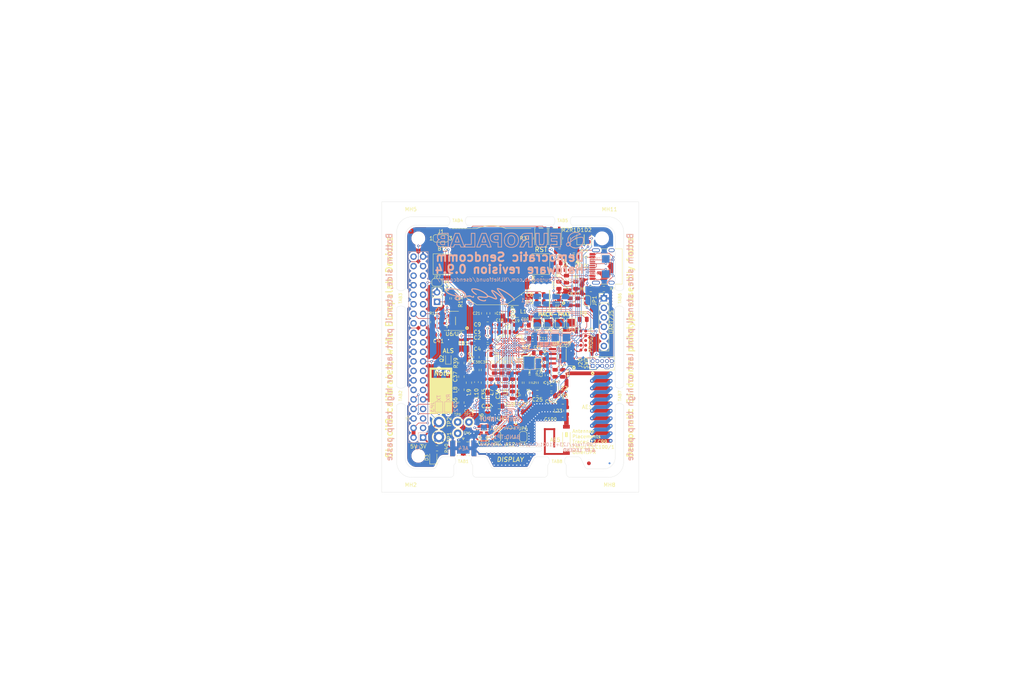
<source format=kicad_pcb>
(kicad_pcb (version 20171130) (host pcbnew 5.1.5+dfsg1-2build2)

  (general
    (thickness 1.6)
    (drawings 193)
    (tracks 1504)
    (zones 0)
    (modules 157)
    (nets 130)
  )

  (page A4)
  (title_block
    (title "Democratic Sendcomm")
    (date 2021-01-16)
    (rev 0.9.4)
    (company "Europalab Devices")
    (comment 1 "Copyright © 2021, Europalab Devices")
    (comment 2 "Fulfilling requirements of 20200210")
    (comment 3 "Pending quality assurance testing")
    (comment 4 "Release revision for manufacturing")
  )

  (layers
    (0 F.Cu signal)
    (1 In1.Cu power)
    (2 In2.Cu power)
    (31 B.Cu signal)
    (34 B.Paste user)
    (35 F.Paste user)
    (36 B.SilkS user)
    (37 F.SilkS user)
    (38 B.Mask user)
    (39 F.Mask user)
    (40 Dwgs.User user)
    (41 Cmts.User user)
    (44 Edge.Cuts user)
    (45 Margin user)
    (46 B.CrtYd user)
    (47 F.CrtYd user)
    (48 B.Fab user)
    (49 F.Fab user)
  )

  (setup
    (last_trace_width 0.127)
    (user_trace_width 0.1016)
    (user_trace_width 0.127)
    (user_trace_width 0.2)
    (user_trace_width 0.4)
    (user_trace_width 1.016)
    (trace_clearance 0.127)
    (zone_clearance 0.508)
    (zone_45_only no)
    (trace_min 0.09)
    (via_size 0.6)
    (via_drill 0.3)
    (via_min_size 0.356)
    (via_min_drill 0.2)
    (user_via 0.356 0.2)
    (user_via 0.45 0.2)
    (uvia_size 0.45)
    (uvia_drill 0.1)
    (uvias_allowed no)
    (uvia_min_size 0.45)
    (uvia_min_drill 0.1)
    (edge_width 0.05)
    (segment_width 0.1)
    (pcb_text_width 0.25)
    (pcb_text_size 1 1)
    (mod_edge_width 0.15)
    (mod_text_size 1 1)
    (mod_text_width 0.15)
    (pad_size 0.75 0.75)
    (pad_drill 0)
    (pad_to_mask_clearance 0)
    (aux_axis_origin 0 0)
    (visible_elements 7FFFFFFF)
    (pcbplotparams
      (layerselection 0x313fc_ffffffff)
      (usegerberextensions true)
      (usegerberattributes false)
      (usegerberadvancedattributes false)
      (creategerberjobfile false)
      (excludeedgelayer true)
      (linewidth 0.150000)
      (plotframeref false)
      (viasonmask false)
      (mode 1)
      (useauxorigin false)
      (hpglpennumber 1)
      (hpglpenspeed 20)
      (hpglpendiameter 15.000000)
      (psnegative false)
      (psa4output false)
      (plotreference true)
      (plotvalue true)
      (plotinvisibletext false)
      (padsonsilk false)
      (subtractmaskfromsilk false)
      (outputformat 1)
      (mirror false)
      (drillshape 0)
      (scaleselection 1)
      (outputdirectory "fabsingle"))
  )

  (net 0 "")
  (net 1 GND)
  (net 2 "Net-(AE1-Pad1)")
  (net 3 /Sheet5F53D5B4/RFSWPWR)
  (net 4 "Net-(C8-Pad1)")
  (net 5 /Sheet5F53D5B4/POWAMP)
  (net 6 "Net-(C13-Pad1)")
  (net 7 /Sheet5F53D5B4/HFOUT)
  (net 8 +3V3)
  (net 9 "Net-(C29-Pad1)")
  (net 10 /Sheet5F53D5B4/HPOUT)
  (net 11 /Sheet5F53D5B4/HFIN)
  (net 12 /Sheet5F53D5B4/BANDSEL)
  (net 13 "Net-(BT1-Pad1)")
  (net 14 /Sheet5F53D5B4/USB_BUS)
  (net 15 "Net-(C33-Pad1)")
  (net 16 "Net-(C34-Pad1)")
  (net 17 /Sheet5F53D5B4/CMDRST)
  (net 18 "Net-(D1-Pad2)")
  (net 19 "Net-(D1-Pad1)")
  (net 20 "Net-(D2-Pad1)")
  (net 21 "Net-(D2-Pad2)")
  (net 22 /Sheet5F53D5B4/USB_P)
  (net 23 /Sheet5F53D5B4/USB_N)
  (net 24 /Sheet60040980/ID_SD)
  (net 25 /Sheet60040980/ID_SC)
  (net 26 /Sheet5F53D5B4/SWDCLK)
  (net 27 "Net-(J3-Pad7)")
  (net 28 "Net-(J3-Pad8)")
  (net 29 "Net-(J4-Pad6)")
  (net 30 /Sheet5F53D5B4/CN_VBAT)
  (net 31 /Sheet5F53D5B4/XCEIV)
  (net 32 "Net-(AE5-Pad2)")
  (net 33 "Net-(C1-Pad1)")
  (net 34 "Net-(C7-Pad1)")
  (net 35 "Net-(C14-Pad1)")
  (net 36 "Net-(C17-Pad1)")
  (net 37 "Net-(C18-Pad2)")
  (net 38 "Net-(C19-Pad2)")
  (net 39 "Net-(C23-Pad2)")
  (net 40 "Net-(C23-Pad1)")
  (net 41 "Net-(C24-Pad1)")
  (net 42 "Net-(C24-Pad2)")
  (net 43 "Net-(C29-Pad2)")
  (net 44 "Net-(C33-Pad2)")
  (net 45 "Net-(C35-Pad2)")
  (net 46 "Net-(C40-Pad1)")
  (net 47 "Net-(J2-PadB5)")
  (net 48 "Net-(J2-PadA8)")
  (net 49 "Net-(J2-PadA5)")
  (net 50 "Net-(J2-PadB8)")
  (net 51 "Net-(J3-Pad2)")
  (net 52 "Net-(J3-Pad3)")
  (net 53 "Net-(J3-Pad5)")
  (net 54 "Net-(J3-Pad10)")
  (net 55 "Net-(J3-Pad11)")
  (net 56 "Net-(J3-Pad12)")
  (net 57 "Net-(J3-Pad13)")
  (net 58 "Net-(J3-Pad15)")
  (net 59 "Net-(J3-Pad16)")
  (net 60 "Net-(J3-Pad18)")
  (net 61 "Net-(J3-Pad19)")
  (net 62 "Net-(J3-Pad21)")
  (net 63 "Net-(J3-Pad22)")
  (net 64 "Net-(J3-Pad23)")
  (net 65 "Net-(J3-Pad24)")
  (net 66 "Net-(J3-Pad26)")
  (net 67 "Net-(J3-Pad29)")
  (net 68 "Net-(J3-Pad31)")
  (net 69 "Net-(J3-Pad32)")
  (net 70 "Net-(J3-Pad33)")
  (net 71 "Net-(J3-Pad35)")
  (net 72 "Net-(J3-Pad36)")
  (net 73 "Net-(J3-Pad38)")
  (net 74 "Net-(J3-Pad40)")
  (net 75 "Net-(J4-Pad7)")
  (net 76 "Net-(J4-Pad8)")
  (net 77 "Net-(J5-Pad2)")
  (net 78 "Net-(J5-Pad3)")
  (net 79 "Net-(J5-Pad6)")
  (net 80 "Net-(J6-Pad1)")
  (net 81 "Net-(L1-Pad2)")
  (net 82 "Net-(R3-Pad1)")
  (net 83 "Net-(R4-Pad1)")
  (net 84 "Net-(R4-Pad2)")
  (net 85 "Net-(U2-Pad5)")
  (net 86 "Net-(U3-PadG1)")
  (net 87 "Net-(U3-PadH1)")
  (net 88 "Net-(U3-PadE3)")
  (net 89 "Net-(U3-PadE4)")
  (net 90 "Net-(U3-PadF4)")
  (net 91 "Net-(U3-PadC7)")
  (net 92 "Net-(U3-PadD7)")
  (net 93 "Net-(U5-Pad3)")
  (net 94 "Net-(U5-Pad4)")
  (net 95 "Net-(U8-Pad7)")
  (net 96 "Net-(U8-Pad3)")
  (net 97 "Net-(U8-Pad2)")
  (net 98 "Net-(U8-Pad1)")
  (net 99 "Net-(U9-Pad1)")
  (net 100 "Net-(U9-Pad2)")
  (net 101 "Net-(U9-Pad3)")
  (net 102 "Net-(U9-Pad7)")
  (net 103 /Sheet5F53D5B4/SWDIO)
  (net 104 "Net-(AE2-Pad1)")
  (net 105 "Net-(AE4-Pad1)")
  (net 106 "Net-(AE5-Pad1)")
  (net 107 "Net-(J6-Pad2)")
  (net 108 "Net-(J6-Pad3)")
  (net 109 "Net-(J6-Pad4)")
  (net 110 "Net-(J7-Pad1)")
  (net 111 "Net-(C95-Pad1)")
  (net 112 /TP_SCL)
  (net 113 /TP_SDA)
  (net 114 "Net-(J20-Pad6)")
  (net 115 "Net-(J20-Pad7)")
  (net 116 "Net-(J20-Pad8)")
  (net 117 "Net-(Q2-Pad2)")
  (net 118 EXT_UART_TX)
  (net 119 EXT_UART_RX)
  (net 120 USB_TST)
  (net 121 "Net-(TP13-Pad1)")
  (net 122 "Net-(C94-Pad2)")
  (net 123 /Sheet5F53D5B4/CRY_XIN-RSVD)
  (net 124 /Sheet5F53D5B4/CRY_XOUT-RSVD)
  (net 125 "Net-(C97-Pad1)")
  (net 126 "Net-(C101-Pad1)")
  (net 127 "Net-(D3-Pad2)")
  (net 128 "Net-(JP4-Pad1)")
  (net 129 "Net-(U3-PadE5)")

  (net_class Default "This is the default net class."
    (clearance 0.127)
    (trace_width 0.127)
    (via_dia 0.6)
    (via_drill 0.3)
    (uvia_dia 0.45)
    (uvia_drill 0.1)
    (add_net +3V3)
    (add_net /Sheet5F53D5B4/BANDSEL)
    (add_net /Sheet5F53D5B4/CMDRST)
    (add_net /Sheet5F53D5B4/CN_VBAT)
    (add_net /Sheet5F53D5B4/CRY_XIN-RSVD)
    (add_net /Sheet5F53D5B4/CRY_XOUT-RSVD)
    (add_net /Sheet5F53D5B4/HFIN)
    (add_net /Sheet5F53D5B4/HFOUT)
    (add_net /Sheet5F53D5B4/HPOUT)
    (add_net /Sheet5F53D5B4/POWAMP)
    (add_net /Sheet5F53D5B4/RFSWPWR)
    (add_net /Sheet5F53D5B4/SWDCLK)
    (add_net /Sheet5F53D5B4/SWDIO)
    (add_net /Sheet5F53D5B4/USB_BUS)
    (add_net /Sheet5F53D5B4/USB_N)
    (add_net /Sheet5F53D5B4/USB_P)
    (add_net /Sheet5F53D5B4/XCEIV)
    (add_net /Sheet60040980/ID_SC)
    (add_net /Sheet60040980/ID_SD)
    (add_net /TP_SCL)
    (add_net /TP_SDA)
    (add_net EXT_UART_RX)
    (add_net EXT_UART_TX)
    (add_net GND)
    (add_net "Net-(AE1-Pad1)")
    (add_net "Net-(AE2-Pad1)")
    (add_net "Net-(AE4-Pad1)")
    (add_net "Net-(AE5-Pad1)")
    (add_net "Net-(AE5-Pad2)")
    (add_net "Net-(BT1-Pad1)")
    (add_net "Net-(C1-Pad1)")
    (add_net "Net-(C101-Pad1)")
    (add_net "Net-(C13-Pad1)")
    (add_net "Net-(C14-Pad1)")
    (add_net "Net-(C17-Pad1)")
    (add_net "Net-(C18-Pad2)")
    (add_net "Net-(C19-Pad2)")
    (add_net "Net-(C23-Pad1)")
    (add_net "Net-(C23-Pad2)")
    (add_net "Net-(C24-Pad1)")
    (add_net "Net-(C24-Pad2)")
    (add_net "Net-(C29-Pad1)")
    (add_net "Net-(C29-Pad2)")
    (add_net "Net-(C33-Pad1)")
    (add_net "Net-(C33-Pad2)")
    (add_net "Net-(C34-Pad1)")
    (add_net "Net-(C35-Pad2)")
    (add_net "Net-(C40-Pad1)")
    (add_net "Net-(C7-Pad1)")
    (add_net "Net-(C8-Pad1)")
    (add_net "Net-(C94-Pad2)")
    (add_net "Net-(C95-Pad1)")
    (add_net "Net-(C97-Pad1)")
    (add_net "Net-(D1-Pad1)")
    (add_net "Net-(D1-Pad2)")
    (add_net "Net-(D2-Pad1)")
    (add_net "Net-(D2-Pad2)")
    (add_net "Net-(D3-Pad2)")
    (add_net "Net-(J2-PadA5)")
    (add_net "Net-(J2-PadA8)")
    (add_net "Net-(J2-PadB5)")
    (add_net "Net-(J2-PadB8)")
    (add_net "Net-(J20-Pad6)")
    (add_net "Net-(J20-Pad7)")
    (add_net "Net-(J20-Pad8)")
    (add_net "Net-(J3-Pad10)")
    (add_net "Net-(J3-Pad11)")
    (add_net "Net-(J3-Pad12)")
    (add_net "Net-(J3-Pad13)")
    (add_net "Net-(J3-Pad15)")
    (add_net "Net-(J3-Pad16)")
    (add_net "Net-(J3-Pad18)")
    (add_net "Net-(J3-Pad19)")
    (add_net "Net-(J3-Pad2)")
    (add_net "Net-(J3-Pad21)")
    (add_net "Net-(J3-Pad22)")
    (add_net "Net-(J3-Pad23)")
    (add_net "Net-(J3-Pad24)")
    (add_net "Net-(J3-Pad26)")
    (add_net "Net-(J3-Pad29)")
    (add_net "Net-(J3-Pad3)")
    (add_net "Net-(J3-Pad31)")
    (add_net "Net-(J3-Pad32)")
    (add_net "Net-(J3-Pad33)")
    (add_net "Net-(J3-Pad35)")
    (add_net "Net-(J3-Pad36)")
    (add_net "Net-(J3-Pad38)")
    (add_net "Net-(J3-Pad40)")
    (add_net "Net-(J3-Pad5)")
    (add_net "Net-(J3-Pad7)")
    (add_net "Net-(J3-Pad8)")
    (add_net "Net-(J4-Pad6)")
    (add_net "Net-(J4-Pad7)")
    (add_net "Net-(J4-Pad8)")
    (add_net "Net-(J5-Pad2)")
    (add_net "Net-(J5-Pad3)")
    (add_net "Net-(J5-Pad6)")
    (add_net "Net-(J6-Pad1)")
    (add_net "Net-(J6-Pad2)")
    (add_net "Net-(J6-Pad3)")
    (add_net "Net-(J6-Pad4)")
    (add_net "Net-(J7-Pad1)")
    (add_net "Net-(JP4-Pad1)")
    (add_net "Net-(L1-Pad2)")
    (add_net "Net-(Q2-Pad2)")
    (add_net "Net-(R3-Pad1)")
    (add_net "Net-(R4-Pad1)")
    (add_net "Net-(R4-Pad2)")
    (add_net "Net-(TP13-Pad1)")
    (add_net "Net-(U2-Pad5)")
    (add_net "Net-(U3-PadC7)")
    (add_net "Net-(U3-PadD7)")
    (add_net "Net-(U3-PadE3)")
    (add_net "Net-(U3-PadE4)")
    (add_net "Net-(U3-PadE5)")
    (add_net "Net-(U3-PadF4)")
    (add_net "Net-(U3-PadG1)")
    (add_net "Net-(U3-PadH1)")
    (add_net "Net-(U5-Pad3)")
    (add_net "Net-(U5-Pad4)")
    (add_net "Net-(U8-Pad1)")
    (add_net "Net-(U8-Pad2)")
    (add_net "Net-(U8-Pad3)")
    (add_net "Net-(U8-Pad7)")
    (add_net "Net-(U9-Pad1)")
    (add_net "Net-(U9-Pad2)")
    (add_net "Net-(U9-Pad3)")
    (add_net "Net-(U9-Pad7)")
    (add_net USB_TST)
  )

  (net_class Power ""
    (clearance 0.2)
    (trace_width 0.5)
    (via_dia 1)
    (via_drill 0.7)
    (uvia_dia 0.5)
    (uvia_drill 0.1)
  )

  (module Inductor_SMD:L_0603_1608Metric (layer F.Cu) (tedit 5B301BBE) (tstamp 5FEA20A6)
    (at 160.5375 84)
    (descr "Inductor SMD 0603 (1608 Metric), square (rectangular) end terminal, IPC_7351 nominal, (Body size source: http://www.tortai-tech.com/upload/download/2011102023233369053.pdf), generated with kicad-footprint-generator")
    (tags inductor)
    (path /60040981/5FECBBBC)
    (attr smd)
    (fp_text reference FB2 (at 0 1.4 180) (layer F.SilkS)
      (effects (font (size 0.7 0.7) (thickness 0.1)))
    )
    (fp_text value BLM18PG471SN1D (at 0 1.65) (layer F.Fab)
      (effects (font (size 1 1) (thickness 0.15)))
    )
    (fp_text user %R (at 0 0) (layer F.Fab)
      (effects (font (size 0.5 0.5) (thickness 0.08)))
    )
    (fp_line (start 1.48 0.73) (end -1.48 0.73) (layer F.CrtYd) (width 0.05))
    (fp_line (start 1.48 -0.73) (end 1.48 0.73) (layer F.CrtYd) (width 0.05))
    (fp_line (start -1.48 -0.73) (end 1.48 -0.73) (layer F.CrtYd) (width 0.05))
    (fp_line (start -1.48 0.73) (end -1.48 -0.73) (layer F.CrtYd) (width 0.05))
    (fp_line (start -0.162779 0.51) (end 0.162779 0.51) (layer F.SilkS) (width 0.12))
    (fp_line (start -0.162779 -0.51) (end 0.162779 -0.51) (layer F.SilkS) (width 0.12))
    (fp_line (start 0.8 0.4) (end -0.8 0.4) (layer F.Fab) (width 0.1))
    (fp_line (start 0.8 -0.4) (end 0.8 0.4) (layer F.Fab) (width 0.1))
    (fp_line (start -0.8 -0.4) (end 0.8 -0.4) (layer F.Fab) (width 0.1))
    (fp_line (start -0.8 0.4) (end -0.8 -0.4) (layer F.Fab) (width 0.1))
    (pad 2 smd roundrect (at 0.7875 0) (size 0.875 0.95) (layers F.Cu F.Paste F.Mask) (roundrect_rratio 0.25)
      (net 125 "Net-(C97-Pad1)"))
    (pad 1 smd roundrect (at -0.7875 0) (size 0.875 0.95) (layers F.Cu F.Paste F.Mask) (roundrect_rratio 0.25)
      (net 14 /Sheet5F53D5B4/USB_BUS))
    (model ${KISYS3DMOD}/Inductor_SMD.3dshapes/L_0603_1608Metric.wrl
      (at (xyz 0 0 0))
      (scale (xyz 1 1 1))
      (rotate (xyz 0 0 0))
    )
  )

  (module Inductor_SMD:L_0603_1608Metric (layer F.Cu) (tedit 5B301BBE) (tstamp 5FC0418D)
    (at 138.5 103.5)
    (descr "Inductor SMD 0603 (1608 Metric), square (rectangular) end terminal, IPC_7351 nominal, (Body size source: http://www.tortai-tech.com/upload/download/2011102023233369053.pdf), generated with kicad-footprint-generator")
    (tags inductor)
    (path /5F53D5B5/5F613B5F)
    (attr smd)
    (fp_text reference FB1 (at -3 0) (layer F.SilkS)
      (effects (font (size 1 1) (thickness 0.15)))
    )
    (fp_text value BLM18PG471SN1D (at 0 1.65) (layer F.Fab)
      (effects (font (size 1 1) (thickness 0.15)))
    )
    (fp_text user %R (at 0 0) (layer F.Fab)
      (effects (font (size 0.5 0.5) (thickness 0.08)))
    )
    (fp_line (start 1.48 0.73) (end -1.48 0.73) (layer F.CrtYd) (width 0.05))
    (fp_line (start 1.48 -0.73) (end 1.48 0.73) (layer F.CrtYd) (width 0.05))
    (fp_line (start -1.48 -0.73) (end 1.48 -0.73) (layer F.CrtYd) (width 0.05))
    (fp_line (start -1.48 0.73) (end -1.48 -0.73) (layer F.CrtYd) (width 0.05))
    (fp_line (start -0.162779 0.51) (end 0.162779 0.51) (layer F.SilkS) (width 0.12))
    (fp_line (start -0.162779 -0.51) (end 0.162779 -0.51) (layer F.SilkS) (width 0.12))
    (fp_line (start 0.8 0.4) (end -0.8 0.4) (layer F.Fab) (width 0.1))
    (fp_line (start 0.8 -0.4) (end 0.8 0.4) (layer F.Fab) (width 0.1))
    (fp_line (start -0.8 -0.4) (end 0.8 -0.4) (layer F.Fab) (width 0.1))
    (fp_line (start -0.8 0.4) (end -0.8 -0.4) (layer F.Fab) (width 0.1))
    (pad 2 smd roundrect (at 0.7875 0) (size 0.875 0.95) (layers F.Cu F.Paste F.Mask) (roundrect_rratio 0.25)
      (net 33 "Net-(C1-Pad1)"))
    (pad 1 smd roundrect (at -0.7875 0) (size 0.875 0.95) (layers F.Cu F.Paste F.Mask) (roundrect_rratio 0.25)
      (net 8 +3V3))
    (model ${KISYS3DMOD}/Inductor_SMD.3dshapes/L_0603_1608Metric.wrl
      (at (xyz 0 0 0))
      (scale (xyz 1 1 1))
      (rotate (xyz 0 0 0))
    )
  )

  (module Capacitor_SMD:C_0805_2012Metric (layer F.Cu) (tedit 5B36C52B) (tstamp 5F6870D5)
    (at 140 126.5625 270)
    (descr "Capacitor SMD 0805 (2012 Metric), square (rectangular) end terminal, IPC_7351 nominal, (Body size source: https://docs.google.com/spreadsheets/d/1BsfQQcO9C6DZCsRaXUlFlo91Tg2WpOkGARC1WS5S8t0/edit?usp=sharing), generated with kicad-footprint-generator")
    (tags capacitor)
    (path /5F5C0728/5F5D6DA0)
    (attr smd)
    (fp_text reference C30 (at 2.9375 0 90) (layer F.SilkS)
      (effects (font (size 0.875 0.875) (thickness 0.125)))
    )
    (fp_text value 2,7pF (at 0 1.65 90) (layer F.Fab)
      (effects (font (size 1 1) (thickness 0.15)))
    )
    (fp_text user %R (at 0 0 90) (layer F.Fab)
      (effects (font (size 0.5 0.5) (thickness 0.08)))
    )
    (fp_line (start 1.68 0.95) (end -1.68 0.95) (layer F.CrtYd) (width 0.05))
    (fp_line (start 1.68 -0.95) (end 1.68 0.95) (layer F.CrtYd) (width 0.05))
    (fp_line (start -1.68 -0.95) (end 1.68 -0.95) (layer F.CrtYd) (width 0.05))
    (fp_line (start -1.68 0.95) (end -1.68 -0.95) (layer F.CrtYd) (width 0.05))
    (fp_line (start -0.258578 0.71) (end 0.258578 0.71) (layer F.SilkS) (width 0.12))
    (fp_line (start -0.258578 -0.71) (end 0.258578 -0.71) (layer F.SilkS) (width 0.12))
    (fp_line (start 1 0.6) (end -1 0.6) (layer F.Fab) (width 0.1))
    (fp_line (start 1 -0.6) (end 1 0.6) (layer F.Fab) (width 0.1))
    (fp_line (start -1 -0.6) (end 1 -0.6) (layer F.Fab) (width 0.1))
    (fp_line (start -1 0.6) (end -1 -0.6) (layer F.Fab) (width 0.1))
    (pad 2 smd roundrect (at 0.9375 0 270) (size 0.975 1.4) (layers F.Cu F.Paste F.Mask) (roundrect_rratio 0.25)
      (net 1 GND))
    (pad 1 smd roundrect (at -0.9375 0 270) (size 0.975 1.4) (layers F.Cu F.Paste F.Mask) (roundrect_rratio 0.25)
      (net 9 "Net-(C29-Pad1)"))
    (model ${KISYS3DMOD}/Capacitor_SMD.3dshapes/C_0805_2012Metric.wrl
      (at (xyz 0 0 0))
      (scale (xyz 1 1 1))
      (rotate (xyz 0 0 0))
    )
  )

  (module Connector_Coaxial:SMA_Samtec_SMA-J-P-X-ST-EM1_EdgeMount (layer F.Cu) (tedit 5FE90BFC) (tstamp 5F686FA8)
    (at 135.5 131.5)
    (descr "Connector SMA, 0Hz to 20GHz, 50Ohm, Edge Mount (http://suddendocs.samtec.com/prints/sma-j-p-x-st-em1-mkt.pdf)")
    (tags "SMA Straight Samtec Edge Mount")
    (path /5F5C0728/6000659E)
    (attr smd)
    (fp_text reference AE4 (at 0 0 unlocked) (layer B.SilkS)
      (effects (font (size 1 1) (thickness 0.15)) (justify mirror))
    )
    (fp_text value Antenna_Shield (at 0 13) (layer F.Fab)
      (effects (font (size 1 1) (thickness 0.15)))
    )
    (fp_text user "Board Thickness: 1.57mm" (at 0 -5.45) (layer Cmts.User)
      (effects (font (size 1 1) (thickness 0.15)))
    )
    (fp_line (start 0.84 -1.71) (end 1.95 -1.71) (layer F.SilkS) (width 0.12))
    (fp_line (start -1.95 -1.71) (end -0.84 -1.71) (layer F.SilkS) (width 0.12))
    (fp_line (start 0.84 2) (end 1.95 2) (layer F.SilkS) (width 0.12))
    (fp_line (start -1.95 2) (end -0.84 2) (layer F.SilkS) (width 0.12))
    (fp_line (start 3.68 2.6) (end 3.68 12.12) (layer B.CrtYd) (width 0.05))
    (fp_line (start 4 2.6) (end 3.68 2.6) (layer B.CrtYd) (width 0.05))
    (fp_line (start -3.68 12.12) (end -3.68 2.6) (layer B.CrtYd) (width 0.05))
    (fp_line (start -3.68 2.6) (end -4 2.6) (layer B.CrtYd) (width 0.05))
    (fp_line (start 3.68 2.6) (end 3.68 12.12) (layer F.CrtYd) (width 0.05))
    (fp_line (start 3.68 2.6) (end 4 2.6) (layer F.CrtYd) (width 0.05))
    (fp_line (start -3.68 12.12) (end -3.68 2.6) (layer F.CrtYd) (width 0.05))
    (fp_line (start -3.68 2.6) (end -4 2.6) (layer F.CrtYd) (width 0.05))
    (fp_text user "PCB Edge" (at 0 2.6) (layer Dwgs.User)
      (effects (font (size 0.5 0.5) (thickness 0.1)))
    )
    (fp_line (start 4.1 2.1) (end -4.1 2.1) (layer Dwgs.User) (width 0.1))
    (fp_line (start -3.175 -1.71) (end -3.175 11.62) (layer F.Fab) (width 0.1))
    (fp_line (start -2.365 -1.71) (end -3.175 -1.71) (layer F.Fab) (width 0.1))
    (fp_line (start -2.365 2.1) (end -2.365 -1.71) (layer F.Fab) (width 0.1))
    (fp_line (start 2.365 2.1) (end -2.365 2.1) (layer F.Fab) (width 0.1))
    (fp_line (start 2.365 -1.71) (end 2.365 2.1) (layer F.Fab) (width 0.1))
    (fp_line (start 3.175 -1.71) (end 2.365 -1.71) (layer F.Fab) (width 0.1))
    (fp_line (start 3.175 -1.71) (end 3.175 11.62) (layer F.Fab) (width 0.1))
    (fp_line (start 3.165 11.62) (end -3.165 11.62) (layer F.Fab) (width 0.1))
    (fp_line (start -4 -2.6) (end 4 -2.6) (layer B.CrtYd) (width 0.05))
    (fp_line (start -4 2.6) (end -4 -2.6) (layer B.CrtYd) (width 0.05))
    (fp_line (start 3.68 12.12) (end -3.68 12.12) (layer B.CrtYd) (width 0.05))
    (fp_line (start 4 2.6) (end 4 -2.6) (layer B.CrtYd) (width 0.05))
    (fp_line (start -4 -2.6) (end 4 -2.6) (layer F.CrtYd) (width 0.05))
    (fp_line (start -4 2.6) (end -4 -2.6) (layer F.CrtYd) (width 0.05))
    (fp_line (start 3.68 12.12) (end -3.68 12.12) (layer F.CrtYd) (width 0.05))
    (fp_line (start 4 2.6) (end 4 -2.6) (layer F.CrtYd) (width 0.05))
    (fp_text user %R (at 0 4.29 180) (layer F.Fab)
      (effects (font (size 1 1) (thickness 0.15)))
    )
    (fp_line (start 0.64 2.1) (end 0 3.1) (layer F.Fab) (width 0.1))
    (fp_line (start 0 3.1) (end -0.64 2.1) (layer F.Fab) (width 0.1))
    (fp_line (start 0 -2.26) (end 0.25 -2.76) (layer F.SilkS) (width 0.12))
    (fp_line (start 0.25 -2.76) (end -0.25 -2.76) (layer F.SilkS) (width 0.12))
    (fp_line (start -0.25 -2.76) (end 0 -2.26) (layer F.SilkS) (width 0.12))
    (pad 1 smd rect (at 0 0.2) (size 1.27 3.6) (layers F.Cu F.Mask)
      (net 105 "Net-(AE4-Pad1)"))
    (pad 2 smd rect (at 2.825 0) (size 1.35 4.2) (layers F.Cu F.Mask)
      (net 1 GND))
    (pad 2 smd rect (at -2.825 0) (size 1.35 4.2) (layers F.Cu F.Mask)
      (net 1 GND))
    (pad 2 smd rect (at 2.825 0) (size 1.35 4.2) (layers B.Cu B.Mask)
      (net 1 GND))
    (pad 2 smd rect (at -2.825 0) (size 1.35 4.2) (layers B.Cu B.Mask)
      (net 1 GND))
    (model ${KISYS3DMOD}/Connector_Coaxial.3dshapes/SMA_Samtec_SMA-J-P-X-ST-EM1_EdgeMount.wrl
      (at (xyz 0 0 0))
      (scale (xyz 1 1 1))
      (rotate (xyz 0 0 0))
    )
    (model ${KIPRJMOD}/modules/packages3d/RF_Antenna.3dshapes/SMA-J-P-H-ST-EM1.wrl
      (offset (xyz 0 -4 0.5))
      (scale (xyz 0.4 0.4 0.4))
      (rotate (xyz 180 -90 0))
    )
  )

  (module Connector_PinHeader_2.54mm:PinHeader_1x06_P2.54mm_Vertical (layer F.Cu) (tedit 59FED5CC) (tstamp 5FF83409)
    (at 173 91.5)
    (descr "Through hole straight pin header, 1x06, 2.54mm pitch, single row")
    (tags "Through hole pin header THT 1x06 2.54mm single row")
    (path /60040981/6006812D)
    (fp_text reference J5 (at 2 5 90) (layer F.SilkS)
      (effects (font (size 1 1) (thickness 0.15)) (justify left))
    )
    (fp_text value Conn_01x06_Male (at 4.385 14.97) (layer F.Fab)
      (effects (font (size 1 1) (thickness 0.15)))
    )
    (fp_text user %R (at 2.77 6.35 90) (layer F.Fab)
      (effects (font (size 1 1) (thickness 0.15)))
    )
    (fp_line (start 1.8 -1.8) (end -1.8 -1.8) (layer F.CrtYd) (width 0.05))
    (fp_line (start 1.8 14.5) (end 1.8 -1.8) (layer F.CrtYd) (width 0.05))
    (fp_line (start -1.8 14.5) (end 1.8 14.5) (layer F.CrtYd) (width 0.05))
    (fp_line (start -1.8 -1.8) (end -1.8 14.5) (layer F.CrtYd) (width 0.05))
    (fp_line (start -1.33 -1.33) (end 0 -1.33) (layer F.SilkS) (width 0.12))
    (fp_line (start -1.33 0) (end -1.33 -1.33) (layer F.SilkS) (width 0.12))
    (fp_line (start -1.33 1.27) (end 1.33 1.27) (layer F.SilkS) (width 0.12))
    (fp_line (start 1.33 1.27) (end 1.33 14.03) (layer F.SilkS) (width 0.12))
    (fp_line (start -1.33 1.27) (end -1.33 14.03) (layer F.SilkS) (width 0.12))
    (fp_line (start -1.33 14.03) (end 1.33 14.03) (layer F.SilkS) (width 0.12))
    (fp_line (start -1.27 -0.635) (end -0.635 -1.27) (layer F.Fab) (width 0.1))
    (fp_line (start -1.27 13.97) (end -1.27 -0.635) (layer F.Fab) (width 0.1))
    (fp_line (start 1.27 13.97) (end -1.27 13.97) (layer F.Fab) (width 0.1))
    (fp_line (start 1.27 -1.27) (end 1.27 13.97) (layer F.Fab) (width 0.1))
    (fp_line (start -0.635 -1.27) (end 1.27 -1.27) (layer F.Fab) (width 0.1))
    (pad 6 thru_hole oval (at 0 12.7) (size 1.7 1.7) (drill 1) (layers *.Cu *.Mask)
      (net 79 "Net-(J5-Pad6)"))
    (pad 5 thru_hole oval (at 0 10.16) (size 1.7 1.7) (drill 1) (layers *.Cu *.Mask)
      (net 118 EXT_UART_TX))
    (pad 4 thru_hole oval (at 0 7.62) (size 1.7 1.7) (drill 1) (layers *.Cu *.Mask)
      (net 119 EXT_UART_RX))
    (pad 3 thru_hole oval (at 0 5.08) (size 1.7 1.7) (drill 1) (layers *.Cu *.Mask)
      (net 78 "Net-(J5-Pad3)"))
    (pad 2 thru_hole oval (at 0 2.54) (size 1.7 1.7) (drill 1) (layers *.Cu *.Mask)
      (net 77 "Net-(J5-Pad2)"))
    (pad 1 thru_hole rect (at 0 0) (size 1.7 1.7) (drill 1) (layers *.Cu *.Mask)
      (net 1 GND))
    (model ${KISYS3DMOD}/Connector_PinHeader_2.54mm.3dshapes/PinHeader_1x06_P2.54mm_Vertical.wrl
      (at (xyz 0 0 0))
      (scale (xyz 1 1 1))
      (rotate (xyz 0 0 0))
    )
  )

  (module RF_Antenna:Texas_SWRA416_868MHz_915MHz (layer F.Cu) (tedit 5CF40AFD) (tstamp 5F686F31)
    (at 169 120.5 270)
    (descr http://www.ti.com/lit/an/swra416/swra416.pdf)
    (tags "PCB antenna")
    (path /5F5C0728/60008187)
    (attr smd)
    (fp_text reference AE1 (at 0 0.5 180) (layer F.SilkS)
      (effects (font (size 1 1) (thickness 0.15)))
    )
    (fp_text value Antenna (at 0.1 -7.6 90) (layer F.Fab)
      (effects (font (size 1 1) (thickness 0.15)))
    )
    (fp_line (start 9.7 2.1) (end 6.2 5.7) (layer Dwgs.User) (width 0.12))
    (fp_line (start 9.7 0.1) (end 4.3 5.7) (layer Dwgs.User) (width 0.12))
    (fp_line (start 9.7 -1.9) (end 2.3 5.7) (layer Dwgs.User) (width 0.12))
    (fp_line (start 9.7 -3.9) (end 0.2 5.7) (layer Dwgs.User) (width 0.12))
    (fp_line (start 9.7 -5.9) (end -1.8 5.7) (layer Dwgs.User) (width 0.12))
    (fp_line (start 8.3 -6.5) (end -3.8 5.7) (layer Dwgs.User) (width 0.12))
    (fp_line (start 6.3 -6.5) (end -5.8 5.7) (layer Dwgs.User) (width 0.12))
    (fp_line (start 4.3 -6.5) (end -7.8 5.7) (layer Dwgs.User) (width 0.12))
    (fp_line (start -9.7 5.5) (end 2.3 -6.5) (layer Dwgs.User) (width 0.12))
    (fp_line (start -9.7 3.5) (end 0.3 -6.5) (layer Dwgs.User) (width 0.12))
    (fp_line (start -9.7 1.5) (end -1.7 -6.5) (layer Dwgs.User) (width 0.12))
    (fp_line (start -9.7 -0.5) (end -3.7 -6.5) (layer Dwgs.User) (width 0.12))
    (fp_line (start -9.7 -2.5) (end -5.7 -6.5) (layer Dwgs.User) (width 0.12))
    (fp_line (start -9.7 -4.5) (end -7.7 -6.5) (layer Dwgs.User) (width 0.12))
    (fp_line (start 9.7 -6.5) (end -9.7 -6.5) (layer Dwgs.User) (width 0.15))
    (fp_line (start 9.7 5.7) (end 9.7 -6.5) (layer Dwgs.User) (width 0.15))
    (fp_line (start -9.7 5.7) (end 9.7 5.7) (layer Dwgs.User) (width 0.15))
    (fp_line (start -9.7 -6.5) (end -9.7 5.7) (layer Dwgs.User) (width 0.15))
    (fp_line (start 7 -5.8) (end 8 -4.8) (layer B.Cu) (width 1))
    (fp_line (start 8 -1.8) (end 9 -0.8) (layer B.Cu) (width 1))
    (fp_line (start 8 -4.8) (end 8 -1.8) (layer B.Cu) (width 1))
    (fp_line (start 9 -5.8) (end 9 -0.8) (layer F.Cu) (width 1))
    (fp_line (start 5 -5.8) (end 6 -4.8) (layer B.Cu) (width 1))
    (fp_line (start 6 -1.8) (end 7 -0.8) (layer B.Cu) (width 1))
    (fp_line (start 6 -4.8) (end 6 -1.8) (layer B.Cu) (width 1))
    (fp_line (start 7 -5.8) (end 7 -0.8) (layer F.Cu) (width 1))
    (fp_line (start 3 -5.8) (end 4 -4.8) (layer B.Cu) (width 1))
    (fp_line (start 4 -1.8) (end 5 -0.8) (layer B.Cu) (width 1))
    (fp_line (start 4 -4.8) (end 4 -1.8) (layer B.Cu) (width 1))
    (fp_line (start 5 -5.8) (end 5 -0.8) (layer F.Cu) (width 1))
    (fp_line (start 1 -5.8) (end 2 -4.8) (layer B.Cu) (width 1))
    (fp_line (start 2 -1.8) (end 3 -0.8) (layer B.Cu) (width 1))
    (fp_line (start 2 -4.8) (end 2 -1.8) (layer B.Cu) (width 1))
    (fp_line (start 3 -5.8) (end 3 -0.8) (layer F.Cu) (width 1))
    (fp_line (start -1 -5.8) (end 0 -4.8) (layer B.Cu) (width 1))
    (fp_line (start 0 -1.8) (end 1 -0.8) (layer B.Cu) (width 1))
    (fp_line (start 0 -4.8) (end 0 -1.8) (layer B.Cu) (width 1))
    (fp_line (start 1 -5.8) (end 1 -0.8) (layer F.Cu) (width 1))
    (fp_line (start -3 -5.8) (end -2 -4.8) (layer B.Cu) (width 1))
    (fp_line (start -2 -1.8) (end -1 -0.8) (layer B.Cu) (width 1))
    (fp_line (start -2 -4.8) (end -2 -1.8) (layer B.Cu) (width 1))
    (fp_line (start -1 -5.8) (end -1 -0.8) (layer F.Cu) (width 1))
    (fp_line (start -4 -4.8) (end -4 -1.8) (layer B.Cu) (width 1))
    (fp_line (start -5 -5.8) (end -4 -4.8) (layer B.Cu) (width 1))
    (fp_line (start -4 -1.8) (end -3 -0.8) (layer B.Cu) (width 1))
    (fp_line (start -3 -5.8) (end -3 -0.8) (layer F.Cu) (width 1))
    (fp_line (start -6 -4.8) (end -6 -1.8) (layer B.Cu) (width 1))
    (fp_line (start -7 -5.8) (end -6 -4.8) (layer B.Cu) (width 1))
    (fp_line (start -6 -1.8) (end -5 -0.8) (layer B.Cu) (width 1))
    (fp_line (start -5 -5.8) (end -5 -0.8) (layer F.Cu) (width 1))
    (fp_line (start -7 -5.8) (end -7 -0.8) (layer F.Cu) (width 1))
    (fp_line (start -9 5.2) (end -9 -5.8) (layer F.Cu) (width 1))
    (fp_line (start -9 -5.8) (end -8 -4.8) (layer B.Cu) (width 1))
    (fp_line (start -8 -4.8) (end -8 -1.8) (layer B.Cu) (width 1))
    (fp_line (start -8 -1.8) (end -7 -0.8) (layer B.Cu) (width 1))
    (fp_line (start 9.7 4.1) (end 8.2 5.7) (layer Dwgs.User) (width 0.12))
    (fp_line (start -9.9 -6.7) (end -9.9 5.9) (layer F.CrtYd) (width 0.05))
    (fp_line (start -9.9 5.9) (end 9.9 5.9) (layer F.CrtYd) (width 0.05))
    (fp_line (start 9.9 5.9) (end 9.9 -6.7) (layer F.CrtYd) (width 0.05))
    (fp_line (start 9.9 -6.7) (end -9.9 -6.7) (layer F.CrtYd) (width 0.05))
    (fp_line (start 9.9 -6.7) (end -9.9 -6.7) (layer B.CrtYd) (width 0.05))
    (fp_line (start 9.9 5.9) (end 9.9 -6.7) (layer B.CrtYd) (width 0.05))
    (fp_line (start -9.9 -6.7) (end -9.9 5.9) (layer B.CrtYd) (width 0.05))
    (fp_line (start -9.9 5.9) (end 9.9 5.9) (layer B.CrtYd) (width 0.05))
    (fp_text user "KEEP-OUT ZONE" (at 1 -2.8 90) (layer Cmts.User)
      (effects (font (size 1 1) (thickness 0.15)))
    )
    (fp_text user "No metal, traces or " (at 1 0.2 90) (layer Cmts.User)
      (effects (font (size 1 1) (thickness 0.15)))
    )
    (fp_text user "any components on" (at 1 2.2 90) (layer Cmts.User)
      (effects (font (size 1 1) (thickness 0.15)))
    )
    (fp_text user " any PCB layer." (at 1 4.2 90) (layer Cmts.User)
      (effects (font (size 1 1) (thickness 0.15)))
    )
    (fp_text user %R (at -0.4 6.6 90) (layer F.Fab)
      (effects (font (size 1 1) (thickness 0.15)))
    )
    (pad "" thru_hole circle (at 9 -0.8 90) (size 1 1) (drill 0.4) (layers *.Cu))
    (pad "" thru_hole circle (at 9 -5.8 90) (size 1 1) (drill 0.4) (layers *.Cu))
    (pad "" thru_hole circle (at 7 -5.8 90) (size 1 1) (drill 0.4) (layers *.Cu))
    (pad "" thru_hole circle (at 7 -0.8 90) (size 1 1) (drill 0.4) (layers *.Cu))
    (pad "" thru_hole circle (at 5 -0.8 90) (size 1 1) (drill 0.4) (layers *.Cu))
    (pad "" thru_hole circle (at 5 -5.8 90) (size 1 1) (drill 0.4) (layers *.Cu))
    (pad "" thru_hole circle (at 3 -0.8 90) (size 1 1) (drill 0.4) (layers *.Cu))
    (pad "" thru_hole circle (at 3 -5.8 90) (size 1 1) (drill 0.4) (layers *.Cu))
    (pad "" thru_hole circle (at 1 -5.8 90) (size 1 1) (drill 0.4) (layers *.Cu))
    (pad "" thru_hole circle (at 1 -0.8 90) (size 1 1) (drill 0.4) (layers *.Cu))
    (pad "" thru_hole circle (at -1 -0.8 90) (size 1 1) (drill 0.4) (layers *.Cu))
    (pad "" thru_hole circle (at -1 -5.8 90) (size 1 1) (drill 0.4) (layers *.Cu))
    (pad "" thru_hole circle (at -3 -5.8 90) (size 1 1) (drill 0.4) (layers *.Cu))
    (pad "" thru_hole circle (at -3 -0.8 90) (size 1 1) (drill 0.4) (layers *.Cu))
    (pad "" thru_hole circle (at -5 -0.8 90) (size 1 1) (drill 0.4) (layers *.Cu))
    (pad "" thru_hole circle (at -5 -5.8 90) (size 1 1) (drill 0.4) (layers *.Cu))
    (pad "" thru_hole circle (at -7 -5.8 90) (size 1 1) (drill 0.4) (layers *.Cu))
    (pad "" thru_hole circle (at -7 -0.8 90) (size 1 1) (drill 0.4) (layers *.Cu))
    (pad "" thru_hole circle (at -9 -5.8 90) (size 1 1) (drill 0.4) (layers *.Cu))
    (pad 1 smd trapezoid (at -9 5.9 90) (size 0.4 0.8) (rect_delta 0 0.3 ) (layers F.Cu)
      (net 2 "Net-(AE1-Pad1)"))
  )

  (module Elabdev:Panel_Mousetab_25mm_Single (layer F.Cu) (tedit 5CD9E502) (tstamp 60039779)
    (at 160.5 135 90)
    (path /5CD9EB0D)
    (fp_text reference TAB8 (at 0 0) (layer F.SilkS)
      (effects (font (size 0.8 0.8) (thickness 0.13)))
    )
    (fp_text value Pantab (at -3.25 0 180) (layer F.Fab)
      (effects (font (size 1 1) (thickness 0.15)))
    )
    (fp_line (start 1.25 -2.2) (end 1.25 2.2) (layer F.Fab) (width 0.15))
    (fp_line (start -1.25 -2.2) (end -1.25 2.2) (layer F.Fab) (width 0.15))
    (fp_line (start 2.1 -2.6) (end 2.1 2.6) (layer F.CrtYd) (width 0.15))
    (fp_line (start 2.1 2.6) (end -2.1 2.6) (layer F.CrtYd) (width 0.15))
    (fp_line (start -2.1 2.6) (end -2.1 -2.6) (layer F.CrtYd) (width 0.15))
    (fp_line (start -2.1 -2.6) (end 2.1 -2.6) (layer F.CrtYd) (width 0.15))
    (pad "" np_thru_hole circle (at 1.35 2 90) (size 0.5 0.5) (drill 0.5) (layers *.Cu))
    (pad "" np_thru_hole circle (at 1.35 1.2 90) (size 0.5 0.5) (drill 0.5) (layers *.Cu))
    (pad "" np_thru_hole circle (at 1.35 0.4 90) (size 0.5 0.5) (drill 0.5) (layers *.Cu))
    (pad "" np_thru_hole circle (at 1.35 -0.4 90) (size 0.5 0.5) (drill 0.5) (layers *.Cu))
    (pad "" np_thru_hole circle (at 1.35 -1.2 90) (size 0.5 0.5) (drill 0.5) (layers *.Cu))
    (pad "" np_thru_hole circle (at 1.35 -2 90) (size 0.5 0.5) (drill 0.5) (layers *.Cu))
  )

  (module Capacitor_SMD:C_0805_2012Metric (layer F.Cu) (tedit 5B36C52B) (tstamp 5FEB8111)
    (at 149.5 99.5625 270)
    (descr "Capacitor SMD 0805 (2012 Metric), square (rectangular) end terminal, IPC_7351 nominal, (Body size source: https://docs.google.com/spreadsheets/d/1BsfQQcO9C6DZCsRaXUlFlo91Tg2WpOkGARC1WS5S8t0/edit?usp=sharing), generated with kicad-footprint-generator")
    (tags capacitor)
    (path /5F53D5B5/5F609CF5)
    (attr smd)
    (fp_text reference C19 (at -2.0625 0 180) (layer F.SilkS)
      (effects (font (size 0.7 0.7) (thickness 0.1)))
    )
    (fp_text value 18pF (at 0 1.65 90) (layer F.Fab)
      (effects (font (size 1 1) (thickness 0.15)))
    )
    (fp_line (start -1 0.6) (end -1 -0.6) (layer F.Fab) (width 0.1))
    (fp_line (start -1 -0.6) (end 1 -0.6) (layer F.Fab) (width 0.1))
    (fp_line (start 1 -0.6) (end 1 0.6) (layer F.Fab) (width 0.1))
    (fp_line (start 1 0.6) (end -1 0.6) (layer F.Fab) (width 0.1))
    (fp_line (start -0.258578 -0.71) (end 0.258578 -0.71) (layer F.SilkS) (width 0.12))
    (fp_line (start -0.258578 0.71) (end 0.258578 0.71) (layer F.SilkS) (width 0.12))
    (fp_line (start -1.68 0.95) (end -1.68 -0.95) (layer F.CrtYd) (width 0.05))
    (fp_line (start -1.68 -0.95) (end 1.68 -0.95) (layer F.CrtYd) (width 0.05))
    (fp_line (start 1.68 -0.95) (end 1.68 0.95) (layer F.CrtYd) (width 0.05))
    (fp_line (start 1.68 0.95) (end -1.68 0.95) (layer F.CrtYd) (width 0.05))
    (fp_text user %R (at 0 0 90) (layer F.Fab)
      (effects (font (size 0.5 0.5) (thickness 0.08)))
    )
    (pad 1 smd roundrect (at -0.9375 0 270) (size 0.975 1.4) (layers F.Cu F.Paste F.Mask) (roundrect_rratio 0.25)
      (net 1 GND))
    (pad 2 smd roundrect (at 0.9375 0 270) (size 0.975 1.4) (layers F.Cu F.Paste F.Mask) (roundrect_rratio 0.25)
      (net 38 "Net-(C19-Pad2)"))
    (model ${KISYS3DMOD}/Capacitor_SMD.3dshapes/C_0805_2012Metric.wrl
      (at (xyz 0 0 0))
      (scale (xyz 1 1 1))
      (rotate (xyz 0 0 0))
    )
  )

  (module Elabdev:Meinkuerz_sign_480dpi (layer B.Cu) (tedit 0) (tstamp 5FBE809B)
    (at 140 90.5 180)
    (fp_text reference G1 (at 0 0) (layer B.SilkS) hide
      (effects (font (size 1.524 1.524) (thickness 0.3)) (justify mirror))
    )
    (fp_text value Meinkuerzel_signature (at 0.75 0) (layer B.SilkS) hide
      (effects (font (size 1.524 1.524) (thickness 0.3)) (justify mirror))
    )
    (fp_poly (pts (xy 7.849084 1.675651) (xy 8.303148 1.632827) (xy 8.685942 1.550363) (xy 8.876057 1.481326)
      (xy 9.07938 1.34976) (xy 9.204465 1.178624) (xy 9.241225 0.986809) (xy 9.210768 0.854557)
      (xy 9.078684 0.643748) (xy 8.864557 0.429964) (xy 8.589687 0.233059) (xy 8.471807 0.165759)
      (xy 8.232808 0.053863) (xy 7.923436 -0.068816) (xy 7.576824 -0.190996) (xy 7.226108 -0.301392)
      (xy 6.904421 -0.388723) (xy 6.731621 -0.426811) (xy 6.398868 -0.490816) (xy 6.556265 -0.586535)
      (xy 6.736632 -0.743549) (xy 6.819572 -0.938245) (xy 6.82625 -1.022915) (xy 6.780462 -1.15416)
      (xy 6.660466 -1.295963) (xy 6.49231 -1.424979) (xy 6.30204 -1.517866) (xy 6.258842 -1.531402)
      (xy 6.0446 -1.569955) (xy 5.805186 -1.581627) (xy 5.582286 -1.566858) (xy 5.417587 -1.526091)
      (xy 5.409578 -1.522402) (xy 5.285381 -1.409276) (xy 5.232727 -1.237525) (xy 5.243042 -1.133742)
      (xy 5.545646 -1.133742) (xy 5.569322 -1.243922) (xy 5.599007 -1.270742) (xy 5.725804 -1.30367)
      (xy 5.911501 -1.301091) (xy 6.117136 -1.267785) (xy 6.303743 -1.20853) (xy 6.368163 -1.176419)
      (xy 6.483421 -1.090411) (xy 6.547775 -1.006994) (xy 6.550669 -0.996984) (xy 6.519163 -0.903747)
      (xy 6.404517 -0.814537) (xy 6.229026 -0.742568) (xy 6.060328 -0.706358) (xy 5.903418 -0.693399)
      (xy 5.806355 -0.717484) (xy 5.726223 -0.79035) (xy 5.718194 -0.79992) (xy 5.596762 -0.979847)
      (xy 5.545646 -1.133742) (xy 5.243042 -1.133742) (xy 5.253531 -1.028227) (xy 5.344918 -0.810631)
      (xy 5.442538 -0.642303) (xy 5.295353 -0.646487) (xy 5.12125 -0.625399) (xy 5.035885 -0.550663)
      (xy 5.027083 -0.501447) (xy 5.075804 -0.410776) (xy 5.222941 -0.351671) (xy 5.469958 -0.32355)
      (xy 5.476875 -0.323261) (xy 5.599677 -0.314345) (xy 5.697993 -0.289875) (xy 5.794712 -0.235966)
      (xy 5.912725 -0.138734) (xy 6.074923 0.015705) (xy 6.138333 0.077935) (xy 6.357426 0.284825)
      (xy 6.520758 0.415811) (xy 6.63982 0.476704) (xy 6.726105 0.473318) (xy 6.791106 0.411464)
      (xy 6.792772 0.408883) (xy 6.813029 0.349999) (xy 6.787897 0.281807) (xy 6.704882 0.184844)
      (xy 6.561666 0.048946) (xy 6.270625 -0.217166) (xy 6.532899 -0.183078) (xy 6.900304 -0.115245)
      (xy 7.289474 -0.008645) (xy 7.678243 0.127507) (xy 8.044445 0.283994) (xy 8.365914 0.451601)
      (xy 8.620483 0.621112) (xy 8.749193 0.738377) (xy 8.856936 0.865956) (xy 8.92727 0.965202)
      (xy 8.942916 1.001728) (xy 8.895983 1.084773) (xy 8.773369 1.176095) (xy 8.602358 1.259484)
      (xy 8.410231 1.318727) (xy 8.408998 1.318992) (xy 8.149682 1.354937) (xy 7.8128 1.371973)
      (xy 7.424917 1.370093) (xy 7.012599 1.349291) (xy 6.686734 1.319437) (xy 6.066773 1.222977)
      (xy 5.517194 1.081213) (xy 5.043989 0.897075) (xy 4.653152 0.673494) (xy 4.350673 0.413401)
      (xy 4.142546 0.119727) (xy 4.114637 0.061443) (xy 4.047094 -0.15251) (xy 4.06025 -0.336634)
      (xy 4.160207 -0.518581) (xy 4.270456 -0.644496) (xy 4.390411 -0.79173) (xy 4.431252 -0.900383)
      (xy 4.427296 -0.922309) (xy 4.357272 -0.99719) (xy 4.242023 -0.977517) (xy 4.082983 -0.863726)
      (xy 4.010682 -0.795217) (xy 3.879838 -0.680755) (xy 3.765594 -0.608691) (xy 3.712637 -0.594925)
      (xy 3.6215 -0.594723) (xy 3.455888 -0.585507) (xy 3.246599 -0.569127) (xy 3.175 -0.562633)
      (xy 2.951086 -0.544014) (xy 2.793821 -0.54282) (xy 2.664643 -0.565021) (xy 2.524987 -0.61659)
      (xy 2.371034 -0.687127) (xy 2.100169 -0.795663) (xy 1.89262 -0.837972) (xy 1.841867 -0.837015)
      (xy 1.72083 -0.812158) (xy 1.663036 -0.745697) (xy 1.637803 -0.635) (xy 1.623821 -0.491701)
      (xy 1.628566 -0.389706) (xy 1.630235 -0.383646) (xy 1.692219 -0.322789) (xy 1.789679 -0.330876)
      (xy 1.885465 -0.399867) (xy 1.916539 -0.445597) (xy 1.984375 -0.573694) (xy 2.371569 -0.384068)
      (xy 2.758764 -0.194442) (xy 3.165319 -0.256321) (xy 3.413597 -0.293214) (xy 3.576071 -0.310583)
      (xy 3.67165 -0.304292) (xy 3.719238 -0.270208) (xy 3.737742 -0.204195) (xy 3.744012 -0.129767)
      (xy 3.817818 0.177969) (xy 3.989413 0.470621) (xy 4.251219 0.74303) (xy 4.595656 0.99004)
      (xy 5.015149 1.206492) (xy 5.502117 1.387229) (xy 6.048984 1.527094) (xy 6.228561 1.561184)
      (xy 6.794861 1.64034) (xy 7.340678 1.678326) (xy 7.849084 1.675651)) (layer B.SilkS) (width 0.01))
    (fp_poly (pts (xy -4.580024 1.756567) (xy -4.544854 1.74305) (xy -4.466016 1.67622) (xy -4.437143 1.580417)
      (xy -4.461964 1.447967) (xy -4.544204 1.271201) (xy -4.68759 1.042447) (xy -4.895848 0.754033)
      (xy -5.172705 0.39829) (xy -5.237349 0.3175) (xy -5.411926 0.098408) (xy -5.577817 -0.112809)
      (xy -5.714811 -0.290245) (xy -5.794689 -0.396875) (xy -5.948296 -0.608542) (xy -5.791961 -0.468507)
      (xy -5.700695 -0.392772) (xy -5.541009 -0.266466) (xy -5.329307 -0.10231) (xy -5.081994 0.086977)
      (xy -4.815472 0.288675) (xy -4.815417 0.288716) (xy -4.345432 0.631252) (xy -3.946225 0.897872)
      (xy -3.615767 1.089474) (xy -3.352032 1.206955) (xy -3.152989 1.251211) (xy -3.016612 1.223138)
      (xy -2.940872 1.123633) (xy -2.939055 1.118116) (xy -2.92791 1.023519) (xy -2.955738 0.908417)
      (xy -3.029742 0.759005) (xy -3.157121 0.561475) (xy -3.345079 0.302021) (xy -3.409058 0.217037)
      (xy -3.654587 -0.113597) (xy -3.860834 -0.404313) (xy -4.022275 -0.646491) (xy -4.133388 -0.831509)
      (xy -4.188652 -0.950744) (xy -4.185335 -0.994958) (xy -4.120655 -0.981486) (xy -3.976478 -0.932768)
      (xy -3.770527 -0.855371) (xy -3.520529 -0.755864) (xy -3.349225 -0.685128) (xy -3.06462 -0.570045)
      (xy -2.797019 -0.469163) (xy -2.569108 -0.390505) (xy -2.403576 -0.342097) (xy -2.349431 -0.331513)
      (xy -2.183877 -0.291941) (xy -2.07811 -0.206425) (xy -2.041672 -0.151915) (xy -1.850086 0.096101)
      (xy -1.567603 0.354844) (xy -1.207453 0.616123) (xy -0.78287 0.87175) (xy -0.307084 1.113536)
      (xy 0.206672 1.333293) (xy 0.574448 1.467145) (xy 0.853452 1.556991) (xy 1.074831 1.61415)
      (xy 1.278935 1.645957) (xy 1.506112 1.659747) (xy 1.647661 1.662241) (xy 1.89537 1.661355)
      (xy 2.061526 1.650821) (xy 2.170245 1.626908) (xy 2.245641 1.585888) (xy 2.269431 1.566069)
      (xy 2.364656 1.413892) (xy 2.378536 1.21834) (xy 2.31231 1.002224) (xy 2.231511 0.867835)
      (xy 2.055394 0.653788) (xy 1.846452 0.444397) (xy 1.622129 0.252501) (xy 1.399873 0.090942)
      (xy 1.19713 -0.02744) (xy 1.031346 -0.089804) (xy 0.931657 -0.088852) (xy 0.853749 -0.025156)
      (xy 0.874571 0.06423) (xy 0.991583 0.174246) (xy 1.09802 0.242886) (xy 1.314624 0.387246)
      (xy 1.527802 0.560014) (xy 1.72429 0.746283) (xy 1.890825 0.931146) (xy 2.014146 1.099697)
      (xy 2.080988 1.237027) (xy 2.078088 1.32823) (xy 2.071165 1.336667) (xy 1.954541 1.387475)
      (xy 1.756832 1.400928) (xy 1.494763 1.380087) (xy 1.185063 1.328013) (xy 0.844457 1.247766)
      (xy 0.489674 1.142406) (xy 0.137439 1.014995) (xy -0.00172 0.957368) (xy -0.385109 0.777304)
      (xy -0.74297 0.581237) (xy -1.065571 0.377182) (xy -1.343179 0.173152) (xy -1.566062 -0.022838)
      (xy -1.724487 -0.202776) (xy -1.808722 -0.358647) (xy -1.809035 -0.482438) (xy -1.789329 -0.514562)
      (xy -1.69188 -0.558953) (xy -1.49842 -0.578536) (xy -1.2158 -0.573404) (xy -0.850872 -0.543648)
      (xy -0.464887 -0.496867) (xy -0.056607 -0.452123) (xy 0.260382 -0.442712) (xy 0.494773 -0.469264)
      (xy 0.655256 -0.532408) (xy 0.714552 -0.58228) (xy 0.776217 -0.725165) (xy 0.746162 -0.908878)
      (xy 0.632079 -1.115352) (xy 0.45893 -1.290216) (xy 0.2117 -1.450188) (xy -0.085638 -1.588107)
      (xy -0.409112 -1.696809) (xy -0.734748 -1.769134) (xy -1.038572 -1.797919) (xy -1.296612 -1.776003)
      (xy -1.42875 -1.731015) (xy -1.546706 -1.617759) (xy -1.577815 -1.519827) (xy -1.560687 -1.389395)
      (xy -1.486335 -1.336349) (xy -1.378138 -1.369493) (xy -1.317893 -1.421952) (xy -1.19986 -1.505637)
      (xy -1.092449 -1.534584) (xy -0.859949 -1.513387) (xy -0.579373 -1.457345) (xy -0.297878 -1.377776)
      (xy -0.068589 -1.288836) (xy 0.116249 -1.181832) (xy 0.284174 -1.050661) (xy 0.411262 -0.917533)
      (xy 0.473586 -0.804658) (xy 0.47625 -0.783054) (xy 0.425256 -0.757675) (xy 0.277287 -0.748743)
      (xy 0.039858 -0.755912) (xy -0.279513 -0.778835) (xy -0.673311 -0.817167) (xy -0.956033 -0.849048)
      (xy -1.308534 -0.882196) (xy -1.57585 -0.8857) (xy -1.774982 -0.85746) (xy -1.922933 -0.795374)
      (xy -2.017888 -0.717835) (xy -2.096716 -0.653738) (xy -2.190635 -0.62131) (xy -2.313833 -0.623423)
      (xy -2.480498 -0.662945) (xy -2.704818 -0.742748) (xy -3.00098 -0.865702) (xy -3.216817 -0.960383)
      (xy -3.585839 -1.11854) (xy -3.874386 -1.227749) (xy -4.094462 -1.290524) (xy -4.258069 -1.309381)
      (xy -4.377212 -1.286836) (xy -4.463891 -1.225404) (xy -4.466704 -1.222337) (xy -4.518051 -1.14061)
      (xy -4.530831 -1.040781) (xy -4.500098 -0.912213) (xy -4.420902 -0.744269) (xy -4.288295 -0.526313)
      (xy -4.097327 -0.247708) (xy -3.863138 0.07498) (xy -3.679345 0.325213) (xy -3.519393 0.545064)
      (xy -3.393108 0.720859) (xy -3.310313 0.838921) (xy -3.280834 0.885525) (xy -3.323557 0.888476)
      (xy -3.399896 0.869711) (xy -3.542096 0.805036) (xy -3.750284 0.678102) (xy -4.027571 0.486762)
      (xy -4.377062 0.228867) (xy -4.801868 -0.097732) (xy -4.81991 -0.111817) (xy -5.187034 -0.396401)
      (xy -5.482932 -0.620081) (xy -5.717862 -0.789492) (xy -5.902078 -0.911266) (xy -6.045837 -0.99204)
      (xy -6.159396 -1.038447) (xy -6.25301 -1.057121) (xy -6.283148 -1.058333) (xy -6.40378 -1.045849)
      (xy -6.450441 -0.994435) (xy -6.455563 -0.939271) (xy -6.445942 -0.865735) (xy -6.412644 -0.776476)
      (xy -6.348546 -0.66103) (xy -6.24652 -0.508935) (xy -6.099443 -0.309727) (xy -5.90019 -0.052942)
      (xy -5.641635 0.271882) (xy -5.570553 0.360397) (xy -5.363566 0.620769) (xy -5.174974 0.863504)
      (xy -5.016826 1.072659) (xy -4.901172 1.23229) (xy -4.84006 1.326453) (xy -4.839117 1.328251)
      (xy -4.786636 1.436383) (xy -4.790145 1.473528) (xy -4.856494 1.462433) (xy -4.877731 1.456477)
      (xy -4.973599 1.420322) (xy -5.140081 1.348706) (xy -5.352621 1.252468) (xy -5.55625 1.156974)
      (xy -6.094525 0.881508) (xy -6.644499 0.565345) (xy -7.182748 0.223911) (xy -7.685848 -0.12737)
      (xy -8.130378 -0.473072) (xy -8.424687 -0.732038) (xy -8.650145 -0.95487) (xy -8.800069 -1.131002)
      (xy -8.884377 -1.276175) (xy -8.912984 -1.406131) (xy -8.905425 -1.495188) (xy -8.906488 -1.61853)
      (xy -8.964006 -1.672137) (xy -9.075823 -1.672519) (xy -9.156792 -1.593028) (xy -9.200558 -1.456755)
      (xy -9.200763 -1.286789) (xy -9.151052 -1.106218) (xy -9.131299 -1.06447) (xy -9.024915 -0.913844)
      (xy -8.843627 -0.718433) (xy -8.601654 -0.490528) (xy -8.313213 -0.242422) (xy -7.992524 0.013592)
      (xy -7.653804 0.265222) (xy -7.3545 0.471681) (xy -6.896098 0.764541) (xy -6.449337 1.028776)
      (xy -6.024338 1.259805) (xy -5.631223 1.453048) (xy -5.280112 1.603926) (xy -4.981128 1.707858)
      (xy -4.744392 1.760265) (xy -4.580024 1.756567)) (layer B.SilkS) (width 0.01))
  )

  (module Elabdev:Panel_Mousetab_25mm_Single (layer F.Cu) (tedit 5CD9E59A) (tstamp 5FBE7343)
    (at 162 70.75 270)
    (path /5CD5C3A7)
    (fp_text reference TAB5 (at 0 0 180) (layer F.SilkS)
      (effects (font (size 0.8 0.8) (thickness 0.13)))
    )
    (fp_text value Pantab (at 0 -3.5 270) (layer F.Fab)
      (effects (font (size 1 1) (thickness 0.15)))
    )
    (fp_line (start -2.1 -2.6) (end 2.1 -2.6) (layer F.CrtYd) (width 0.15))
    (fp_line (start -2.1 2.6) (end -2.1 -2.6) (layer F.CrtYd) (width 0.15))
    (fp_line (start 2.1 2.6) (end -2.1 2.6) (layer F.CrtYd) (width 0.15))
    (fp_line (start 2.1 -2.6) (end 2.1 2.6) (layer F.CrtYd) (width 0.15))
    (fp_line (start -1.25 -2.2) (end -1.25 2.2) (layer F.Fab) (width 0.15))
    (fp_line (start 1.25 -2.2) (end 1.25 2.2) (layer F.Fab) (width 0.15))
    (pad "" np_thru_hole circle (at 1.35 -2 270) (size 0.5 0.5) (drill 0.5) (layers *.Cu))
    (pad "" np_thru_hole circle (at 1.35 -1.2 270) (size 0.5 0.5) (drill 0.5) (layers *.Cu))
    (pad "" np_thru_hole circle (at 1.35 -0.4 270) (size 0.5 0.5) (drill 0.5) (layers *.Cu))
    (pad "" np_thru_hole circle (at 1.35 0.4 270) (size 0.5 0.5) (drill 0.5) (layers *.Cu))
    (pad "" np_thru_hole circle (at 1.35 1.2 270) (size 0.5 0.5) (drill 0.5) (layers *.Cu))
    (pad "" np_thru_hole circle (at 1.35 2 270) (size 0.5 0.5) (drill 0.5) (layers *.Cu))
  )

  (module Elabdev:Elablogoslk-Gfx (layer B.Cu) (tedit 0) (tstamp 5FBDF7AF)
    (at 148 76 180)
    (fp_text reference G** (at 0 0) (layer B.SilkS) hide
      (effects (font (size 1.524 1.524) (thickness 0.3)) (justify mirror))
    )
    (fp_text value Elablogoslk (at 0.75 0) (layer B.SilkS) hide
      (effects (font (size 1.524 1.524) (thickness 0.3)) (justify mirror))
    )
    (fp_poly (pts (xy -15.405836 -0.675184) (xy -15.287483 -0.702055) (xy -15.188143 -0.754619) (xy -15.108772 -0.827765)
      (xy -15.050327 -0.916382) (xy -15.013763 -1.015359) (xy -15.000037 -1.119584) (xy -15.010104 -1.223945)
      (xy -15.04492 -1.323332) (xy -15.105441 -1.412633) (xy -15.192623 -1.486737) (xy -15.24833 -1.517344)
      (xy -15.356716 -1.550357) (xy -15.476625 -1.557984) (xy -15.592872 -1.539403) (xy -15.602283 -1.53653)
      (xy -15.678123 -1.497127) (xy -15.752493 -1.432517) (xy -15.815972 -1.352895) (xy -15.859141 -1.268459)
      (xy -15.864155 -1.2531) (xy -15.88425 -1.176683) (xy -15.891257 -1.117668) (xy -15.885212 -1.059627)
      (xy -15.866149 -0.986134) (xy -15.864727 -0.981328) (xy -15.815988 -0.8777) (xy -15.739972 -0.790432)
      (xy -15.643773 -0.72426) (xy -15.534487 -0.683915) (xy -15.419207 -0.674131) (xy -15.405836 -0.675184)) (layer B.Mask) (width 0.01))
    (fp_poly (pts (xy 17.476107 1.827609) (xy 17.687258 1.825899) (xy 17.865618 1.824237) (xy 18.014678 1.822477)
      (xy 18.137934 1.82047) (xy 18.238879 1.818068) (xy 18.321005 1.815122) (xy 18.387806 1.811484)
      (xy 18.442776 1.807007) (xy 18.489407 1.801541) (xy 18.531194 1.794939) (xy 18.57163 1.787052)
      (xy 18.6055 1.779685) (xy 18.771822 1.733432) (xy 18.923911 1.673315) (xy 19.054677 1.602656)
      (xy 19.157033 1.524776) (xy 19.164226 1.5179) (xy 19.246251 1.417951) (xy 19.315464 1.294688)
      (xy 19.365371 1.16053) (xy 19.377923 1.109275) (xy 19.39052 1.010407) (xy 19.393203 0.893754)
      (xy 19.386762 0.771789) (xy 19.371983 0.656983) (xy 19.349655 0.561808) (xy 19.341939 0.539811)
      (xy 19.283862 0.430962) (xy 19.19941 0.326298) (xy 19.097976 0.236127) (xy 19.019624 0.185927)
      (xy 18.914298 0.12941) (xy 18.968542 0.109123) (xy 19.093064 0.054672) (xy 19.194891 -0.009335)
      (xy 19.285933 -0.089714) (xy 19.390804 -0.214403) (xy 19.467199 -0.350129) (xy 19.516977 -0.501894)
      (xy 19.541997 -0.674698) (xy 19.545898 -0.789214) (xy 19.53245 -0.987132) (xy 19.491752 -1.163006)
      (xy 19.423278 -1.317328) (xy 19.326496 -1.450588) (xy 19.200879 -1.563277) (xy 19.045898 -1.655885)
      (xy 18.861023 -1.728905) (xy 18.645726 -1.782826) (xy 18.442214 -1.81358) (xy 18.390712 -1.817354)
      (xy 18.307346 -1.820878) (xy 18.196536 -1.82407) (xy 18.062704 -1.826851) (xy 17.910272 -1.829142)
      (xy 17.743659 -1.830864) (xy 17.567287 -1.831936) (xy 17.403536 -1.83228) (xy 16.528143 -1.832429)
      (xy 16.528143 -1.197429) (xy 17.471571 -1.197429) (xy 17.812474 -1.197429) (xy 17.960507 -1.19621)
      (xy 18.077011 -1.192363) (xy 18.166668 -1.185602) (xy 18.234157 -1.175639) (xy 18.257984 -1.170182)
      (xy 18.384709 -1.1231) (xy 18.482481 -1.054854) (xy 18.552639 -0.964254) (xy 18.589417 -0.8761)
      (xy 18.611394 -0.756961) (xy 18.608994 -0.636283) (xy 18.583832 -0.523232) (xy 18.537525 -0.426977)
      (xy 18.502598 -0.383459) (xy 18.44707 -0.333771) (xy 18.385424 -0.294593) (xy 18.312843 -0.264829)
      (xy 18.22451 -0.243381) (xy 18.115607 -0.229153) (xy 17.981316 -0.221046) (xy 17.816821 -0.217964)
      (xy 17.775464 -0.217851) (xy 17.471571 -0.217714) (xy 17.471571 -1.197429) (xy 16.528143 -1.197429)
      (xy 16.528143 1.197428) (xy 17.471571 1.197428) (xy 17.471571 0.417286) (xy 17.804933 0.417286)
      (xy 17.937918 0.418126) (xy 18.040036 0.420891) (xy 18.116671 0.425945) (xy 18.173209 0.433651)
      (xy 18.215035 0.444376) (xy 18.217426 0.445205) (xy 18.319056 0.498467) (xy 18.395331 0.575146)
      (xy 18.444205 0.67085) (xy 18.463631 0.781188) (xy 18.451564 0.901769) (xy 18.443884 0.931299)
      (xy 18.396902 1.030842) (xy 18.322562 1.110813) (xy 18.227195 1.165118) (xy 18.18819 1.177399)
      (xy 18.143627 1.184049) (xy 18.070672 1.189765) (xy 17.977218 1.19415) (xy 17.871155 1.196808)
      (xy 17.790109 1.197428) (xy 17.471571 1.197428) (xy 16.528143 1.197428) (xy 16.528143 1.835008)
      (xy 17.476107 1.827609)) (layer B.Mask) (width 0.01))
    (fp_poly (pts (xy 14.119941 1.828149) (xy 14.684369 1.823357) (xy 15.359475 0) (xy 16.034582 -1.823357)
      (xy 15.571079 -1.828205) (xy 15.445094 -1.82918) (xy 15.331429 -1.829406) (xy 15.235013 -1.828925)
      (xy 15.160777 -1.827781) (xy 15.11365 -1.826018) (xy 15.098562 -1.824039) (xy 15.090052 -1.80483)
      (xy 15.071782 -1.756797) (xy 15.045759 -1.68544) (xy 15.013987 -1.59626) (xy 14.978473 -1.494759)
      (xy 14.977731 -1.49262) (xy 14.865914 -1.170214) (xy 14.120645 -1.165479) (xy 13.375375 -1.160744)
      (xy 13.306737 -1.355979) (xy 13.272699 -1.452448) (xy 13.236904 -1.553325) (xy 13.204622 -1.643779)
      (xy 13.188986 -1.687286) (xy 13.139873 -1.823357) (xy 12.664678 -1.828197) (xy 12.53823 -1.828961)
      (xy 12.425118 -1.828639) (xy 12.329969 -1.827326) (xy 12.257408 -1.825117) (xy 12.212064 -1.822108)
      (xy 12.19843 -1.818559) (xy 12.205849 -1.799875) (xy 12.225002 -1.749455) (xy 12.255032 -1.669593)
      (xy 12.295087 -1.562586) (xy 12.34431 -1.430729) (xy 12.401847 -1.276318) (xy 12.466842 -1.101648)
      (xy 12.538441 -0.909015) (xy 12.615789 -0.700714) (xy 12.69803 -0.479041) (xy 12.702348 -0.467391)
      (xy 13.614056 -0.467391) (xy 13.61958 -0.47467) (xy 13.636172 -0.480187) (xy 13.66764 -0.484184)
      (xy 13.717795 -0.486904) (xy 13.790447 -0.488587) (xy 13.889405 -0.489478) (xy 14.01848 -0.489817)
      (xy 14.115143 -0.489857) (xy 14.270607 -0.489531) (xy 14.392961 -0.488457) (xy 14.485375 -0.486493)
      (xy 14.551022 -0.483496) (xy 14.59307 -0.479323) (xy 14.614692 -0.473831) (xy 14.619171 -0.467179)
      (xy 14.611769 -0.445613) (xy 14.593892 -0.393441) (xy 14.566814 -0.314385) (xy 14.53181 -0.212168)
      (xy 14.490155 -0.090515) (xy 14.443125 0.046852) (xy 14.391994 0.196209) (xy 14.367839 0.266773)
      (xy 14.315439 0.418794) (xy 14.266379 0.559098) (xy 14.221933 0.684192) (xy 14.183374 0.790582)
      (xy 14.151976 0.874778) (xy 14.129011 0.933285) (xy 14.115754 0.96261) (xy 14.11319 0.965273)
      (xy 14.105039 0.945854) (xy 14.08648 0.895813) (xy 14.058824 0.818867) (xy 14.023386 0.718735)
      (xy 13.981478 0.599134) (xy 13.934414 0.463783) (xy 13.883507 0.316398) (xy 13.865167 0.263071)
      (xy 13.813057 0.111504) (xy 13.764295 -0.030104) (xy 13.720215 -0.157901) (xy 13.682146 -0.268036)
      (xy 13.651421 -0.356659) (xy 13.629372 -0.419918) (xy 13.617329 -0.453964) (xy 13.615787 -0.458107)
      (xy 13.614056 -0.467391) (xy 12.702348 -0.467391) (xy 12.784311 -0.246291) (xy 12.842155 -0.090148)
      (xy 12.931409 0.150825) (xy 13.017702 0.38378) (xy 13.100126 0.606258) (xy 13.177768 0.815802)
      (xy 13.249717 1.009954) (xy 13.315063 1.186256) (xy 13.372895 1.34225) (xy 13.422301 1.47548)
      (xy 13.462371 1.583486) (xy 13.492193 1.663811) (xy 13.510857 1.713998) (xy 13.516223 1.728364)
      (xy 13.555513 1.832942) (xy 14.119941 1.828149)) (layer B.Mask) (width 0.01))
    (fp_poly (pts (xy 10.359571 -1.124857) (xy 12.028714 -1.124857) (xy 12.028714 -1.832429) (xy 9.416143 -1.832429)
      (xy 9.416143 1.832429) (xy 10.359571 1.832429) (xy 10.359571 -1.124857)) (layer B.Mask) (width 0.01))
    (fp_poly (pts (xy 8.199353 0.127) (xy 8.288425 -0.113439) (xy 8.374711 -0.34635) (xy 8.457277 -0.569212)
      (xy 8.535188 -0.7795) (xy 8.607508 -0.974691) (xy 8.673302 -1.152261) (xy 8.731636 -1.309687)
      (xy 8.781574 -1.444447) (xy 8.822182 -1.554015) (xy 8.852524 -1.63587) (xy 8.871666 -1.687486)
      (xy 8.876754 -1.701194) (xy 8.925739 -1.83303) (xy 8.45225 -1.828194) (xy 7.97876 -1.823357)
      (xy 7.866169 -1.496786) (xy 7.753577 -1.170214) (xy 6.263113 -1.160744) (xy 6.215979 -1.292479)
      (xy 6.18957 -1.366538) (xy 6.156119 -1.460694) (xy 6.120643 -1.560816) (xy 6.098384 -1.623786)
      (xy 6.027922 -1.823357) (xy 5.555303 -1.828192) (xy 5.082684 -1.833026) (xy 5.109 -1.764692)
      (xy 5.118841 -1.738485) (xy 5.140399 -1.680606) (xy 5.172801 -1.59341) (xy 5.215173 -1.479255)
      (xy 5.26664 -1.3405) (xy 5.32633 -1.1795) (xy 5.393368 -0.998613) (xy 5.46688 -0.800198)
      (xy 5.545992 -0.586611) (xy 5.590624 -0.466084) (xy 6.500383 -0.466084) (xy 6.503747 -0.473226)
      (xy 6.522197 -0.478851) (xy 6.559117 -0.48312) (xy 6.617891 -0.486194) (xy 6.701902 -0.488231)
      (xy 6.814535 -0.489393) (xy 6.959172 -0.489839) (xy 7.003143 -0.489857) (xy 7.158575 -0.489532)
      (xy 7.280898 -0.488459) (xy 7.373282 -0.486498) (xy 7.438898 -0.483504) (xy 7.480918 -0.479336)
      (xy 7.502511 -0.47385) (xy 7.506956 -0.467179) (xy 7.499509 -0.445611) (xy 7.481591 -0.393437)
      (xy 7.454479 -0.31438) (xy 7.419449 -0.212163) (xy 7.377777 -0.090513) (xy 7.33074 0.046847)
      (xy 7.279613 0.196192) (xy 7.255551 0.266494) (xy 7.203171 0.418497) (xy 7.154136 0.558793)
      (xy 7.109719 0.683886) (xy 7.071192 0.790281) (xy 7.039829 0.874483) (xy 7.016902 0.932996)
      (xy 7.003686 0.962326) (xy 7.001147 0.964994) (xy 6.993017 0.945656) (xy 6.974441 0.89568)
      (xy 6.946726 0.818758) (xy 6.911178 0.718582) (xy 6.869105 0.598844) (xy 6.821814 0.463236)
      (xy 6.770613 0.31545) (xy 6.749793 0.255094) (xy 6.697385 0.103053) (xy 6.648476 -0.038716)
      (xy 6.604368 -0.166446) (xy 6.566363 -0.276369) (xy 6.535764 -0.364717) (xy 6.513876 -0.427723)
      (xy 6.502 -0.461619) (xy 6.500383 -0.466084) (xy 5.590624 -0.466084) (xy 5.629831 -0.36021)
      (xy 5.717523 -0.123352) (xy 5.786688 0.0635) (xy 6.438059 1.823357) (xy 7.570937 1.823357)
      (xy 8.199353 0.127)) (layer B.Mask) (width 0.01))
    (fp_poly (pts (xy 3.261178 1.827277) (xy 3.480979 1.825468) (xy 3.667644 1.823588) (xy 3.824324 1.821528)
      (xy 3.954168 1.819181) (xy 4.060326 1.81644) (xy 4.145949 1.813196) (xy 4.214186 1.809344)
      (xy 4.268189 1.804775) (xy 4.311106 1.799382) (xy 4.346087 1.793058) (xy 4.360384 1.789806)
      (xy 4.57993 1.722356) (xy 4.770202 1.633466) (xy 4.931207 1.523128) (xy 5.062949 1.391336)
      (xy 5.165434 1.238084) (xy 5.238668 1.063365) (xy 5.282655 0.867172) (xy 5.297401 0.6495)
      (xy 5.297399 0.645705) (xy 5.288217 0.449129) (xy 5.259944 0.278882) (xy 5.210498 0.129241)
      (xy 5.137794 -0.005519) (xy 5.039749 -0.131121) (xy 4.999026 -0.174012) (xy 4.895224 -0.267312)
      (xy 4.781879 -0.345945) (xy 4.655594 -0.410816) (xy 4.512975 -0.462831) (xy 4.350626 -0.502892)
      (xy 4.165152 -0.531906) (xy 3.953157 -0.550777) (xy 3.711246 -0.56041) (xy 3.542393 -0.562141)
      (xy 3.229428 -0.562429) (xy 3.229428 -1.832429) (xy 2.286 -1.832429) (xy 2.286 1.161143)
      (xy 3.229428 1.161143) (xy 3.229428 0.124325) (xy 3.596821 0.130257) (xy 3.723136 0.132565)
      (xy 3.819164 0.135281) (xy 3.890902 0.139038) (xy 3.944349 0.144469) (xy 3.985502 0.152208)
      (xy 4.020359 0.16289) (xy 4.054919 0.177147) (xy 4.059313 0.17912) (xy 4.169998 0.247064)
      (xy 4.252769 0.337754) (xy 4.306977 0.449997) (xy 4.331976 0.582598) (xy 4.332071 0.68209)
      (xy 4.311044 0.815987) (xy 4.265746 0.924961) (xy 4.194448 1.012525) (xy 4.152688 1.046406)
      (xy 4.091383 1.0851) (xy 4.025279 1.114474) (xy 3.948479 1.135638) (xy 3.855086 1.149702)
      (xy 3.739205 1.157776) (xy 3.594939 1.16097) (xy 3.543117 1.161143) (xy 3.229428 1.161143)
      (xy 2.286 1.161143) (xy 2.286 1.834702) (xy 3.261178 1.827277)) (layer B.Mask) (width 0.01))
    (fp_poly (pts (xy -5.021036 1.832322) (xy -4.790545 1.831953) (xy -4.592718 1.830742) (xy -4.423936 1.828439)
      (xy -4.280582 1.824796) (xy -4.15904 1.819563) (xy -4.05569 1.812491) (xy -3.966916 1.80333)
      (xy -3.8891 1.791831) (xy -3.818625 1.777744) (xy -3.751873 1.760821) (xy -3.685226 1.740812)
      (xy -3.683 1.7401) (xy -3.505143 1.668202) (xy -3.35675 1.57546) (xy -3.237033 1.461065)
      (xy -3.145204 1.32421) (xy -3.080473 1.164086) (xy -3.065095 1.106714) (xy -3.052126 1.024859)
      (xy -3.044784 0.920167) (xy -3.043076 0.805447) (xy -3.04701 0.693506) (xy -3.056593 0.597152)
      (xy -3.064765 0.553367) (xy -3.122067 0.387982) (xy -3.210124 0.241735) (xy -3.328674 0.114934)
      (xy -3.477456 0.007885) (xy -3.57383 -0.043297) (xy -3.737708 -0.121173) (xy -3.668326 -0.14196)
      (xy -3.581385 -0.180968) (xy -3.486689 -0.24535) (xy -3.393008 -0.328178) (xy -3.309114 -0.42252)
      (xy -3.302741 -0.430815) (xy -3.267184 -0.483895) (xy -3.217707 -0.567269) (xy -3.155723 -0.678343)
      (xy -3.082645 -0.814521) (xy -2.999885 -0.973211) (xy -2.908856 -1.151818) (xy -2.893023 -1.183254)
      (xy -2.82288 -1.322987) (xy -2.758127 -1.452445) (xy -2.700522 -1.56808) (xy -2.651821 -1.666341)
      (xy -2.613784 -1.743682) (xy -2.588166 -1.796552) (xy -2.576727 -1.821403) (xy -2.576286 -1.822789)
      (xy -2.593653 -1.825316) (xy -2.642652 -1.827593) (xy -2.718631 -1.829528) (xy -2.816936 -1.831032)
      (xy -2.932915 -1.832014) (xy -3.061914 -1.832384) (xy -3.070679 -1.832385) (xy -3.565072 -1.832341)
      (xy -3.841286 -1.280998) (xy -3.935266 -1.094993) (xy -4.016708 -0.93913) (xy -4.088439 -0.810677)
      (xy -4.153287 -0.706904) (xy -4.214078 -0.625078) (xy -4.27364 -0.562471) (xy -4.334799 -0.51635)
      (xy -4.400382 -0.483984) (xy -4.473218 -0.462643) (xy -4.556132 -0.449597) (xy -4.651953 -0.442113)
      (xy -4.712607 -0.439322) (xy -4.934857 -0.43053) (xy -4.934857 -1.832429) (xy -5.878286 -1.832429)
      (xy -5.878286 0.194859) (xy -4.934857 0.194859) (xy -4.640036 0.20436) (xy -4.485926 0.211499)
      (xy -4.366408 0.22194) (xy -4.279926 0.23584) (xy -4.249825 0.243746) (xy -4.144318 0.293932)
      (xy -4.063726 0.369853) (xy -4.008771 0.470198) (xy -3.980174 0.593659) (xy -3.978435 0.736049)
      (xy -3.99804 0.857385) (xy -4.035625 0.958384) (xy -4.088688 1.032538) (xy -4.094482 1.037986)
      (xy -4.130735 1.063292) (xy -4.185257 1.093514) (xy -4.218877 1.109665) (xy -4.256325 1.124906)
      (xy -4.295556 1.136159) (xy -4.3433 1.144228) (xy -4.406282 1.149916) (xy -4.491232 1.154025)
      (xy -4.604875 1.15736) (xy -4.621893 1.157773) (xy -4.934857 1.165259) (xy -4.934857 0.194859)
      (xy -5.878286 0.194859) (xy -5.878286 1.832429) (xy -5.021036 1.832322)) (layer B.Mask) (width 0.01))
    (fp_poly (pts (xy -10.867571 1.124857) (xy -12.482286 1.124857) (xy -12.482286 0.435429) (xy -10.976429 0.435429)
      (xy -10.976429 -0.272143) (xy -12.482286 -0.272143) (xy -12.482286 -1.124857) (xy -10.813143 -1.124857)
      (xy -10.813143 -1.832429) (xy -13.425714 -1.832429) (xy -13.425714 1.832429) (xy -10.867571 1.832429)
      (xy -10.867571 1.124857)) (layer B.Mask) (width 0.01))
    (fp_poly (pts (xy -0.228978 1.89448) (xy -0.078724 1.888371) (xy 0.055719 1.876762) (xy 0.151065 1.86234)
      (xy 0.390616 1.801445) (xy 0.605048 1.717288) (xy 0.798897 1.607509) (xy 0.976703 1.469751)
      (xy 1.061357 1.38929) (xy 1.213795 1.212223) (xy 1.337717 1.01768) (xy 1.433707 0.804035)
      (xy 1.502349 0.569664) (xy 1.544225 0.31294) (xy 1.559919 0.032239) (xy 1.560072 0)
      (xy 1.5472 -0.283492) (xy 1.5082 -0.542822) (xy 1.442499 -0.779588) (xy 1.349522 -0.99539)
      (xy 1.228695 -1.191828) (xy 1.079444 -1.370501) (xy 1.061357 -1.389048) (xy 0.896512 -1.53709)
      (xy 0.720815 -1.65755) (xy 0.53061 -1.751843) (xy 0.322238 -1.821386) (xy 0.092042 -1.867598)
      (xy -0.163636 -1.891894) (xy -0.244929 -1.895095) (xy -0.344247 -1.897272) (xy -0.433738 -1.898118)
      (xy -0.505666 -1.897644) (xy -0.552295 -1.895858) (xy -0.562429 -1.894726) (xy -0.602523 -1.888187)
      (xy -0.665462 -1.878473) (xy -0.738175 -1.867598) (xy -0.743857 -1.866762) (xy -0.987164 -1.813977)
      (xy -1.214974 -1.730312) (xy -1.424808 -1.617574) (xy -1.614186 -1.477568) (xy -1.78063 -1.3121)
      (xy -1.92166 -1.122975) (xy -2.025001 -0.933616) (xy -2.105385 -0.721719) (xy -2.162321 -0.489395)
      (xy -2.195876 -0.243481) (xy -2.205744 0) (xy -1.222288 0) (xy -1.221796 -0.128993)
      (xy -1.219948 -0.228802) (xy -1.216185 -0.306517) (xy -1.20995 -0.369231) (xy -1.200684 -0.424036)
      (xy -1.187828 -0.478023) (xy -1.183354 -0.494518) (xy -1.114887 -0.688703) (xy -1.025572 -0.853973)
      (xy -0.916566 -0.989615) (xy -0.789032 -1.09492) (xy -0.644127 -1.169176) (xy -0.483013 -1.211671)
      (xy -0.306849 -1.221694) (xy -0.116795 -1.198534) (xy -0.057367 -1.18504) (xy 0.084118 -1.131346)
      (xy 0.213032 -1.045953) (xy 0.326853 -0.932026) (xy 0.423063 -0.79273) (xy 0.499138 -0.631233)
      (xy 0.55256 -0.450698) (xy 0.56112 -0.408214) (xy 0.584828 -0.229692) (xy 0.593933 -0.038244)
      (xy 0.588859 0.15539) (xy 0.57003 0.340473) (xy 0.537873 0.506266) (xy 0.522796 0.560199)
      (xy 0.450801 0.743853) (xy 0.357363 0.898533) (xy 0.243303 1.023688) (xy 0.109438 1.118771)
      (xy -0.043412 1.183232) (xy -0.214428 1.216521) (xy -0.402793 1.218089) (xy -0.451366 1.213587)
      (xy -0.615554 1.178187) (xy -0.763149 1.110952) (xy -0.893253 1.012766) (xy -1.004968 0.884509)
      (xy -1.097397 0.727063) (xy -1.169644 0.541309) (xy -1.183354 0.494518) (xy -1.197354 0.439443)
      (xy -1.207603 0.385605) (xy -1.214658 0.325911) (xy -1.21908 0.25327) (xy -1.221425 0.160591)
      (xy -1.222252 0.04078) (xy -1.222288 0) (xy -2.205744 0) (xy -2.206117 0.009184)
      (xy -2.193113 0.261761) (xy -2.156929 0.507413) (xy -2.097634 0.739303) (xy -2.015294 0.95059)
      (xy -2.006273 0.969348) (xy -1.884663 1.178429) (xy -1.737221 1.362156) (xy -1.564379 1.520214)
      (xy -1.366569 1.652289) (xy -1.144222 1.758066) (xy -0.897769 1.837229) (xy -0.781432 1.863623)
      (xy -0.671269 1.87966) (xy -0.535583 1.890138) (xy -0.384709 1.895074) (xy -0.228978 1.89448)) (layer B.Mask) (width 0.01))
    (fp_poly (pts (xy -6.826317 0.53975) (xy -6.827566 0.291846) (xy -6.828746 0.077441) (xy -6.829948 -0.106249)
      (xy -6.831263 -0.262012) (xy -6.83278 -0.392631) (xy -6.834591 -0.500893) (xy -6.836785 -0.589584)
      (xy -6.839454 -0.661489) (xy -6.842688 -0.719394) (xy -6.846576 -0.766085) (xy -6.85121 -0.804347)
      (xy -6.856681 -0.836965) (xy -6.863077 -0.866726) (xy -6.870491 -0.896416) (xy -6.8733 -0.907143)
      (xy -6.945951 -1.121606) (xy -7.044066 -1.310445) (xy -7.167245 -1.473259) (xy -7.315092 -1.609643)
      (xy -7.487208 -1.719196) (xy -7.683195 -1.801513) (xy -7.78606 -1.831342) (xy -7.99491 -1.872121)
      (xy -8.223254 -1.895786) (xy -8.458202 -1.901599) (xy -8.686866 -1.888819) (xy -8.721534 -1.885054)
      (xy -8.963638 -1.84308) (xy -9.179163 -1.776508) (xy -9.368393 -1.685132) (xy -9.531612 -1.568747)
      (xy -9.669105 -1.427148) (xy -9.781154 -1.260129) (xy -9.868045 -1.067486) (xy -9.873312 -1.052694)
      (xy -9.89064 -1.002703) (xy -9.90567 -0.956653) (xy -9.918583 -0.911642) (xy -9.929558 -0.86477)
      (xy -9.938774 -0.813136) (xy -9.94641 -0.75384) (xy -9.952646 -0.68398) (xy -9.957661 -0.600657)
      (xy -9.961634 -0.500969) (xy -9.964745 -0.382017) (xy -9.967173 -0.240898) (xy -9.969097 -0.074714)
      (xy -9.970696 0.119438) (xy -9.972151 0.344458) (xy -9.973434 0.566964) (xy -9.980598 1.832428)
      (xy -9.50787 1.832428) (xy -9.035143 1.832429) (xy -9.035006 0.639536) (xy -9.034686 0.395346)
      (xy -9.033808 0.170485) (xy -9.032401 -0.032809) (xy -9.030499 -0.2123) (xy -9.028133 -0.365749)
      (xy -9.025336 -0.490919) (xy -9.022138 -0.585571) (xy -9.018573 -0.647469) (xy -9.01636 -0.667414)
      (xy -8.977519 -0.830688) (xy -8.918726 -0.963883) (xy -8.839697 -1.067414) (xy -8.740148 -1.141696)
      (xy -8.670648 -1.172329) (xy -8.573978 -1.195565) (xy -8.459225 -1.207176) (xy -8.338386 -1.207365)
      (xy -8.223459 -1.196337) (xy -8.126439 -1.174296) (xy -8.095567 -1.162546) (xy -7.993559 -1.101899)
      (xy -7.911492 -1.018493) (xy -7.848023 -0.909845) (xy -7.801809 -0.773475) (xy -7.771504 -0.606899)
      (xy -7.765546 -0.553072) (xy -7.762345 -0.501945) (xy -7.759316 -0.41837) (xy -7.756513 -0.306182)
      (xy -7.75399 -0.169219) (xy -7.7518 -0.011318) (xy -7.749999 0.163684) (xy -7.748639 0.351952)
      (xy -7.747776 0.549647) (xy -7.747468 0.73025) (xy -7.747 1.832429) (xy -6.819926 1.832429)
      (xy -6.826317 0.53975)) (layer B.Mask) (width 0.01))
    (fp_poly (pts (xy -17.270857 2.058311) (xy -17.102743 2.039596) (xy -16.954974 2.011439) (xy -16.938388 2.007237)
      (xy -16.682976 1.922338) (xy -16.444847 1.807365) (xy -16.225908 1.664916) (xy -16.028068 1.497588)
      (xy -15.853234 1.30798) (xy -15.703315 1.098689) (xy -15.580218 0.872311) (xy -15.48585 0.631446)
      (xy -15.422121 0.37869) (xy -15.390938 0.116641) (xy -15.390801 -0.099786) (xy -15.397211 -0.193957)
      (xy -15.406041 -0.286438) (xy -15.415923 -0.364098) (xy -15.4221 -0.39964) (xy -15.442959 -0.499923)
      (xy -15.566749 -0.492929) (xy -15.69629 -0.496243) (xy -15.806108 -0.524692) (xy -15.905682 -0.581873)
      (xy -15.985309 -0.651692) (xy -16.069093 -0.751088) (xy -16.120703 -0.853346) (xy -16.143679 -0.967732)
      (xy -16.144231 -1.067409) (xy -16.120321 -1.203444) (xy -16.066076 -1.323863) (xy -16.008031 -1.399469)
      (xy -15.962886 -1.447295) (xy -16.094134 -1.560257) (xy -16.310437 -1.72361) (xy -16.545788 -1.859063)
      (xy -16.794158 -1.963425) (xy -16.940397 -2.008082) (xy -17.019918 -2.027472) (xy -17.094181 -2.041279)
      (xy -17.17315 -2.05063) (xy -17.266789 -2.056652) (xy -17.385063 -2.060472) (xy -17.408072 -2.060978)
      (xy -17.582144 -2.061629) (xy -17.721649 -2.055588) (xy -17.826043 -2.042881) (xy -17.828434 -2.042434)
      (xy -18.09035 -1.975071) (xy -18.339379 -1.875706) (xy -18.57251 -1.74658) (xy -18.786736 -1.589936)
      (xy -18.979046 -1.408016) (xy -19.14643 -1.203063) (xy -19.285879 -0.977319) (xy -19.303382 -0.943429)
      (xy -19.40388 -0.716746) (xy -19.473153 -0.493719) (xy -19.513584 -0.264321) (xy -19.527555 -0.018526)
      (xy -19.527603 0) (xy -19.523937 0.15642) (xy -19.511711 0.292381) (xy -19.488713 0.423151)
      (xy -19.452732 0.563998) (xy -19.439294 0.609771) (xy -19.395104 0.7569) (xy -19.299659 0.768363)
      (xy -19.217327 0.774864) (xy -19.109125 0.778584) (xy -18.985357 0.77962) (xy -18.856324 0.778069)
      (xy -18.73233 0.774028) (xy -18.623675 0.767594) (xy -18.559667 0.761405) (xy -18.346158 0.726115)
      (xy -18.114459 0.671283) (xy -17.874767 0.599973) (xy -17.637277 0.515246) (xy -17.412186 0.420167)
      (xy -17.391389 0.410506) (xy -17.192189 0.309102) (xy -16.979233 0.186332) (xy -16.762202 0.04853)
      (xy -16.550777 -0.09797) (xy -16.354639 -0.246832) (xy -16.234754 -0.346335) (xy -16.182789 -0.389353)
      (xy -16.140243 -0.420967) (xy -16.115285 -0.435171) (xy -16.113595 -0.435429) (xy -16.098753 -0.418839)
      (xy -16.08788 -0.374973) (xy -16.081591 -0.312682) (xy -16.080498 -0.240821) (xy -16.085215 -0.168243)
      (xy -16.09198 -0.123374) (xy -16.144244 0.049757) (xy -16.231957 0.220297) (xy -16.354341 0.387676)
      (xy -16.510616 0.551322) (xy -16.700002 0.710665) (xy -16.92172 0.865135) (xy -17.17499 1.014159)
      (xy -17.459033 1.157168) (xy -17.773069 1.293591) (xy -18.116318 1.422856) (xy -18.278929 1.47815)
      (xy -18.388878 1.514177) (xy -18.490967 1.547257) (xy -18.578701 1.575313) (xy -18.645583 1.596269)
      (xy -18.68512 1.608052) (xy -18.687143 1.608599) (xy -18.750643 1.625466) (xy -18.659929 1.691696)
      (xy -18.496644 1.795397) (xy -18.30896 1.88838) (xy -18.108236 1.966085) (xy -17.905832 2.023954)
      (xy -17.765054 2.050834) (xy -17.615233 2.064627) (xy -17.446094 2.066887) (xy -17.270857 2.058311)) (layer B.Mask) (width 0.01))
    (fp_poly (pts (xy 17.917836 1.28629) (xy 18.054785 1.279804) (xy 18.165087 1.267294) (xy 18.253486 1.247368)
      (xy 18.324731 1.218633) (xy 18.383566 1.179699) (xy 18.434739 1.129175) (xy 18.476528 1.07498)
      (xy 18.504025 1.031532) (xy 18.521261 0.989192) (xy 18.531376 0.93622) (xy 18.537511 0.86088)
      (xy 18.538464 0.84349) (xy 18.537958 0.720191) (xy 18.520204 0.622334) (xy 18.482677 0.542196)
      (xy 18.422848 0.472055) (xy 18.414344 0.464209) (xy 18.370632 0.426221) (xy 18.330198 0.396654)
      (xy 18.287703 0.374358) (xy 18.237806 0.358182) (xy 18.175166 0.346978) (xy 18.094443 0.339595)
      (xy 17.990296 0.334883) (xy 17.857385 0.331693) (xy 17.793607 0.330563) (xy 17.380857 0.323601)
      (xy 17.380857 0.729383) (xy 17.56512 0.729383) (xy 17.565212 0.64451) (xy 17.566495 0.578701)
      (xy 17.568875 0.538977) (xy 17.570281 0.531476) (xy 17.592055 0.520343) (xy 17.642672 0.512548)
      (xy 17.714852 0.507986) (xy 17.801316 0.506549) (xy 17.894785 0.50813) (xy 17.98798 0.512623)
      (xy 18.073622 0.519919) (xy 18.14443 0.529914) (xy 18.187794 0.540544) (xy 18.272117 0.582877)
      (xy 18.327185 0.643869) (xy 18.355424 0.727116) (xy 18.360543 0.796433) (xy 18.348404 0.904009)
      (xy 18.311217 0.986622) (xy 18.247726 1.046703) (xy 18.2245 1.060112) (xy 18.193142 1.074475)
      (xy 18.159093 1.084668) (xy 18.115636 1.091387) (xy 18.056053 1.095326) (xy 17.973626 1.097179)
      (xy 17.861643 1.097643) (xy 17.571357 1.097643) (xy 17.566315 0.826297) (xy 17.56512 0.729383)
      (xy 17.380857 0.729383) (xy 17.380857 1.288143) (xy 17.749493 1.288143) (xy 17.917836 1.28629)) (layer B.SilkS) (width 0.01))
    (fp_poly (pts (xy 17.68475 -0.127322) (xy 17.877097 -0.129458) (xy 18.03749 -0.136052) (xy 18.170089 -0.14805)
      (xy 18.279056 -0.166399) (xy 18.36855 -0.192045) (xy 18.442734 -0.225937) (xy 18.505768 -0.269019)
      (xy 18.561812 -0.322239) (xy 18.567122 -0.328076) (xy 18.630512 -0.413985) (xy 18.670957 -0.50888)
      (xy 18.691232 -0.621399) (xy 18.694842 -0.725714) (xy 18.677935 -0.871409) (xy 18.630791 -0.9974)
      (xy 18.554075 -1.102703) (xy 18.448456 -1.186334) (xy 18.350027 -1.234497) (xy 18.313242 -1.247952)
      (xy 18.276743 -1.258357) (xy 18.235037 -1.266222) (xy 18.182629 -1.272051) (xy 18.114025 -1.276354)
      (xy 18.023731 -1.279637) (xy 17.906251 -1.282407) (xy 17.81175 -1.284191) (xy 17.380857 -1.291917)
      (xy 17.380857 -0.704548) (xy 17.562286 -0.704548) (xy 17.562912 -0.818333) (xy 17.564662 -0.919775)
      (xy 17.56734 -1.003282) (xy 17.570755 -1.063261) (xy 17.57471 -1.09412) (xy 17.575893 -1.096785)
      (xy 17.599123 -1.10204) (xy 17.651483 -1.104745) (xy 17.725926 -1.10518) (xy 17.815407 -1.103622)
      (xy 17.912878 -1.100348) (xy 18.011294 -1.095636) (xy 18.103609 -1.089763) (xy 18.182776 -1.083008)
      (xy 18.24175 -1.075649) (xy 18.269857 -1.069441) (xy 18.372131 -1.019227) (xy 18.445362 -0.949066)
      (xy 18.490921 -0.856888) (xy 18.510181 -0.740622) (xy 18.51105 -0.705457) (xy 18.497542 -0.583062)
      (xy 18.456802 -0.484556) (xy 18.388504 -0.409483) (xy 18.292323 -0.357388) (xy 18.253848 -0.345005)
      (xy 18.213991 -0.338923) (xy 18.14545 -0.333689) (xy 18.055824 -0.329671) (xy 17.952712 -0.327237)
      (xy 17.87525 -0.326673) (xy 17.562286 -0.326572) (xy 17.562286 -0.704548) (xy 17.380857 -0.704548)
      (xy 17.380857 -0.127) (xy 17.68475 -0.127322)) (layer B.SilkS) (width 0.01))
    (fp_poly (pts (xy 14.121277 1.222939) (xy 14.139569 1.177499) (xy 14.167285 1.103946) (xy 14.203299 1.005403)
      (xy 14.246485 0.884992) (xy 14.29572 0.745835) (xy 14.349877 0.591055) (xy 14.407831 0.423773)
      (xy 14.432643 0.351674) (xy 14.491932 0.179065) (xy 14.547704 0.016714) (xy 14.598838 -0.132122)
      (xy 14.644217 -0.264186) (xy 14.68272 -0.376222) (xy 14.713228 -0.464971) (xy 14.734623 -0.527178)
      (xy 14.745784 -0.559586) (xy 14.747119 -0.563436) (xy 14.731103 -0.568092) (xy 14.681055 -0.572105)
      (xy 14.599223 -0.575414) (xy 14.487856 -0.577957) (xy 14.349204 -0.579674) (xy 14.185514 -0.580502)
      (xy 14.117417 -0.580571) (xy 13.481668 -0.580571) (xy 13.550179 -0.382995) (xy 13.752286 -0.382995)
      (xy 13.769527 -0.387914) (xy 13.817649 -0.392225) (xy 13.891247 -0.39569) (xy 13.984918 -0.398066)
      (xy 14.093258 -0.399114) (xy 14.115143 -0.399143) (xy 14.245154 -0.398608) (xy 14.342499 -0.396854)
      (xy 14.410781 -0.393655) (xy 14.453605 -0.388786) (xy 14.474576 -0.382022) (xy 14.478196 -0.376464)
      (xy 14.472592 -0.350253) (xy 14.456769 -0.296749) (xy 14.432498 -0.220971) (xy 14.401551 -0.127939)
      (xy 14.365696 -0.022673) (xy 14.326704 0.089808) (xy 14.286347 0.204483) (xy 14.246393 0.316334)
      (xy 14.208614 0.42034) (xy 14.174779 0.511481) (xy 14.14666 0.584739) (xy 14.126026 0.635093)
      (xy 14.114648 0.657524) (xy 14.11333 0.658087) (xy 14.104503 0.638312) (xy 14.085886 0.589371)
      (xy 14.059288 0.516479) (xy 14.02652 0.424854) (xy 13.989388 0.31971) (xy 13.949703 0.206264)
      (xy 13.909273 0.089732) (xy 13.869907 -0.02467) (xy 13.833414 -0.131725) (xy 13.801604 -0.226219)
      (xy 13.776283 -0.302935) (xy 13.759263 -0.356657) (xy 13.752351 -0.382169) (xy 13.752286 -0.382995)
      (xy 13.550179 -0.382995) (xy 13.596483 -0.249464) (xy 13.632184 -0.146279) (xy 13.676964 -0.016496)
      (xy 13.72816 0.132149) (xy 13.78311 0.29192) (xy 13.839153 0.455081) (xy 13.893627 0.613895)
      (xy 13.907075 0.653143) (xy 13.954158 0.790045) (xy 13.997809 0.915927) (xy 14.036575 1.026684)
      (xy 14.069005 1.118214) (xy 14.09365 1.186412) (xy 14.109057 1.227174) (xy 14.113533 1.237145)
      (xy 14.121277 1.222939)) (layer B.SilkS) (width 0.01))
    (fp_poly (pts (xy 7.009104 1.222935) (xy 7.027411 1.177482) (xy 7.055126 1.103908) (xy 7.091127 1.005334)
      (xy 7.134289 0.884879) (xy 7.183489 0.745666) (xy 7.237604 0.590814) (xy 7.29551 0.423444)
      (xy 7.320643 0.350304) (xy 7.379884 0.177599) (xy 7.435614 0.015195) (xy 7.486717 -0.133657)
      (xy 7.532076 -0.265709) (xy 7.570575 -0.377713) (xy 7.601097 -0.46642) (xy 7.622526 -0.528581)
      (xy 7.633746 -0.560946) (xy 7.635119 -0.564806) (xy 7.619103 -0.568506) (xy 7.570757 -0.571889)
      (xy 7.494034 -0.574854) (xy 7.392888 -0.577303) (xy 7.271274 -0.579136) (xy 7.133146 -0.580256)
      (xy 7.005309 -0.580571) (xy 6.369451 -0.580571) (xy 6.437761 -0.382739) (xy 6.640286 -0.382739)
      (xy 6.657585 -0.387871) (xy 6.706114 -0.392305) (xy 6.780819 -0.395812) (xy 6.876647 -0.398163)
      (xy 6.988546 -0.399131) (xy 7.003143 -0.399143) (xy 7.133127 -0.398609) (xy 7.230445 -0.396857)
      (xy 7.298702 -0.393662) (xy 7.341504 -0.388798) (xy 7.362457 -0.38204) (xy 7.366067 -0.376464)
      (xy 7.360381 -0.350266) (xy 7.344441 -0.296776) (xy 7.320027 -0.221016) (xy 7.288918 -0.128009)
      (xy 7.252894 -0.022775) (xy 7.213731 0.089663) (xy 7.173211 0.204285) (xy 7.133111 0.316067)
      (xy 7.09521 0.419989) (xy 7.061287 0.511028) (xy 7.033121 0.584164) (xy 7.012492 0.634373)
      (xy 7.001177 0.656636) (xy 6.999915 0.657173) (xy 6.991125 0.637536) (xy 6.972575 0.588723)
      (xy 6.94607 0.515949) (xy 6.913413 0.424431) (xy 6.876408 0.319386) (xy 6.83686 0.206031)
      (xy 6.796572 0.089582) (xy 6.757349 -0.024744) (xy 6.720994 -0.13173) (xy 6.689313 -0.22616)
      (xy 6.664108 -0.302817) (xy 6.647184 -0.356485) (xy 6.640345 -0.381947) (xy 6.640286 -0.382739)
      (xy 6.437761 -0.382739) (xy 6.515103 -0.15875) (xy 6.56389 -0.017316) (xy 6.620546 0.147163)
      (xy 6.681187 0.3234) (xy 6.741931 0.500109) (xy 6.798896 0.666004) (xy 6.825601 0.743857)
      (xy 6.868787 0.869149) (xy 6.908519 0.98316) (xy 6.943194 1.081393) (xy 6.971211 1.159348)
      (xy 6.990966 1.212526) (xy 7.000856 1.236427) (xy 7.001331 1.237146) (xy 7.009104 1.222935)) (layer B.SilkS) (width 0.01))
    (fp_poly (pts (xy 3.469821 1.25172) (xy 3.639453 1.249943) (xy 3.777717 1.244388) (xy 3.889387 1.234487)
      (xy 3.97924 1.219671) (xy 4.05205 1.199373) (xy 4.107012 1.175919) (xy 4.20351 1.119377)
      (xy 4.274558 1.057688) (xy 4.330625 0.980547) (xy 4.358698 0.928143) (xy 4.386927 0.867671)
      (xy 4.404373 0.817864) (xy 4.413558 0.766132) (xy 4.417003 0.699888) (xy 4.417343 0.635381)
      (xy 4.415033 0.54058) (xy 4.40758 0.470903) (xy 4.393344 0.415356) (xy 4.379391 0.381)
      (xy 4.30689 0.260497) (xy 4.21178 0.167276) (xy 4.160013 0.132901) (xy 4.101562 0.102304)
      (xy 4.03976 0.07869) (xy 3.969016 0.061238) (xy 3.883741 0.049123) (xy 3.778344 0.041522)
      (xy 3.647235 0.037612) (xy 3.506107 0.036569) (xy 3.138714 0.036286) (xy 3.138714 0.217714)
      (xy 3.319474 0.217714) (xy 3.588658 0.217714) (xy 3.724055 0.219535) (xy 3.828565 0.225268)
      (xy 3.907418 0.235318) (xy 3.952931 0.245952) (xy 4.064296 0.295777) (xy 4.149888 0.369752)
      (xy 4.207908 0.464789) (xy 4.236555 0.577799) (xy 4.23403 0.705695) (xy 4.231259 0.7236)
      (xy 4.196708 0.839804) (xy 4.13642 0.930844) (xy 4.049545 0.997964) (xy 4.040041 1.003057)
      (xy 3.966856 1.029431) (xy 3.864473 1.049521) (xy 3.739561 1.062525) (xy 3.598793 1.067643)
      (xy 3.510643 1.066628) (xy 3.329214 1.061357) (xy 3.324344 0.639536) (xy 3.319474 0.217714)
      (xy 3.138714 0.217714) (xy 3.138714 1.251857) (xy 3.469821 1.25172)) (layer B.SilkS) (width 0.01))
    (fp_poly (pts (xy -4.748893 1.25172) (xy -4.559352 1.248116) (xy -4.401825 1.236609) (xy -4.272639 1.215848)
      (xy -4.168118 1.184484) (xy -4.08459 1.141166) (xy -4.018379 1.084545) (xy -3.965811 1.013271)
      (xy -3.934517 0.9525) (xy -3.912616 0.894379) (xy -3.899826 0.832542) (xy -3.894092 0.754357)
      (xy -3.893196 0.6985) (xy -3.901781 0.551017) (xy -3.929914 0.430791) (xy -3.97935 0.33346)
      (xy -4.051842 0.254657) (xy -4.080489 0.23243) (xy -4.134998 0.197795) (xy -4.193639 0.171348)
      (xy -4.262099 0.152095) (xy -4.346064 0.139043) (xy -4.451222 0.131199) (xy -4.583258 0.12757)
      (xy -4.68415 0.127) (xy -5.025572 0.127) (xy -5.025572 0.308429) (xy -4.844879 0.308429)
      (xy -4.611947 0.308429) (xy -4.463964 0.311908) (xy -4.351524 0.32235) (xy -4.286369 0.335941)
      (xy -4.200675 0.373113) (xy -4.138882 0.428683) (xy -4.098966 0.506327) (xy -4.078909 0.609718)
      (xy -4.075915 0.718603) (xy -4.09141 0.834003) (xy -4.132387 0.923963) (xy -4.199746 0.989733)
      (xy -4.294387 1.03256) (xy -4.303907 1.035233) (xy -4.350131 1.04304) (xy -4.422652 1.049937)
      (xy -4.511483 1.055172) (xy -4.605431 1.057973) (xy -4.835072 1.061357) (xy -4.839975 0.684893)
      (xy -4.844879 0.308429) (xy -5.025572 0.308429) (xy -5.025572 1.251857) (xy -4.748893 1.25172)) (layer B.SilkS) (width 0.01))
    (fp_poly (pts (xy -0.142398 1.293463) (xy 0.024867 1.254036) (xy 0.172149 1.186568) (xy 0.302524 1.089623)
      (xy 0.41907 0.961765) (xy 0.426631 0.951832) (xy 0.519148 0.804754) (xy 0.58968 0.63735)
      (xy 0.63892 0.446978) (xy 0.667562 0.230994) (xy 0.676323 0) (xy 0.673196 -0.168269)
      (xy 0.662767 -0.310503) (xy 0.643462 -0.436496) (xy 0.613709 -0.556043) (xy 0.571936 -0.67894)
      (xy 0.563982 -0.699699) (xy 0.481161 -0.86925) (xy 0.375 -1.014254) (xy 0.247987 -1.13247)
      (xy 0.102613 -1.221656) (xy -0.058636 -1.279569) (xy -0.087072 -1.286064) (xy -0.181882 -1.299098)
      (xy -0.295056 -1.304288) (xy -0.412669 -1.301865) (xy -0.520799 -1.29206) (xy -0.596816 -1.277574)
      (xy -0.758614 -1.215966) (xy -0.902124 -1.123795) (xy -1.026333 -1.002409) (xy -1.13023 -0.853154)
      (xy -1.212801 -0.677376) (xy -1.273035 -0.476423) (xy -1.297973 -0.344714) (xy -1.317523 -0.157129)
      (xy -1.321776 0.03894) (xy -1.319088 0.089237) (xy -1.138305 0.089237) (xy -1.137369 -0.126739)
      (xy -1.114624 -0.332425) (xy -1.070915 -0.522167) (xy -1.007084 -0.690309) (xy -0.952748 -0.789214)
      (xy -0.856844 -0.910573) (xy -0.740847 -1.00905) (xy -0.611589 -1.079515) (xy -0.53096 -1.106099)
      (xy -0.446071 -1.118252) (xy -0.339824 -1.120426) (xy -0.225476 -1.113529) (xy -0.116285 -1.098471)
      (xy -0.025507 -1.07616) (xy -0.009205 -1.070323) (xy 0.108861 -1.006051) (xy 0.216671 -0.910803)
      (xy 0.310638 -0.789269) (xy 0.387179 -0.646139) (xy 0.442709 -0.486103) (xy 0.445453 -0.475435)
      (xy 0.469064 -0.352468) (xy 0.485322 -0.206355) (xy 0.493409 -0.049644) (xy 0.492509 0.105118)
      (xy 0.48822 0.180613) (xy 0.461955 0.388456) (xy 0.416876 0.567864) (xy 0.351698 0.72217)
      (xy 0.265138 0.85471) (xy 0.200713 0.926871) (xy 0.117737 1.001173) (xy 0.034832 1.054148)
      (xy -0.056426 1.088811) (xy -0.16446 1.108173) (xy -0.297696 1.115247) (xy -0.326571 1.115451)
      (xy -0.420698 1.114782) (xy -0.488437 1.111445) (xy -0.539668 1.103929) (xy -0.584269 1.090725)
      (xy -0.63212 1.070321) (xy -0.637177 1.067961) (xy -0.775729 0.984032) (xy -0.891719 0.872529)
      (xy -0.985388 0.733071) (xy -1.05698 0.565273) (xy -1.106737 0.368752) (xy -1.11659 0.309848)
      (xy -1.138305 0.089237) (xy -1.319088 0.089237) (xy -1.311373 0.233595) (xy -1.286953 0.416943)
      (xy -1.249159 0.579086) (xy -1.2354 0.621852) (xy -1.154666 0.810239) (xy -1.053645 0.96897)
      (xy -0.932844 1.097662) (xy -0.792773 1.195926) (xy -0.633939 1.263379) (xy -0.456853 1.299633)
      (xy -0.332724 1.306286) (xy -0.142398 1.293463)) (layer B.SilkS) (width 0.01))
    (fp_poly (pts (xy 17.376321 1.936112) (xy 17.575843 1.93377) (xy 17.763562 1.930852) (xy 17.935943 1.927453)
      (xy 18.089453 1.923672) (xy 18.220558 1.919605) (xy 18.325725 1.915347) (xy 18.401419 1.910997)
      (xy 18.442214 1.906961) (xy 18.670522 1.862132) (xy 18.866845 1.803284) (xy 19.033238 1.728967)
      (xy 19.171756 1.637729) (xy 19.284455 1.52812) (xy 19.37339 1.398687) (xy 19.440615 1.24798)
      (xy 19.459863 1.188357) (xy 19.480984 1.083762) (xy 19.491611 0.958021) (xy 19.491764 0.824715)
      (xy 19.481464 0.697427) (xy 19.460729 0.58974) (xy 19.458962 0.583541) (xy 19.418042 0.476828)
      (xy 19.360429 0.370567) (xy 19.293466 0.276554) (xy 19.224493 0.206584) (xy 19.224207 0.206356)
      (xy 19.185345 0.173472) (xy 19.161942 0.150046) (xy 19.158858 0.144704) (xy 19.172423 0.130162)
      (xy 19.208156 0.10075) (xy 19.25861 0.062563) (xy 19.263795 0.058775) (xy 19.39463 -0.05863)
      (xy 19.499534 -0.201191) (xy 19.578146 -0.368319) (xy 19.624026 -0.529259) (xy 19.639187 -0.638775)
      (xy 19.644323 -0.767829) (xy 19.639906 -0.902915) (xy 19.626408 -1.030522) (xy 19.6043 -1.137144)
      (xy 19.602584 -1.143) (xy 19.532238 -1.318415) (xy 19.433044 -1.471932) (xy 19.305321 -1.603238)
      (xy 19.149388 -1.71202) (xy 18.965565 -1.797967) (xy 18.915968 -1.81562) (xy 18.848076 -1.837521)
      (xy 18.782367 -1.856262) (xy 18.715456 -1.872085) (xy 18.643952 -1.885232) (xy 18.564469 -1.895946)
      (xy 18.473618 -1.904467) (xy 18.368011 -1.911039) (xy 18.244261 -1.915902) (xy 18.09898 -1.9193)
      (xy 17.92878 -1.921473) (xy 17.730272 -1.922664) (xy 17.500068 -1.923115) (xy 17.410279 -1.923143)
      (xy 16.437429 -1.923143) (xy 16.437429 -1.744294) (xy 16.618857 -1.744294) (xy 17.566821 -1.736325)
      (xy 17.824538 -1.73372) (xy 18.046591 -1.730539) (xy 18.232874 -1.726785) (xy 18.383283 -1.722461)
      (xy 18.497712 -1.71757) (xy 18.576056 -1.712115) (xy 18.614571 -1.706958) (xy 18.808199 -1.65522)
      (xy 18.978908 -1.588644) (xy 19.122995 -1.509047) (xy 19.236758 -1.418246) (xy 19.265852 -1.387464)
      (xy 19.350709 -1.264489) (xy 19.412342 -1.119965) (xy 19.450079 -0.960769) (xy 19.463245 -0.79378)
      (xy 19.451169 -0.625877) (xy 19.413176 -0.463938) (xy 19.367336 -0.350672) (xy 19.299338 -0.235825)
      (xy 19.215789 -0.140697) (xy 19.111879 -0.061808) (xy 18.982799 0.004323) (xy 18.823736 0.061175)
      (xy 18.780629 0.073808) (xy 18.718223 0.091052) (xy 18.676877 0.103954) (xy 18.658558 0.115602)
      (xy 18.665235 0.129083) (xy 18.698876 0.147485) (xy 18.761447 0.173895) (xy 18.854919 0.211401)
      (xy 18.87296 0.218673) (xy 19.012121 0.289833) (xy 19.126957 0.379746) (xy 19.213055 0.484642)
      (xy 19.239234 0.531538) (xy 19.287613 0.669318) (xy 19.309412 0.822107) (xy 19.30552 0.9812)
      (xy 19.276823 1.137895) (xy 19.224209 1.283489) (xy 19.149919 1.40751) (xy 19.084229 1.473537)
      (xy 18.991644 1.538818) (xy 18.881229 1.597746) (xy 18.771379 1.641635) (xy 18.702495 1.663597)
      (xy 18.634955 1.682139) (xy 18.565031 1.697543) (xy 18.489 1.710091) (xy 18.403135 1.720064)
      (xy 18.30371 1.727744) (xy 18.187 1.733412) (xy 18.049278 1.73735) (xy 17.886821 1.73984)
      (xy 17.695901 1.741163) (xy 17.472793 1.741601) (xy 17.448893 1.741607) (xy 16.618857 1.741714)
      (xy 16.618857 -1.744294) (xy 16.437429 -1.744294) (xy 16.437429 1.945407) (xy 17.376321 1.936112)) (layer B.SilkS) (width 0.01))
    (fp_poly (pts (xy 10.454715 0.458107) (xy 10.459357 -1.025071) (xy 11.289393 -1.02979) (xy 12.119428 -1.034509)
      (xy 12.12071 -1.383576) (xy 12.121228 -1.503872) (xy 12.12207 -1.591663) (xy 12.123689 -1.650731)
      (xy 12.126534 -1.684855) (xy 12.131057 -1.697816) (xy 12.13771 -1.693396) (xy 12.146943 -1.675374)
      (xy 12.153705 -1.660071) (xy 12.164282 -1.633274) (xy 12.186537 -1.574796) (xy 12.219591 -1.487001)
      (xy 12.262565 -1.37225) (xy 12.314579 -1.232908) (xy 12.374755 -1.071336) (xy 12.442212 -0.889897)
      (xy 12.516072 -0.690955) (xy 12.595455 -0.476873) (xy 12.679481 -0.250012) (xy 12.767271 -0.012736)
      (xy 12.837317 0.176754) (xy 13.489214 1.941008) (xy 14.116691 1.941147) (xy 14.744167 1.941286)
      (xy 15.454739 0.022679) (xy 15.548293 -0.230044) (xy 15.638246 -0.473272) (xy 15.723803 -0.70484)
      (xy 15.804167 -0.922583) (xy 15.878542 -1.124338) (xy 15.946132 -1.307939) (xy 16.006142 -1.471221)
      (xy 16.057775 -1.612021) (xy 16.100234 -1.728172) (xy 16.132725 -1.817512) (xy 16.154451 -1.877875)
      (xy 16.164616 -1.907096) (xy 16.165298 -1.909536) (xy 16.147875 -1.912871) (xy 16.098501 -1.915909)
      (xy 16.021512 -1.918549) (xy 15.921242 -1.920684) (xy 15.802026 -1.922213) (xy 15.6682 -1.923032)
      (xy 15.595626 -1.923143) (xy 15.025967 -1.923143) (xy 14.978944 -1.791607) (xy 14.952683 -1.717525)
      (xy 14.9196 -1.623298) (xy 14.884658 -1.523097) (xy 14.862962 -1.4605) (xy 14.794004 -1.260929)
      (xy 13.447698 -1.251419) (xy 13.400558 -1.383174) (xy 13.374144 -1.457242) (xy 13.340689 -1.551404)
      (xy 13.305208 -1.651531) (xy 13.282947 -1.7145) (xy 13.212477 -1.914072) (xy 11.268953 -1.918689)
      (xy 9.325428 -1.923306) (xy 9.325428 1.741714) (xy 9.506857 1.741714) (xy 9.506857 -1.741714)
      (xy 11.938 -1.741714) (xy 12.332911 -1.741714) (xy 13.077053 -1.741714) (xy 13.14562 -1.546679)
      (xy 13.17965 -1.450233) (xy 13.215443 -1.349365) (xy 13.247723 -1.258924) (xy 13.263305 -1.215571)
      (xy 13.312424 -1.0795) (xy 14.11893 -1.07478) (xy 14.925436 -1.070059) (xy 15.040853 -1.405887)
      (xy 15.156269 -1.741714) (xy 15.909676 -1.741714) (xy 15.885285 -1.673679) (xy 15.87531 -1.646414)
      (xy 15.853944 -1.588431) (xy 15.822241 -1.502571) (xy 15.78125 -1.391673) (xy 15.732026 -1.258578)
      (xy 15.67562 -1.106126) (xy 15.613084 -0.937156) (xy 15.54547 -0.75451) (xy 15.473831 -0.561026)
      (xy 15.399218 -0.359546) (xy 15.322684 -0.15291) (xy 15.245281 0.056043) (xy 15.168061 0.264473)
      (xy 15.092076 0.469538) (xy 15.018378 0.668399) (xy 14.94802 0.858216) (xy 14.882053 1.036149)
      (xy 14.82153 1.199357) (xy 14.767504 1.345001) (xy 14.721025 1.47024) (xy 14.683146 1.572234)
      (xy 14.654919 1.648143) (xy 14.637397 1.695127) (xy 14.6318 1.709964) (xy 14.625672 1.719356)
      (xy 14.612887 1.726701) (xy 14.589407 1.732247) (xy 14.551193 1.736242) (xy 14.494207 1.738937)
      (xy 14.414409 1.740578) (xy 14.30776 1.741417) (xy 14.170223 1.7417) (xy 14.116367 1.741714)
      (xy 13.613473 1.741714) (xy 12.98366 0.040031) (xy 12.895445 -0.198432) (xy 12.810696 -0.42775)
      (xy 12.730277 -0.645574) (xy 12.655051 -0.849555) (xy 12.585882 -1.037343) (xy 12.523634 -1.206589)
      (xy 12.469169 -1.354944) (xy 12.423353 -1.480059) (xy 12.387048 -1.579585) (xy 12.361118 -1.651173)
      (xy 12.346426 -1.692473) (xy 12.343379 -1.701683) (xy 12.332911 -1.741714) (xy 11.938 -1.741714)
      (xy 11.938 -1.215571) (xy 10.268857 -1.215571) (xy 10.268857 1.741714) (xy 9.506857 1.741714)
      (xy 9.325428 1.741714) (xy 9.325428 1.941286) (xy 10.450074 1.941286) (xy 10.454715 0.458107)) (layer B.SilkS) (width 0.01))
    (fp_poly (pts (xy 8.342452 0.021647) (xy 8.436013 -0.231131) (xy 8.525975 -0.474401) (xy 8.611541 -0.706002)
      (xy 8.691918 -0.92377) (xy 8.766308 -1.125542) (xy 8.833916 -1.309155) (xy 8.893946 -1.472446)
      (xy 8.945603 -1.613253) (xy 8.988092 -1.729411) (xy 9.020616 -1.818759) (xy 9.04238 -1.879132)
      (xy 9.052588 -1.908369) (xy 9.053286 -1.910822) (xy 9.035864 -1.913811) (xy 8.986479 -1.916255)
      (xy 8.90945 -1.918095) (xy 8.809096 -1.919271) (xy 8.689735 -1.91972) (xy 8.555688 -1.919384)
      (xy 8.479625 -1.918862) (xy 7.905965 -1.914072) (xy 7.794095 -1.5875) (xy 7.682226 -1.260929)
      (xy 6.335026 -1.251419) (xy 6.306359 -1.328745) (xy 6.289966 -1.373987) (xy 6.264728 -1.44487)
      (xy 6.233702 -1.532758) (xy 6.199945 -1.629015) (xy 6.189101 -1.660071) (xy 6.100509 -1.914072)
      (xy 5.524715 -1.918865) (xy 5.359581 -1.91997) (xy 5.22763 -1.920176) (xy 5.125771 -1.919385)
      (xy 5.050909 -1.917498) (xy 4.999952 -1.914416) (xy 4.969807 -1.910039) (xy 4.957381 -1.90427)
      (xy 4.956883 -1.900722) (xy 4.964112 -1.880991) (xy 4.983121 -1.829413) (xy 5.013103 -1.748173)
      (xy 5.015488 -1.741714) (xy 5.210541 -1.741714) (xy 5.964912 -1.741714) (xy 6.051638 -1.49225)
      (xy 6.085521 -1.395336) (xy 6.117973 -1.303485) (xy 6.145812 -1.225647) (xy 6.165851 -1.170771)
      (xy 6.169476 -1.161143) (xy 6.200588 -1.0795) (xy 7.813222 -1.07006) (xy 8.041564 -1.741714)
      (xy 8.798373 -1.741714) (xy 8.746266 -1.601107) (xy 8.732295 -1.56342) (xy 8.706701 -1.494393)
      (xy 8.670479 -1.396707) (xy 8.624623 -1.273045) (xy 8.570128 -1.126089) (xy 8.507988 -0.958519)
      (xy 8.439198 -0.773018) (xy 8.364751 -0.572267) (xy 8.285643 -0.358948) (xy 8.202868 -0.135743)
      (xy 8.118886 0.090714) (xy 8.034396 0.318552) (xy 7.953255 0.537389) (xy 7.876384 0.744738)
      (xy 7.804705 0.938109) (xy 7.73914 1.115016) (xy 7.680611 1.272969) (xy 7.630039 1.409481)
      (xy 7.588348 1.522064) (xy 7.556458 1.608229) (xy 7.535292 1.665488) (xy 7.525772 1.691353)
      (xy 7.525603 1.691821) (xy 7.507593 1.741714) (xy 6.501027 1.741714) (xy 5.941841 0.231321)
      (xy 5.856713 0.001399) (xy 5.773565 -0.223154) (xy 5.693483 -0.4394) (xy 5.617556 -0.644403)
      (xy 5.546871 -0.835226) (xy 5.482518 -1.008933) (xy 5.425583 -1.162587) (xy 5.377155 -1.293252)
      (xy 5.338321 -1.39799) (xy 5.31017 -1.473865) (xy 5.296598 -1.510393) (xy 5.210541 -1.741714)
      (xy 5.015488 -1.741714) (xy 5.05325 -1.639457) (xy 5.102755 -1.505448) (xy 5.160811 -1.348333)
      (xy 5.226609 -1.170296) (xy 5.299343 -0.973523) (xy 5.378205 -0.760198) (xy 5.462387 -0.532508)
      (xy 5.551082 -0.292636) (xy 5.643482 -0.042768) (xy 5.67103 0.031723) (xy 6.377214 1.941231)
      (xy 7.004416 1.941258) (xy 7.631618 1.941286) (xy 8.342452 0.021647)) (layer B.SilkS) (width 0.01))
    (fp_poly (pts (xy 3.01625 1.940874) (xy 3.273532 1.940293) (xy 3.497801 1.93864) (xy 3.69232 1.935636)
      (xy 3.860351 1.931003) (xy 4.005159 1.924463) (xy 4.130006 1.915738) (xy 4.238156 1.904548)
      (xy 4.332872 1.890616) (xy 4.417418 1.873663) (xy 4.495056 1.853411) (xy 4.569051 1.829582)
      (xy 4.641912 1.802196) (xy 4.83296 1.707983) (xy 4.99948 1.588044) (xy 5.139894 1.444131)
      (xy 5.252628 1.277999) (xy 5.336106 1.091401) (xy 5.364595 0.997857) (xy 5.381743 0.903857)
      (xy 5.392195 0.785541) (xy 5.395952 0.654256) (xy 5.393017 0.521348) (xy 5.383393 0.398164)
      (xy 5.367082 0.29605) (xy 5.364449 0.284827) (xy 5.299106 0.089679) (xy 5.204644 -0.084037)
      (xy 5.081605 -0.235786) (xy 4.930534 -0.365033) (xy 4.751975 -0.471244) (xy 4.546471 -0.553883)
      (xy 4.495588 -0.56946) (xy 4.379476 -0.599033) (xy 4.257194 -0.621449) (xy 4.122218 -0.637368)
      (xy 3.968024 -0.647451) (xy 3.788088 -0.652357) (xy 3.669393 -0.653092) (xy 3.320143 -0.653143)
      (xy 3.320143 -1.923143) (xy 2.195286 -1.923143) (xy 2.195286 1.741714) (xy 2.376714 1.741714)
      (xy 2.376714 -1.741714) (xy 3.138714 -1.741714) (xy 3.138714 -0.471714) (xy 3.551464 -0.471565)
      (xy 3.750681 -0.470056) (xy 3.919196 -0.465375) (xy 4.062495 -0.457059) (xy 4.18606 -0.444643)
      (xy 4.295375 -0.427666) (xy 4.395924 -0.405662) (xy 4.426857 -0.397561) (xy 4.588037 -0.344679)
      (xy 4.723943 -0.278599) (xy 4.844805 -0.193617) (xy 4.927176 -0.118598) (xy 5.035118 0.0047)
      (xy 5.115454 0.13495) (xy 5.170407 0.278089) (xy 5.202203 0.440055) (xy 5.213069 0.626783)
      (xy 5.213099 0.644071) (xy 5.201054 0.842512) (xy 5.1649 1.017155) (xy 5.103218 1.17252)
      (xy 5.014587 1.313128) (xy 4.995097 1.337915) (xy 4.915652 1.418759) (xy 4.811885 1.499503)
      (xy 4.694959 1.57246) (xy 4.576038 1.629948) (xy 4.563923 1.634761) (xy 4.502246 1.657776)
      (xy 4.442968 1.677258) (xy 4.382504 1.693498) (xy 4.31727 1.706785) (xy 4.243679 1.717411)
      (xy 4.158148 1.725667) (xy 4.057091 1.731843) (xy 3.936922 1.736231) (xy 3.794058 1.73912)
      (xy 3.624913 1.740802) (xy 3.425901 1.741567) (xy 3.245195 1.741714) (xy 2.376714 1.741714)
      (xy 2.195286 1.741714) (xy 2.195286 1.941286) (xy 3.01625 1.940874)) (layer B.SilkS) (width 0.01))
    (fp_poly (pts (xy -5.021036 1.935852) (xy -4.793119 1.933396) (xy -4.597931 1.93078) (xy -4.431914 1.92773)
      (xy -4.291511 1.923976) (xy -4.173166 1.919243) (xy -4.073321 1.913259) (xy -3.988418 1.905752)
      (xy -3.914902 1.896449) (xy -3.849214 1.885076) (xy -3.787798 1.871363) (xy -3.727097 1.855035)
      (xy -3.663553 1.83582) (xy -3.646714 1.830504) (xy -3.460903 1.755335) (xy -3.302861 1.656943)
      (xy -3.172953 1.535885) (xy -3.071538 1.392716) (xy -2.998981 1.227994) (xy -2.955642 1.042274)
      (xy -2.941883 0.836113) (xy -2.944535 0.751664) (xy -2.970788 0.549618) (xy -3.02521 0.369394)
      (xy -3.10744 0.211664) (xy -3.217114 0.077101) (xy -3.35387 -0.033624) (xy -3.375691 -0.047515)
      (xy -3.483201 -0.113874) (xy -3.366217 -0.221069) (xy -3.298153 -0.289678) (xy -3.228775 -0.369677)
      (xy -3.172279 -0.444616) (xy -3.168753 -0.449882) (xy -3.143002 -0.492801) (xy -3.103432 -0.564026)
      (xy -3.052268 -0.659315) (xy -2.991732 -0.774428) (xy -2.924049 -0.905124) (xy -2.851443 -1.047161)
      (xy -2.776138 -1.196299) (xy -2.750589 -1.247321) (xy -2.412905 -1.923143) (xy -3.025274 -1.92205)
      (xy -3.637643 -1.920956) (xy -3.900714 -1.383645) (xy -3.967594 -1.248649) (xy -4.033121 -1.119355)
      (xy -4.094697 -1.000671) (xy -4.149724 -0.897503) (xy -4.195605 -0.814757) (xy -4.229743 -0.75734)
      (xy -4.241768 -0.739427) (xy -4.311228 -0.65759) (xy -4.385523 -0.600761) (xy -4.472559 -0.565391)
      (xy -4.580244 -0.547934) (xy -4.676322 -0.544463) (xy -4.844143 -0.544286) (xy -4.844143 -1.923143)
      (xy -5.969 -1.923143) (xy -5.969 1.741714) (xy -5.787572 1.741714) (xy -5.787572 -1.741714)
      (xy -5.025572 -1.741714) (xy -5.025572 -0.339443) (xy -4.757964 -0.349293) (xy -4.615205 -0.356806)
      (xy -4.501654 -0.369184) (xy -4.41032 -0.388818) (xy -4.33421 -0.418097) (xy -4.266333 -0.459414)
      (xy -4.199696 -0.515158) (xy -4.160212 -0.553672) (xy -4.128038 -0.587342) (xy -4.098819 -0.621326)
      (xy -4.070192 -0.659671) (xy -4.039793 -0.706426) (xy -4.005259 -0.765639) (xy -3.964226 -0.84136)
      (xy -3.914332 -0.937635) (xy -3.853212 -1.058514) (xy -3.78022 -1.204601) (xy -3.512659 -1.741714)
      (xy -3.117044 -1.741714) (xy -3.001632 -1.741413) (xy -2.899484 -1.74057) (xy -2.815804 -1.739275)
      (xy -2.755791 -1.737619) (xy -2.724649 -1.735693) (xy -2.721429 -1.734814) (xy -2.729312 -1.714735)
      (xy -2.751416 -1.666979) (xy -2.785428 -1.596169) (xy -2.829029 -1.506927) (xy -2.879906 -1.403874)
      (xy -2.935743 -1.291632) (xy -2.994223 -1.174823) (xy -3.053031 -1.058069) (xy -3.109852 -0.945991)
      (xy -3.16237 -0.843212) (xy -3.20827 -0.754353) (xy -3.245234 -0.684036) (xy -3.270949 -0.636883)
      (xy -3.275267 -0.629395) (xy -3.328852 -0.547567) (xy -3.393496 -0.462195) (xy -3.456371 -0.390068)
      (xy -3.464272 -0.382014) (xy -3.52968 -0.322374) (xy -3.59628 -0.276035) (xy -3.672386 -0.239122)
      (xy -3.766312 -0.207756) (xy -3.88637 -0.178064) (xy -3.915147 -0.171793) (xy -3.981172 -0.15591)
      (xy -4.028904 -0.141053) (xy -4.05115 -0.129617) (xy -4.051219 -0.126459) (xy -4.029411 -0.116167)
      (xy -3.979986 -0.097286) (xy -3.909871 -0.07234) (xy -3.82599 -0.043852) (xy -3.809547 -0.038405)
      (xy -3.624817 0.032779) (xy -3.473046 0.114728) (xy -3.351849 0.209977) (xy -3.258843 0.321064)
      (xy -3.191644 0.450527) (xy -3.147871 0.600903) (xy -3.134627 0.680158) (xy -3.123922 0.86667)
      (xy -3.142164 1.040976) (xy -3.187999 1.19989) (xy -3.260074 1.340225) (xy -3.357033 1.458799)
      (xy -3.477523 1.552423) (xy -3.514224 1.573174) (xy -3.584489 1.608523) (xy -3.652391 1.638616)
      (xy -3.721475 1.663869) (xy -3.795287 1.684694) (xy -3.877373 1.701508) (xy -3.971278 1.714725)
      (xy -4.080549 1.724759) (xy -4.208732 1.732026) (xy -4.359372 1.73694) (xy -4.536016 1.739916)
      (xy -4.74221 1.741367) (xy -4.955377 1.741714) (xy -5.787572 1.741714) (xy -5.969 1.741714)
      (xy -5.969 1.94538) (xy -5.021036 1.935852)) (layer B.SilkS) (width 0.01))
    (fp_poly (pts (xy -10.776857 1.034143) (xy -12.391572 1.034143) (xy -12.391572 0.526143) (xy -10.867571 0.526143)
      (xy -10.867571 -0.362459) (xy -11.625036 -0.367194) (xy -12.3825 -0.371929) (xy -12.3825 -1.025071)
      (xy -11.552464 -1.02979) (xy -10.722429 -1.034509) (xy -10.722429 -1.923143) (xy -13.516429 -1.923143)
      (xy -13.516429 1.741714) (xy -13.335 1.741714) (xy -13.335 -1.741714) (xy -10.903857 -1.741714)
      (xy -10.903857 -1.215571) (xy -12.573 -1.215571) (xy -12.573 -0.181429) (xy -11.067143 -0.181429)
      (xy -11.067143 0.344714) (xy -12.573 0.344714) (xy -12.573 1.215571) (xy -10.958286 1.215571)
      (xy -10.958286 1.741714) (xy -13.335 1.741714) (xy -13.516429 1.741714) (xy -13.516429 1.941286)
      (xy -10.776857 1.941286) (xy -10.776857 1.034143)) (layer B.SilkS) (width 0.01))
    (fp_poly (pts (xy -0.046283 1.984082) (xy 0.206367 1.948594) (xy 0.438248 1.888182) (xy 0.653008 1.801885)
      (xy 0.854296 1.688741) (xy 0.863269 1.68289) (xy 1.060133 1.532969) (xy 1.229056 1.359949)
      (xy 1.369982 1.163952) (xy 1.482853 0.945099) (xy 1.567611 0.703512) (xy 1.624201 0.439313)
      (xy 1.652563 0.152623) (xy 1.656141 0) (xy 1.650921 -0.206425) (xy 1.634193 -0.389393)
      (xy 1.60436 -0.560355) (xy 1.559824 -0.730762) (xy 1.549429 -0.764462) (xy 1.457142 -0.999911)
      (xy 1.336272 -1.213596) (xy 1.188095 -1.40437) (xy 1.013888 -1.571083) (xy 0.81493 -1.712588)
      (xy 0.592497 -1.827734) (xy 0.347866 -1.915375) (xy 0.237793 -1.943941) (xy 0.138714 -1.961261)
      (xy 0.012862 -1.974747) (xy -0.130428 -1.984159) (xy -0.281823 -1.989257) (xy -0.431987 -1.989801)
      (xy -0.571587 -1.985551) (xy -0.691288 -1.976269) (xy -0.743857 -1.969163) (xy -1.007432 -1.90967)
      (xy -1.249849 -1.821488) (xy -1.470339 -1.705094) (xy -1.668133 -1.560968) (xy -1.842461 -1.389587)
      (xy -1.991658 -1.192804) (xy -2.102886 -0.99137) (xy -2.190391 -0.766757) (xy -2.253579 -0.523747)
      (xy -2.291856 -0.267119) (xy -2.304115 -0.012316) (xy -2.120384 -0.012316) (xy -2.10703 -0.264384)
      (xy -2.068583 -0.509321) (xy -2.005038 -0.74061) (xy -1.923837 -0.936898) (xy -1.804176 -1.139844)
      (xy -1.658886 -1.317388) (xy -1.488809 -1.468943) (xy -1.294788 -1.593923) (xy -1.077667 -1.691741)
      (xy -0.838287 -1.761812) (xy -0.700337 -1.787863) (xy -0.580115 -1.801343) (xy -0.43776 -1.809191)
      (xy -0.287005 -1.811256) (xy -0.141586 -1.807386) (xy -0.015238 -1.797433) (xy 0 -1.795564)
      (xy 0.255898 -1.746905) (xy 0.489644 -1.670102) (xy 0.70078 -1.565372) (xy 0.888852 -1.432931)
      (xy 1.016957 -1.312949) (xy 1.150303 -1.153665) (xy 1.258198 -0.982405) (xy 1.344639 -0.791805)
      (xy 1.409617 -0.589489) (xy 1.425642 -0.528394) (xy 1.437741 -0.475056) (xy 1.446463 -0.422873)
      (xy 1.452357 -0.365243) (xy 1.455973 -0.295562) (xy 1.45786 -0.20723) (xy 1.458566 -0.093645)
      (xy 1.458653 0) (xy 1.45843 0.134227) (xy 1.457396 0.238771) (xy 1.455001 0.320235)
      (xy 1.450695 0.38522) (xy 1.443931 0.440328) (xy 1.434158 0.492163) (xy 1.420828 0.547325)
      (xy 1.409617 0.589488) (xy 1.330888 0.824444) (xy 1.228367 1.033318) (xy 1.10063 1.218603)
      (xy 0.96659 1.363777) (xy 0.796652 1.50436) (xy 0.610401 1.617267) (xy 0.405269 1.703477)
      (xy 0.178686 1.763968) (xy -0.071918 1.799717) (xy -0.201375 1.808371) (xy -0.485139 1.807121)
      (xy -0.749468 1.777341) (xy -0.993452 1.719492) (xy -1.216179 1.634035) (xy -1.416738 1.521431)
      (xy -1.594219 1.382141) (xy -1.747709 1.216626) (xy -1.876299 1.025348) (xy -1.922927 0.936897)
      (xy -2.009916 0.721489) (xy -2.071824 0.487139) (xy -2.108647 0.240364) (xy -2.120384 -0.012316)
      (xy -2.304115 -0.012316) (xy -2.304629 -0.001654) (xy -2.291303 0.267869) (xy -2.251285 0.536669)
      (xy -2.222335 0.664371) (xy -2.143763 0.906369) (xy -2.03683 1.126522) (xy -1.902794 1.32395)
      (xy -1.742912 1.49777) (xy -1.558442 1.647103) (xy -1.35064 1.771065) (xy -1.120765 1.868776)
      (xy -0.870073 1.939355) (xy -0.599822 1.981919) (xy -0.323349 1.995607) (xy -0.046283 1.984082)) (layer B.SilkS) (width 0.01))
    (fp_poly (pts (xy -8.944429 0.736098) (xy -8.944112 0.469691) (xy -8.943175 0.22854) (xy -8.941642 0.014178)
      (xy -8.939534 -0.171866) (xy -8.936874 -0.32806) (xy -8.933683 -0.452872) (xy -8.929984 -0.544772)
      (xy -8.925799 -0.602229) (xy -8.9249 -0.609497) (xy -8.894127 -0.764874) (xy -8.848 -0.888581)
      (xy -8.784047 -0.982869) (xy -8.699797 -1.049988) (xy -8.592782 -1.09219) (xy -8.460531 -1.111725)
      (xy -8.3717 -1.113562) (xy -8.230369 -1.099565) (xy -8.114949 -1.061226) (xy -8.023084 -0.996955)
      (xy -7.95242 -0.905164) (xy -7.905397 -0.798877) (xy -7.897745 -0.775735) (xy -7.891118 -0.752839)
      (xy -7.885433 -0.727499) (xy -7.880603 -0.697025) (xy -7.876541 -0.658725) (xy -7.873164 -0.609909)
      (xy -7.870384 -0.547887) (xy -7.868116 -0.469968) (xy -7.866275 -0.373462) (xy -7.864774 -0.255677)
      (xy -7.863528 -0.113923) (xy -7.862452 0.05449) (xy -7.861459 0.252253) (xy -7.860463 0.482057)
      (xy -7.859853 0.630464) (xy -7.854505 1.941286) (xy -6.71032 1.941286) (xy -6.717671 0.630464)
      (xy -6.719101 0.380417) (xy -6.720449 0.163838) (xy -6.721804 -0.022093) (xy -6.723258 -0.180193)
      (xy -6.7249 -0.313281) (xy -6.726822 -0.424175) (xy -6.729113 -0.515692) (xy -6.731864 -0.590652)
      (xy -6.735166 -0.651872) (xy -6.739108 -0.702172) (xy -6.743782 -0.744368) (xy -6.749277 -0.781279)
      (xy -6.755685 -0.815723) (xy -6.763094 -0.850519) (xy -6.765534 -0.861484) (xy -6.831907 -1.092178)
      (xy -6.922 -1.295665) (xy -7.036305 -1.472392) (xy -7.175311 -1.622807) (xy -7.33951 -1.747357)
      (xy -7.529392 -1.846491) (xy -7.745446 -1.920656) (xy -7.978294 -1.968833) (xy -8.080355 -1.980171)
      (xy -8.205972 -1.987973) (xy -8.344559 -1.992153) (xy -8.485529 -1.992624) (xy -8.6183 -1.989298)
      (xy -8.732284 -1.982089) (xy -8.789849 -1.975491) (xy -8.998041 -1.933704) (xy -9.197776 -1.871663)
      (xy -9.343571 -1.809514) (xy -9.426175 -1.765523) (xy -9.497696 -1.718116) (xy -9.569306 -1.658969)
      (xy -9.652177 -1.579757) (xy -9.652888 -1.579047) (xy -9.763125 -1.459018) (xy -9.847845 -1.341565)
      (xy -9.914735 -1.214624) (xy -9.962166 -1.093566) (xy -9.979549 -1.04346) (xy -9.994677 -0.998219)
      (xy -10.007717 -0.955029) (xy -10.018841 -0.911078) (xy -10.028218 -0.863551) (xy -10.036019 -0.809638)
      (xy -10.042413 -0.746523) (xy -10.04757 -0.671395) (xy -10.051661 -0.58144) (xy -10.054855 -0.473846)
      (xy -10.057322 -0.345799) (xy -10.059233 -0.194487) (xy -10.060758 -0.017096) (xy -10.062066 0.189187)
      (xy -10.063328 0.427174) (xy -10.064173 0.594179) (xy -10.069997 1.741714) (xy -9.887857 1.741714)
      (xy -9.887498 0.594179) (xy -9.887252 0.330067) (xy -9.886506 0.099291) (xy -9.884988 -0.101098)
      (xy -9.882422 -0.274051) (xy -9.878534 -0.422515) (xy -9.87305 -0.549441) (xy -9.865696 -0.657778)
      (xy -9.856197 -0.750475) (xy -9.84428 -0.830481) (xy -9.829669 -0.900746) (xy -9.812091 -0.96422)
      (xy -9.791271 -1.02385) (xy -9.766935 -1.082587) (xy -9.738809 -1.14338) (xy -9.722857 -1.17625)
      (xy -9.622798 -1.340714) (xy -9.496 -1.480897) (xy -9.343029 -1.596417) (xy -9.16445 -1.68689)
      (xy -8.960829 -1.751935) (xy -8.834548 -1.77736) (xy -8.76535 -1.788773) (xy -8.708167 -1.798409)
      (xy -8.674236 -1.804371) (xy -8.672286 -1.804745) (xy -8.621839 -1.809934) (xy -8.543992 -1.812402)
      (xy -8.447511 -1.812375) (xy -8.341161 -1.810082) (xy -8.233709 -1.805752) (xy -8.133921 -1.799613)
      (xy -8.050561 -1.791894) (xy -8.019143 -1.787723) (xy -7.825211 -1.750306) (xy -7.659695 -1.700352)
      (xy -7.515997 -1.634843) (xy -7.387517 -1.550762) (xy -7.267657 -1.44509) (xy -7.265663 -1.443097)
      (xy -7.172119 -1.339238) (xy -7.097465 -1.231086) (xy -7.035893 -1.108541) (xy -6.981594 -0.961502)
      (xy -6.972832 -0.933869) (xy -6.922192 -0.771071) (xy -6.916499 0.485321) (xy -6.910807 1.741714)
      (xy -7.674429 1.741714) (xy -7.674429 0.570735) (xy -7.674536 0.328702) (xy -7.674898 0.120105)
      (xy -7.675579 -0.057905) (xy -7.67664 -0.208177) (xy -7.678144 -0.33356) (xy -7.680153 -0.436904)
      (xy -7.68273 -0.521057) (xy -7.685936 -0.588868) (xy -7.689834 -0.643187) (xy -7.694487 -0.686863)
      (xy -7.699957 -0.722745) (xy -7.703092 -0.739014) (xy -7.74847 -0.900361) (xy -7.812822 -1.031644)
      (xy -7.898198 -1.134895) (xy -8.006645 -1.212145) (xy -8.14021 -1.265426) (xy -8.259536 -1.291101)
      (xy -8.425952 -1.302754) (xy -8.581471 -1.286201) (xy -8.722266 -1.243122) (xy -8.844506 -1.175194)
      (xy -8.944364 -1.084096) (xy -9.01801 -0.971509) (xy -9.025519 -0.955246) (xy -9.042376 -0.916514)
      (xy -9.056941 -0.880311) (xy -9.069398 -0.843761) (xy -9.079932 -0.803987) (xy -9.088726 -0.758115)
      (xy -9.095964 -0.703267) (xy -9.101833 -0.636568) (xy -9.106515 -0.555142) (xy -9.110194 -0.456113)
      (xy -9.113057 -0.336606) (xy -9.115285 -0.193743) (xy -9.117065 -0.02465) (xy -9.11858 0.173549)
      (xy -9.120014 0.403732) (xy -9.120753 0.530679) (xy -9.127749 1.741714) (xy -9.887857 1.741714)
      (xy -10.069997 1.741714) (xy -10.07101 1.941286) (xy -8.944429 1.941286) (xy -8.944429 0.736098)) (layer B.SilkS) (width 0.01))
    (fp_poly (pts (xy -17.296013 2.160559) (xy -17.146955 2.147625) (xy -17.01788 2.127067) (xy -17.011837 2.125773)
      (xy -16.745147 2.049925) (xy -16.492279 1.942406) (xy -16.256146 1.805414) (xy -16.039659 1.641144)
      (xy -15.84573 1.451794) (xy -15.677272 1.23956) (xy -15.542936 1.0177) (xy -15.432149 0.7745)
      (xy -15.354991 0.53052) (xy -15.309681 0.278492) (xy -15.29444 0.01115) (xy -15.294429 0.003282)
      (xy -15.298471 -0.139348) (xy -15.3098 -0.280217) (xy -15.32722 -0.409001) (xy -15.349537 -0.515371)
      (xy -15.357739 -0.543688) (xy -15.355416 -0.564047) (xy -15.329992 -0.582366) (xy -15.275454 -0.602783)
      (xy -15.268804 -0.604899) (xy -15.162741 -0.655064) (xy -15.06468 -0.732155) (xy -14.984955 -0.826886)
      (xy -14.948096 -0.893002) (xy -14.915202 -1.001259) (xy -14.903988 -1.121411) (xy -14.914464 -1.239923)
      (xy -14.946639 -1.343257) (xy -14.947804 -1.345701) (xy -15.022979 -1.461189) (xy -15.124166 -1.554603)
      (xy -15.246006 -1.622102) (xy -15.38314 -1.659847) (xy -15.387074 -1.660428) (xy -15.491406 -1.659995)
      (xy -15.604795 -1.633404) (xy -15.715456 -1.5842) (xy -15.779665 -1.542285) (xy -15.870979 -1.473172)
      (xy -15.950097 -1.555302) (xy -16.081266 -1.674272) (xy -16.23939 -1.789717) (xy -16.415182 -1.896314)
      (xy -16.599354 -1.98874) (xy -16.78262 -2.061672) (xy -16.891 -2.094578) (xy -17.047658 -2.129727)
      (xy -17.209836 -2.155371) (xy -17.367777 -2.17058) (xy -17.511725 -2.174422) (xy -17.631925 -2.165967)
      (xy -17.634857 -2.165544) (xy -17.674946 -2.159671) (xy -17.737875 -2.150465) (xy -17.81058 -2.139838)
      (xy -17.816286 -2.139004) (xy -18.064866 -2.084852) (xy -18.308663 -1.997087) (xy -18.54328 -1.878379)
      (xy -18.764318 -1.7314) (xy -18.967378 -1.558819) (xy -19.148062 -1.363308) (xy -19.197318 -1.300487)
      (xy -19.279292 -1.179057) (xy -19.361727 -1.034591) (xy -19.438347 -0.879707) (xy -19.502877 -0.727026)
      (xy -19.546388 -0.598593) (xy -19.596363 -0.372839) (xy -19.622134 -0.135568) (xy -19.623294 0.015294)
      (xy -19.438684 0.015294) (xy -19.435462 -0.11985) (xy -19.426996 -0.248532) (xy -19.413417 -0.360178)
      (xy -19.406283 -0.399143) (xy -19.335194 -0.653214) (xy -19.23167 -0.893807) (xy -19.098013 -1.11793)
      (xy -18.936525 -1.322597) (xy -18.749507 -1.504818) (xy -18.53926 -1.661604) (xy -18.3515 -1.768912)
      (xy -18.102407 -1.87556) (xy -17.852172 -1.946261) (xy -17.598514 -1.981337) (xy -17.339147 -1.981111)
      (xy -17.0815 -1.94776) (xy -16.85852 -1.892837) (xy -16.65007 -1.81372) (xy -16.448808 -1.706971)
      (xy -16.24739 -1.569152) (xy -16.207859 -1.53867) (xy -16.096218 -1.451093) (xy -16.160605 -1.325598)
      (xy -16.213366 -1.187745) (xy -16.234458 -1.048571) (xy -16.052281 -1.048571) (xy -16.031838 -1.168768)
      (xy -16.00986 -1.224633) (xy -15.989545 -1.265059) (xy -15.97637 -1.286894) (xy -15.974808 -1.288143)
      (xy -15.9736 -1.271673) (xy -15.975278 -1.228665) (xy -15.9791 -1.17344) (xy -15.976769 -1.114912)
      (xy -15.798888 -1.114912) (xy -15.782507 -1.219803) (xy -15.733025 -1.319033) (xy -15.69601 -1.364734)
      (xy -15.609118 -1.433166) (xy -15.508967 -1.469377) (xy -15.40059 -1.472484) (xy -15.289022 -1.441604)
      (xy -15.280192 -1.437677) (xy -15.201936 -1.383432) (xy -15.139246 -1.304623) (xy -15.097557 -1.211528)
      (xy -15.082299 -1.114425) (xy -15.085859 -1.069994) (xy -15.119357 -0.965711) (xy -15.177402 -0.881608)
      (xy -15.254047 -0.819151) (xy -15.343345 -0.779808) (xy -15.439348 -0.765044) (xy -15.536107 -0.776325)
      (xy -15.627675 -0.815118) (xy -15.708105 -0.882888) (xy -15.7306 -0.911048) (xy -15.781731 -1.010086)
      (xy -15.798888 -1.114912) (xy -15.976769 -1.114912) (xy -15.973468 -1.032067) (xy -15.935024 -0.901205)
      (xy -15.866385 -0.785474) (xy -15.770167 -0.689499) (xy -15.670136 -0.62762) (xy -15.620299 -0.602204)
      (xy -15.600929 -0.587963) (xy -15.609046 -0.582006) (xy -15.622304 -0.581234) (xy -15.707408 -0.594049)
      (xy -15.799509 -0.630575) (xy -15.885003 -0.684656) (xy -15.921248 -0.716578) (xy -15.995745 -0.815363)
      (xy -16.039837 -0.928398) (xy -16.052281 -1.048571) (xy -16.234458 -1.048571) (xy -16.234934 -1.045431)
      (xy -16.225692 -0.905079) (xy -16.186024 -0.773113) (xy -16.120934 -0.66192) (xy -16.07517 -0.60192)
      (xy -16.197335 -0.494486) (xy -16.495715 -0.249344) (xy -16.806412 -0.026992) (xy -17.123796 0.168963)
      (xy -17.44224 0.334918) (xy -17.607894 0.408797) (xy -17.925188 0.527413) (xy -18.235479 0.613419)
      (xy -18.544775 0.668075) (xy -18.859088 0.692643) (xy -18.968731 0.694366) (xy -19.0705 0.693682)
      (xy -19.161697 0.691696) (xy -19.235145 0.688669) (xy -19.283667 0.684863) (xy -19.297591 0.682391)
      (xy -19.318647 0.668168) (xy -19.338512 0.636698) (xy -19.358733 0.583669) (xy -19.380857 0.504772)
      (xy -19.406432 0.395695) (xy -19.415582 0.353786) (xy -19.428875 0.262684) (xy -19.436532 0.146329)
      (xy -19.438684 0.015294) (xy -19.623294 0.015294) (xy -19.623985 0.105038) (xy -19.602197 0.340797)
      (xy -19.557055 0.563525) (xy -19.500205 0.737314) (xy -19.476014 0.795271) (xy -19.455127 0.828398)
      (xy -19.427735 0.8457) (xy -19.384028 0.856181) (xy -19.367489 0.859127) (xy -19.318903 0.8645)
      (xy -19.242269 0.869218) (xy -19.145823 0.872939) (xy -19.037803 0.875323) (xy -18.959286 0.876015)
      (xy -18.816862 0.875149) (xy -18.699029 0.871032) (xy -18.594173 0.862823) (xy -18.490677 0.849678)
      (xy -18.405929 0.835895) (xy -18.051516 0.756421) (xy -17.697254 0.64199) (xy -17.34584 0.493844)
      (xy -16.999974 0.313221) (xy -16.662353 0.101362) (xy -16.412386 -0.080203) (xy -16.345574 -0.131743)
      (xy -16.284702 -0.178695) (xy -16.23877 -0.214119) (xy -16.223508 -0.225886) (xy -16.177602 -0.261271)
      (xy -16.18817 -0.158877) (xy -16.220167 -0.017945) (xy -16.286538 0.12666) (xy -16.385758 0.273345)
      (xy -16.516299 0.420513) (xy -16.676635 0.56657) (xy -16.865239 0.709919) (xy -17.080585 0.848966)
      (xy -17.238136 0.938422) (xy -17.429229 1.035044) (xy -17.646671 1.133785) (xy -17.880988 1.230988)
      (xy -18.122704 1.322994) (xy -18.362346 1.406146) (xy -18.59044 1.476785) (xy -18.7325 1.515397)
      (xy -18.813249 1.536528) (xy -18.880746 1.555404) (xy -18.927359 1.569812) (xy -18.945054 1.577045)
      (xy -18.937656 1.592075) (xy -18.905115 1.622661) (xy -18.853973 1.663963) (xy -18.548229 1.663963)
      (xy -18.195864 1.542899) (xy -17.818042 1.404312) (xy -17.475922 1.260402) (xy -17.169295 1.111041)
      (xy -16.89795 0.956099) (xy -16.661679 0.795448) (xy -16.460271 0.628959) (xy -16.293516 0.456502)
      (xy -16.177146 0.30254) (xy -16.095717 0.157981) (xy -16.037163 0.007634) (xy -16.002429 -0.142528)
      (xy -15.992458 -0.28653) (xy -16.008192 -0.418399) (xy -16.04657 -0.52462) (xy -16.064244 -0.563339)
      (xy -16.062768 -0.577274) (xy -16.039718 -0.566483) (xy -15.992667 -0.531025) (xy -15.986472 -0.526063)
      (xy -15.893478 -0.468732) (xy -15.780852 -0.425622) (xy -15.664129 -0.402007) (xy -15.612728 -0.399143)
      (xy -15.554885 -0.397723) (xy -15.523059 -0.39047) (xy -15.507008 -0.372895) (xy -15.498881 -0.34925)
      (xy -15.494292 -0.314813) (xy -15.490482 -0.251324) (xy -15.48771 -0.166011) (xy -15.486234 -0.066104)
      (xy -15.486111 0.009071) (xy -15.487144 0.128679) (xy -15.489794 0.220872) (xy -15.494959 0.294516)
      (xy -15.503535 0.358476) (xy -15.516419 0.421616) (xy -15.534507 0.492801) (xy -15.53536 0.495975)
      (xy -15.620774 0.748075) (xy -15.734233 0.980107) (xy -15.873059 1.190961) (xy -16.034572 1.379529)
      (xy -16.216093 1.544699) (xy -16.414942 1.685361) (xy -16.62844 1.800407) (xy -16.853908 1.888725)
      (xy -17.088666 1.949206) (xy -17.330035 1.980741) (xy -17.575336 1.982218) (xy -17.821889 1.952528)
      (xy -18.067015 1.890561) (xy -18.308035 1.795208) (xy -18.468007 1.710853) (xy -18.548229 1.663963)
      (xy -18.853973 1.663963) (xy -18.852879 1.664846) (xy -18.7864 1.714674) (xy -18.711126 1.768191)
      (xy -18.632507 1.821439) (xy -18.555994 1.870464) (xy -18.487035 1.911309) (xy -18.476607 1.917072)
      (xy -18.332118 1.986283) (xy -18.164027 2.050685) (xy -17.985016 2.105739) (xy -17.870714 2.133941)
      (xy -17.752406 2.152558) (xy -17.609807 2.16313) (xy -17.453987 2.165762) (xy -17.296013 2.160559)) (layer B.SilkS) (width 0.01))
  )

  (module Elabdev:TFBGA-64_8x8_6.0x6.0mm_P0.65mm (layer F.Cu) (tedit 5F6BA77A) (tstamp 5F68786E)
    (at 148 104.5)
    (path /5F53D5B5/6052EF69)
    (solder_mask_margin 0.025)
    (clearance 0.0508)
    (attr smd)
    (fp_text reference U3 (at 4.25 0) (layer F.SilkS)
      (effects (font (size 1 1) (thickness 0.15)))
    )
    (fp_text value ATSAMR34 (at 0 4) (layer F.Fab)
      (effects (font (size 1 1) (thickness 0.15)))
    )
    (fp_line (start -2 -3) (end -3 -2) (layer F.Fab) (width 0.1))
    (fp_line (start -3 -2) (end -3 3) (layer F.Fab) (width 0.1))
    (fp_line (start -3 3) (end 3 3) (layer F.Fab) (width 0.1))
    (fp_line (start 3 3) (end 3 -3) (layer F.Fab) (width 0.1))
    (fp_line (start 3 -3) (end -2 -3) (layer F.Fab) (width 0.1))
    (fp_line (start 1.62 -3.12) (end 3.12 -3.12) (layer F.SilkS) (width 0.12))
    (fp_line (start 3.12 -3.12) (end 3.12 -1.62) (layer F.SilkS) (width 0.12))
    (fp_line (start 1.62 -3.12) (end 3.12 -3.12) (layer F.SilkS) (width 0.12))
    (fp_line (start 3.12 -3.12) (end 3.12 -1.62) (layer F.SilkS) (width 0.12))
    (fp_line (start 1.62 3.12) (end 3.12 3.12) (layer F.SilkS) (width 0.12))
    (fp_line (start 3.12 3.12) (end 3.12 1.62) (layer F.SilkS) (width 0.12))
    (fp_line (start 1.62 -3.12) (end 3.12 -3.12) (layer F.SilkS) (width 0.12))
    (fp_line (start 3.12 -3.12) (end 3.12 -1.62) (layer F.SilkS) (width 0.12))
    (fp_line (start -1.62 3.12) (end -3.12 3.12) (layer F.SilkS) (width 0.12))
    (fp_line (start -3.12 3.12) (end -3.12 1.62) (layer F.SilkS) (width 0.12))
    (fp_line (start -1.62 -3.12) (end -2 -3.12) (layer F.SilkS) (width 0.12))
    (fp_line (start -2 -3.12) (end -3.12 -2) (layer F.SilkS) (width 0.12))
    (fp_line (start -3.12 -2) (end -3.12 -1.62) (layer F.SilkS) (width 0.12))
    (fp_circle (center -3 -3) (end -3 -2.9) (layer F.SilkS) (width 0.2))
    (fp_line (start -4 -4) (end 4 -4) (layer F.CrtYd) (width 0.05))
    (fp_line (start 4 -4) (end 4 4) (layer F.CrtYd) (width 0.05))
    (fp_line (start 4 4) (end -4 4) (layer F.CrtYd) (width 0.05))
    (fp_line (start -4 4) (end -4 -4) (layer F.CrtYd) (width 0.05))
    (pad A1 smd circle (at -2.275 -2.275) (size 0.32 0.32) (layers F.Cu F.Paste F.Mask)
      (net 11 /Sheet5F53D5B4/HFIN))
    (pad B1 smd circle (at -2.275 -1.625) (size 0.32 0.32) (layers F.Cu F.Paste F.Mask)
      (net 7 /Sheet5F53D5B4/HFOUT))
    (pad C1 smd circle (at -2.275 -0.975) (size 0.32 0.32) (layers F.Cu F.Paste F.Mask)
      (net 33 "Net-(C1-Pad1)"))
    (pad D1 smd circle (at -2.275 -0.325) (size 0.32 0.32) (layers F.Cu F.Paste F.Mask)
      (net 5 /Sheet5F53D5B4/POWAMP))
    (pad E1 smd circle (at -2.275 0.325) (size 0.32 0.32) (layers F.Cu F.Paste F.Mask)
      (net 1 GND))
    (pad F1 smd circle (at -2.275 0.975) (size 0.32 0.32) (layers F.Cu F.Paste F.Mask)
      (net 10 /Sheet5F53D5B4/HPOUT))
    (pad G1 smd circle (at -2.275 1.625) (size 0.32 0.32) (layers F.Cu F.Paste F.Mask)
      (net 86 "Net-(U3-PadG1)"))
    (pad H1 smd circle (at -2.275 2.275) (size 0.32 0.32) (layers F.Cu F.Paste F.Mask)
      (net 87 "Net-(U3-PadH1)"))
    (pad A2 smd circle (at -1.625 -2.275) (size 0.32 0.32) (layers F.Cu F.Paste F.Mask)
      (net 1 GND))
    (pad B2 smd circle (at -1.625 -1.625) (size 0.32 0.32) (layers F.Cu F.Paste F.Mask)
      (net 1 GND))
    (pad C2 smd circle (at -1.625 -0.975) (size 0.32 0.32) (layers F.Cu F.Paste F.Mask)
      (net 33 "Net-(C1-Pad1)"))
    (pad D2 smd circle (at -1.625 -0.325) (size 0.32 0.32) (layers F.Cu F.Paste F.Mask)
      (net 31 /Sheet5F53D5B4/XCEIV))
    (pad E2 smd circle (at -1.625 0.325) (size 0.32 0.32) (layers F.Cu F.Paste F.Mask)
      (net 1 GND))
    (pad F2 smd circle (at -1.625 0.975) (size 0.32 0.32) (layers F.Cu F.Paste F.Mask)
      (net 1 GND))
    (pad G2 smd circle (at -1.625 1.625) (size 0.32 0.32) (layers F.Cu F.Paste F.Mask)
      (net 1 GND))
    (pad H2 smd circle (at -1.625 2.275) (size 0.32 0.32) (layers F.Cu F.Paste F.Mask)
      (net 35 "Net-(C14-Pad1)"))
    (pad A3 smd circle (at -0.975 -2.275) (size 0.32 0.32) (layers F.Cu F.Paste F.Mask)
      (net 37 "Net-(C18-Pad2)"))
    (pad B3 smd circle (at -0.975 -1.625) (size 0.32 0.32) (layers F.Cu F.Paste F.Mask)
      (net 1 GND))
    (pad C3 smd circle (at -0.975 -0.975) (size 0.32 0.32) (layers F.Cu F.Paste F.Mask)
      (net 30 /Sheet5F53D5B4/CN_VBAT))
    (pad D3 smd circle (at -0.975 -0.325) (size 0.32 0.32) (layers F.Cu F.Paste F.Mask)
      (net 118 EXT_UART_TX))
    (pad E3 smd circle (at -0.975 0.325) (size 0.32 0.32) (layers F.Cu F.Paste F.Mask)
      (net 88 "Net-(U3-PadE3)"))
    (pad F3 smd circle (at -0.975 0.975) (size 0.32 0.32) (layers F.Cu F.Paste F.Mask)
      (net 120 USB_TST))
    (pad G3 smd circle (at -0.975 1.625) (size 0.32 0.32) (layers F.Cu F.Paste F.Mask)
      (net 1 GND))
    (pad H3 smd circle (at -0.975 2.275) (size 0.32 0.32) (layers F.Cu F.Paste F.Mask)
      (net 33 "Net-(C1-Pad1)"))
    (pad A4 smd circle (at -0.325 -2.275) (size 0.32 0.32) (layers F.Cu F.Paste F.Mask)
      (net 38 "Net-(C19-Pad2)"))
    (pad B4 smd circle (at -0.325 -1.625) (size 0.32 0.32) (layers F.Cu F.Paste F.Mask)
      (net 117 "Net-(Q2-Pad2)"))
    (pad C4 smd circle (at -0.325 -0.975) (size 0.32 0.32) (layers F.Cu F.Paste F.Mask)
      (net 119 EXT_UART_RX))
    (pad D4 smd circle (at -0.325 -0.325) (size 0.32 0.32) (layers F.Cu F.Paste F.Mask)
      (net 1 GND))
    (pad E4 smd circle (at -0.325 0.325) (size 0.32 0.32) (layers F.Cu F.Paste F.Mask)
      (net 89 "Net-(U3-PadE4)"))
    (pad F4 smd circle (at -0.325 0.975) (size 0.32 0.32) (layers F.Cu F.Paste F.Mask)
      (net 90 "Net-(U3-PadF4)"))
    (pad G4 smd circle (at -0.325 1.625) (size 0.32 0.32) (layers F.Cu F.Paste F.Mask)
      (net 8 +3V3))
    (pad H4 smd circle (at -0.325 2.275) (size 0.32 0.32) (layers F.Cu F.Paste F.Mask)
      (net 6 "Net-(C13-Pad1)"))
    (pad A5 smd circle (at 0.325 -2.275) (size 0.32 0.32) (layers F.Cu F.Paste F.Mask)
      (net 36 "Net-(C17-Pad1)"))
    (pad B5 smd circle (at 0.325 -1.625) (size 0.32 0.32) (layers F.Cu F.Paste F.Mask)
      (net 1 GND))
    (pad C5 smd circle (at 0.325 -0.975) (size 0.32 0.32) (layers F.Cu F.Paste F.Mask)
      (net 26 /Sheet5F53D5B4/SWDCLK))
    (pad D5 smd circle (at 0.325 -0.325) (size 0.32 0.32) (layers F.Cu F.Paste F.Mask)
      (net 103 /Sheet5F53D5B4/SWDIO))
    (pad E5 smd circle (at 0.325 0.325) (size 0.32 0.32) (layers F.Cu F.Paste F.Mask)
      (net 129 "Net-(U3-PadE5)"))
    (pad F5 smd circle (at 0.325 0.975) (size 0.32 0.32) (layers F.Cu F.Paste F.Mask)
      (net 3 /Sheet5F53D5B4/RFSWPWR))
    (pad G5 smd circle (at 0.325 1.625) (size 0.32 0.32) (layers F.Cu F.Paste F.Mask)
      (net 1 GND))
    (pad H5 smd circle (at 0.325 2.275) (size 0.32 0.32) (layers F.Cu F.Paste F.Mask)
      (net 1 GND))
    (pad A6 smd circle (at 0.975 -2.275) (size 0.32 0.32) (layers F.Cu F.Paste F.Mask)
      (net 81 "Net-(L1-Pad2)"))
    (pad B6 smd circle (at 0.975 -1.625) (size 0.32 0.32) (layers F.Cu F.Paste F.Mask)
      (net 17 /Sheet5F53D5B4/CMDRST))
    (pad C6 smd circle (at 0.975 -0.975) (size 0.32 0.32) (layers F.Cu F.Paste F.Mask)
      (net 83 "Net-(R4-Pad1)"))
    (pad D6 smd circle (at 0.975 -0.325) (size 0.32 0.32) (layers F.Cu F.Paste F.Mask)
      (net 1 GND))
    (pad E6 smd circle (at 0.975 0.325) (size 0.32 0.32) (layers F.Cu F.Paste F.Mask)
      (net 112 /TP_SCL))
    (pad F6 smd circle (at 0.975 0.975) (size 0.32 0.32) (layers F.Cu F.Paste F.Mask)
      (net 12 /Sheet5F53D5B4/BANDSEL))
    (pad G6 smd circle (at 0.975 1.625) (size 0.32 0.32) (layers F.Cu F.Paste F.Mask)
      (net 1 GND))
    (pad H6 smd circle (at 0.975 2.275) (size 0.32 0.32) (layers F.Cu F.Paste F.Mask)
      (net 122 "Net-(C94-Pad2)"))
    (pad A7 smd circle (at 1.625 -2.275) (size 0.32 0.32) (layers F.Cu F.Paste F.Mask)
      (net 8 +3V3))
    (pad B7 smd circle (at 1.625 -1.625) (size 0.32 0.32) (layers F.Cu F.Paste F.Mask)
      (net 1 GND))
    (pad C7 smd circle (at 1.625 -0.975) (size 0.32 0.32) (layers F.Cu F.Paste F.Mask)
      (net 91 "Net-(U3-PadC7)"))
    (pad D7 smd circle (at 1.625 -0.325) (size 0.32 0.32) (layers F.Cu F.Paste F.Mask)
      (net 92 "Net-(U3-PadD7)"))
    (pad E7 smd circle (at 1.625 0.325) (size 0.32 0.32) (layers F.Cu F.Paste F.Mask)
      (net 19 "Net-(D1-Pad1)"))
    (pad F7 smd circle (at 1.625 0.975) (size 0.32 0.32) (layers F.Cu F.Paste F.Mask)
      (net 113 /TP_SDA))
    (pad G7 smd circle (at 1.625 1.625) (size 0.32 0.32) (layers F.Cu F.Paste F.Mask)
      (net 1 GND))
    (pad H7 smd circle (at 1.625 2.275) (size 0.32 0.32) (layers F.Cu F.Paste F.Mask)
      (net 111 "Net-(C95-Pad1)"))
    (pad A8 smd circle (at 2.275 -2.275) (size 0.32 0.32) (layers F.Cu F.Paste F.Mask)
      (net 8 +3V3))
    (pad B8 smd circle (at 2.275 -1.625) (size 0.32 0.32) (layers F.Cu F.Paste F.Mask)
      (net 23 /Sheet5F53D5B4/USB_N))
    (pad C8 smd circle (at 2.275 -0.975) (size 0.32 0.32) (layers F.Cu F.Paste F.Mask)
      (net 22 /Sheet5F53D5B4/USB_P))
    (pad D8 smd circle (at 2.275 -0.325) (size 0.32 0.32) (layers F.Cu F.Paste F.Mask)
      (net 121 "Net-(TP13-Pad1)"))
    (pad E8 smd circle (at 2.275 0.325) (size 0.32 0.32) (layers F.Cu F.Paste F.Mask)
      (net 20 "Net-(D2-Pad1)"))
    (pad F8 smd circle (at 2.275 0.975) (size 0.32 0.32) (layers F.Cu F.Paste F.Mask)
      (net 123 /Sheet5F53D5B4/CRY_XIN-RSVD))
    (pad G8 smd circle (at 2.275 1.625) (size 0.32 0.32) (layers F.Cu F.Paste F.Mask)
      (net 124 /Sheet5F53D5B4/CRY_XOUT-RSVD))
    (pad H8 smd circle (at 2.275 2.275) (size 0.32 0.32) (layers F.Cu F.Paste F.Mask)
      (net 8 +3V3))
    (model ${KISYS3DMOD}/Package_BGA.3dshapes/TFBGA-64_5x5mm_Layout8x8_P0.5mm.wrl
      (at (xyz 0 0 0))
      (scale (xyz 1.2 1.2 1.2))
      (rotate (xyz 0 0 0))
    )
  )

  (module TestPoint:TestPoint_THTPad_D2.0mm_Drill1.0mm (layer F.Cu) (tedit 5A0F774F) (tstamp 5FBA0BE2)
    (at 134 127.5)
    (descr "THT pad as test Point, diameter 2.0mm, hole diameter 1.0mm")
    (tags "test point THT pad")
    (path /5F97637F)
    (attr virtual)
    (fp_text reference TP5 (at 2.5 0 180) (layer F.SilkS)
      (effects (font (size 0.7 0.7) (thickness 0.1)))
    )
    (fp_text value Probe (at 0 2.25) (layer F.Fab)
      (effects (font (size 1 1) (thickness 0.15)))
    )
    (fp_circle (center 0 0) (end 0 1.2) (layer F.SilkS) (width 0.12))
    (fp_circle (center 0 0) (end 1.5 0) (layer F.CrtYd) (width 0.05))
    (fp_text user %R (at 0 -2.15) (layer F.Fab)
      (effects (font (size 1 1) (thickness 0.15)))
    )
    (pad 1 thru_hole circle (at 0 0) (size 2 2) (drill 1) (layers *.Cu *.Mask)
      (net 112 /TP_SCL))
  )

  (module TestPoint:TestPoint_THTPad_D2.0mm_Drill1.0mm (layer F.Cu) (tedit 5A0F774F) (tstamp 5FBA0BEA)
    (at 134 124.5)
    (descr "THT pad as test Point, diameter 2.0mm, hole diameter 1.0mm")
    (tags "test point THT pad")
    (path /5F97786E)
    (attr virtual)
    (fp_text reference TP6 (at 0 -2 180) (layer F.SilkS)
      (effects (font (size 0.7 0.7) (thickness 0.1)))
    )
    (fp_text value Probe (at 0 2.25) (layer F.Fab)
      (effects (font (size 1 1) (thickness 0.15)))
    )
    (fp_circle (center 0 0) (end 0 1.2) (layer F.SilkS) (width 0.12))
    (fp_circle (center 0 0) (end 1.5 0) (layer F.CrtYd) (width 0.05))
    (fp_text user %R (at 0 -2.15) (layer F.Fab)
      (effects (font (size 1 1) (thickness 0.15)))
    )
    (pad 1 thru_hole circle (at 0 0) (size 2 2) (drill 1) (layers *.Cu *.Mask)
      (net 113 /TP_SDA))
  )

  (module Inductor_SMD:L_0603_1608Metric (layer F.Cu) (tedit 5B301BBE) (tstamp 5F687507)
    (at 139 113.85 270)
    (descr "Inductor SMD 0603 (1608 Metric), square (rectangular) end terminal, IPC_7351 nominal, (Body size source: http://www.tortai-tech.com/upload/download/2011102023233369053.pdf), generated with kicad-footprint-generator")
    (tags inductor)
    (path /5F5C0728/5F5D6DC7)
    (attr smd)
    (fp_text reference L10 (at 3 0 90) (layer F.SilkS)
      (effects (font (size 1 1) (thickness 0.15)))
    )
    (fp_text value 11nH (at 0 1.65 90) (layer F.Fab)
      (effects (font (size 1 1) (thickness 0.15)))
    )
    (fp_text user %R (at 0 0 90) (layer F.Fab)
      (effects (font (size 0.5 0.5) (thickness 0.08)))
    )
    (fp_line (start 1.48 0.73) (end -1.48 0.73) (layer F.CrtYd) (width 0.05))
    (fp_line (start 1.48 -0.73) (end 1.48 0.73) (layer F.CrtYd) (width 0.05))
    (fp_line (start -1.48 -0.73) (end 1.48 -0.73) (layer F.CrtYd) (width 0.05))
    (fp_line (start -1.48 0.73) (end -1.48 -0.73) (layer F.CrtYd) (width 0.05))
    (fp_line (start -0.162779 0.51) (end 0.162779 0.51) (layer F.SilkS) (width 0.12))
    (fp_line (start -0.162779 -0.51) (end 0.162779 -0.51) (layer F.SilkS) (width 0.12))
    (fp_line (start 0.8 0.4) (end -0.8 0.4) (layer F.Fab) (width 0.1))
    (fp_line (start 0.8 -0.4) (end 0.8 0.4) (layer F.Fab) (width 0.1))
    (fp_line (start -0.8 -0.4) (end 0.8 -0.4) (layer F.Fab) (width 0.1))
    (fp_line (start -0.8 0.4) (end -0.8 -0.4) (layer F.Fab) (width 0.1))
    (pad 2 smd roundrect (at 0.7875 0 270) (size 0.875 0.95) (layers F.Cu F.Paste F.Mask) (roundrect_rratio 0.25)
      (net 45 "Net-(C35-Pad2)"))
    (pad 1 smd roundrect (at -0.7875 0 270) (size 0.875 0.95) (layers F.Cu F.Paste F.Mask) (roundrect_rratio 0.25)
      (net 16 "Net-(C34-Pad1)"))
    (model ${KISYS3DMOD}/Inductor_SMD.3dshapes/L_0603_1608Metric.wrl
      (at (xyz 0 0 0))
      (scale (xyz 1 1 1))
      (rotate (xyz 0 0 0))
    )
  )

  (module Elabdev:L_Murata_LQH3NPN (layer F.Cu) (tedit 5FE7612F) (tstamp 5F68751C)
    (at 148.75 95)
    (descr https://www.murata.com/~/media/webrenewal/products/inductor/chip/tokoproducts/wirewoundferritetypeforpl/m_dem3518c.ashx)
    (tags "Inductor SMD DEM35xxC")
    (path /5F53D5B5/5F643B51)
    (attr smd)
    (fp_text reference L1 (at 2.75 0) (layer F.SilkS)
      (effects (font (size 1 1) (thickness 0.15)))
    )
    (fp_text value LQH3NPN100MJRL (at 0 3.024) (layer F.Fab)
      (effects (font (size 1 1) (thickness 0.15)))
    )
    (fp_line (start -1.75 -1.6) (end -1.75 1.6) (layer F.CrtYd) (width 0.05))
    (fp_line (start -1.75 1.6) (end 1.75 1.6) (layer F.CrtYd) (width 0.05))
    (fp_line (start 1.75 1.6) (end 1.75 -1.6) (layer F.CrtYd) (width 0.05))
    (fp_line (start 1.75 -1.6) (end -1.75 -1.6) (layer F.CrtYd) (width 0.05))
    (fp_line (start -1.5 -1.35) (end 1.5 -1.35) (layer F.Fab) (width 0.1))
    (fp_line (start 1.5 -1.35) (end 1.5 1.35) (layer F.Fab) (width 0.1))
    (fp_line (start 1.5 1.35) (end -1.5 1.35) (layer F.Fab) (width 0.1))
    (fp_line (start -1.5 1.35) (end -1.5 -1.35) (layer F.Fab) (width 0.1))
    (fp_line (start -1.5 -1.6) (end 1.5 -1.6) (layer F.SilkS) (width 0.12))
    (fp_line (start -1.5 1.6) (end 1.5 1.6) (layer F.SilkS) (width 0.12))
    (fp_text user %R (at 0 0) (layer F.Fab)
      (effects (font (size 0.7 0.7) (thickness 0.105)))
    )
    (pad 1 smd rect (at -1.1 0) (size 0.8 2.7) (layers F.Cu F.Mask)
      (net 36 "Net-(C17-Pad1)"))
    (pad 2 smd rect (at 1.1 0) (size 0.8 2.7) (layers F.Cu F.Mask)
      (net 81 "Net-(L1-Pad2)"))
    (model ${KISYS3DMOD}/Inductor_SMD.3dshapes/L_Murata_DEM35xxC.wrl
      (at (xyz 0 0 0))
      (scale (xyz 1 1 1))
      (rotate (xyz 0 0 0))
    )
  )

  (module Elabdev:Panel_Mousetab_25mm_Single (layer F.Cu) (tedit 5CD9E59A) (tstamp 5F4C0A71)
    (at 134 70.75 270)
    (path /5CD5C3A7)
    (fp_text reference TAB4 (at 0 0 180) (layer F.SilkS)
      (effects (font (size 0.8 0.8) (thickness 0.13)))
    )
    (fp_text value Pantab (at 0 -3.5 270) (layer F.Fab)
      (effects (font (size 1 1) (thickness 0.15)))
    )
    (fp_line (start 1.25 -2.2) (end 1.25 2.2) (layer F.Fab) (width 0.15))
    (fp_line (start -1.25 -2.2) (end -1.25 2.2) (layer F.Fab) (width 0.15))
    (fp_line (start 2.1 -2.6) (end 2.1 2.6) (layer F.CrtYd) (width 0.15))
    (fp_line (start 2.1 2.6) (end -2.1 2.6) (layer F.CrtYd) (width 0.15))
    (fp_line (start -2.1 2.6) (end -2.1 -2.6) (layer F.CrtYd) (width 0.15))
    (fp_line (start -2.1 -2.6) (end 2.1 -2.6) (layer F.CrtYd) (width 0.15))
    (pad "" np_thru_hole circle (at 1.35 2 270) (size 0.5 0.5) (drill 0.5) (layers *.Cu))
    (pad "" np_thru_hole circle (at 1.35 1.2 270) (size 0.5 0.5) (drill 0.5) (layers *.Cu))
    (pad "" np_thru_hole circle (at 1.35 0.4 270) (size 0.5 0.5) (drill 0.5) (layers *.Cu))
    (pad "" np_thru_hole circle (at 1.35 -0.4 270) (size 0.5 0.5) (drill 0.5) (layers *.Cu))
    (pad "" np_thru_hole circle (at 1.35 -1.2 270) (size 0.5 0.5) (drill 0.5) (layers *.Cu))
    (pad "" np_thru_hole circle (at 1.35 -2 270) (size 0.5 0.5) (drill 0.5) (layers *.Cu))
  )

  (module Elabdev:Panel_Mousetab_25mm_Single (layer F.Cu) (tedit 5CD9E502) (tstamp 5CE1C45C)
    (at 135.5 135 90)
    (path /5CD9EB0D)
    (fp_text reference TAB1 (at 0 0) (layer F.SilkS)
      (effects (font (size 0.8 0.8) (thickness 0.13)))
    )
    (fp_text value Pantab (at -3.25 0 180) (layer F.Fab)
      (effects (font (size 1 1) (thickness 0.15)))
    )
    (fp_line (start 1.25 -2.2) (end 1.25 2.2) (layer F.Fab) (width 0.15))
    (fp_line (start -1.25 -2.2) (end -1.25 2.2) (layer F.Fab) (width 0.15))
    (fp_line (start 2.1 -2.6) (end 2.1 2.6) (layer F.CrtYd) (width 0.15))
    (fp_line (start 2.1 2.6) (end -2.1 2.6) (layer F.CrtYd) (width 0.15))
    (fp_line (start -2.1 2.6) (end -2.1 -2.6) (layer F.CrtYd) (width 0.15))
    (fp_line (start -2.1 -2.6) (end 2.1 -2.6) (layer F.CrtYd) (width 0.15))
    (pad "" np_thru_hole circle (at 1.35 2 90) (size 0.5 0.5) (drill 0.5) (layers *.Cu))
    (pad "" np_thru_hole circle (at 1.35 1.2 90) (size 0.5 0.5) (drill 0.5) (layers *.Cu))
    (pad "" np_thru_hole circle (at 1.35 0.4 90) (size 0.5 0.5) (drill 0.5) (layers *.Cu))
    (pad "" np_thru_hole circle (at 1.35 -0.4 90) (size 0.5 0.5) (drill 0.5) (layers *.Cu))
    (pad "" np_thru_hole circle (at 1.35 -1.2 90) (size 0.5 0.5) (drill 0.5) (layers *.Cu))
    (pad "" np_thru_hole circle (at 1.35 -2 90) (size 0.5 0.5) (drill 0.5) (layers *.Cu))
  )

  (module Elabdev:Panel_Mousetab_25mm_Single (layer F.Cu) (tedit 5CD5AA6C) (tstamp 5F4C1007)
    (at 118.75 117.5)
    (path /5CD5C074)
    (fp_text reference TAB2 (at 0 0 90) (layer F.SilkS)
      (effects (font (size 0.8 0.8) (thickness 0.13)))
    )
    (fp_text value Pantab (at -2.5 0 -270) (layer F.Fab)
      (effects (font (size 1 1) (thickness 0.15)))
    )
    (fp_line (start -2.1 -2.6) (end 2.1 -2.6) (layer F.CrtYd) (width 0.15))
    (fp_line (start -2.1 2.6) (end -2.1 -2.6) (layer F.CrtYd) (width 0.15))
    (fp_line (start 2.1 2.6) (end -2.1 2.6) (layer F.CrtYd) (width 0.15))
    (fp_line (start 2.1 -2.6) (end 2.1 2.6) (layer F.CrtYd) (width 0.15))
    (fp_line (start -1.25 -2.2) (end -1.25 2.2) (layer F.Fab) (width 0.15))
    (fp_line (start 1.25 -2.2) (end 1.25 2.2) (layer F.Fab) (width 0.15))
    (pad "" np_thru_hole circle (at 1.35 -2) (size 0.5 0.5) (drill 0.5) (layers *.Cu))
    (pad "" np_thru_hole circle (at 1.35 -1.2) (size 0.5 0.5) (drill 0.5) (layers *.Cu))
    (pad "" np_thru_hole circle (at 1.35 -0.4) (size 0.5 0.5) (drill 0.5) (layers *.Cu))
    (pad "" np_thru_hole circle (at 1.35 0.4) (size 0.5 0.5) (drill 0.5) (layers *.Cu))
    (pad "" np_thru_hole circle (at 1.35 1.2) (size 0.5 0.5) (drill 0.5) (layers *.Cu))
    (pad "" np_thru_hole circle (at 1.35 2) (size 0.5 0.5) (drill 0.5) (layers *.Cu))
  )

  (module Elabdev:Panel_Mousetab_25mm_Single (layer F.Cu) (tedit 5CD5AA6C) (tstamp 5F4C1047)
    (at 118.75 91.5)
    (path /5CD5C074)
    (fp_text reference TAB3 (at 0 0 90) (layer F.SilkS)
      (effects (font (size 0.8 0.8) (thickness 0.13)))
    )
    (fp_text value Pantab (at -2.5 0 -270) (layer F.Fab)
      (effects (font (size 1 1) (thickness 0.15)))
    )
    (fp_line (start 1.25 -2.2) (end 1.25 2.2) (layer F.Fab) (width 0.15))
    (fp_line (start -1.25 -2.2) (end -1.25 2.2) (layer F.Fab) (width 0.15))
    (fp_line (start 2.1 -2.6) (end 2.1 2.6) (layer F.CrtYd) (width 0.15))
    (fp_line (start 2.1 2.6) (end -2.1 2.6) (layer F.CrtYd) (width 0.15))
    (fp_line (start -2.1 2.6) (end -2.1 -2.6) (layer F.CrtYd) (width 0.15))
    (fp_line (start -2.1 -2.6) (end 2.1 -2.6) (layer F.CrtYd) (width 0.15))
    (pad "" np_thru_hole circle (at 1.35 2) (size 0.5 0.5) (drill 0.5) (layers *.Cu))
    (pad "" np_thru_hole circle (at 1.35 1.2) (size 0.5 0.5) (drill 0.5) (layers *.Cu))
    (pad "" np_thru_hole circle (at 1.35 0.4) (size 0.5 0.5) (drill 0.5) (layers *.Cu))
    (pad "" np_thru_hole circle (at 1.35 -0.4) (size 0.5 0.5) (drill 0.5) (layers *.Cu))
    (pad "" np_thru_hole circle (at 1.35 -1.2) (size 0.5 0.5) (drill 0.5) (layers *.Cu))
    (pad "" np_thru_hole circle (at 1.35 -2) (size 0.5 0.5) (drill 0.5) (layers *.Cu))
  )

  (module Elabdev:Panel_Mousetab_25mm_Single (layer F.Cu) (tedit 5CD5AA6C) (tstamp 5F4C108A)
    (at 177.25 91.5 180)
    (path /5CD5C074)
    (fp_text reference TAB6 (at 0 0 90) (layer F.SilkS)
      (effects (font (size 0.8 0.8) (thickness 0.13)))
    )
    (fp_text value Pantab (at -2.5 0 90) (layer F.Fab)
      (effects (font (size 1 1) (thickness 0.15)))
    )
    (fp_line (start 1.25 -2.2) (end 1.25 2.2) (layer F.Fab) (width 0.15))
    (fp_line (start -1.25 -2.2) (end -1.25 2.2) (layer F.Fab) (width 0.15))
    (fp_line (start 2.1 -2.6) (end 2.1 2.6) (layer F.CrtYd) (width 0.15))
    (fp_line (start 2.1 2.6) (end -2.1 2.6) (layer F.CrtYd) (width 0.15))
    (fp_line (start -2.1 2.6) (end -2.1 -2.6) (layer F.CrtYd) (width 0.15))
    (fp_line (start -2.1 -2.6) (end 2.1 -2.6) (layer F.CrtYd) (width 0.15))
    (pad "" np_thru_hole circle (at 1.35 2 180) (size 0.5 0.5) (drill 0.5) (layers *.Cu))
    (pad "" np_thru_hole circle (at 1.35 1.2 180) (size 0.5 0.5) (drill 0.5) (layers *.Cu))
    (pad "" np_thru_hole circle (at 1.35 0.4 180) (size 0.5 0.5) (drill 0.5) (layers *.Cu))
    (pad "" np_thru_hole circle (at 1.35 -0.4 180) (size 0.5 0.5) (drill 0.5) (layers *.Cu))
    (pad "" np_thru_hole circle (at 1.35 -1.2 180) (size 0.5 0.5) (drill 0.5) (layers *.Cu))
    (pad "" np_thru_hole circle (at 1.35 -2 180) (size 0.5 0.5) (drill 0.5) (layers *.Cu))
  )

  (module Elabdev:Panel_Mousetab_25mm_Single (layer F.Cu) (tedit 5CD5AA6C) (tstamp 5F4C1067)
    (at 177.25 117.5 180)
    (path /5CD5C074)
    (fp_text reference TAB7 (at 0 0 90) (layer F.SilkS)
      (effects (font (size 0.8 0.8) (thickness 0.13)))
    )
    (fp_text value Pantab (at -2.5 0 90) (layer F.Fab)
      (effects (font (size 1 1) (thickness 0.15)))
    )
    (fp_line (start -2.1 -2.6) (end 2.1 -2.6) (layer F.CrtYd) (width 0.15))
    (fp_line (start -2.1 2.6) (end -2.1 -2.6) (layer F.CrtYd) (width 0.15))
    (fp_line (start 2.1 2.6) (end -2.1 2.6) (layer F.CrtYd) (width 0.15))
    (fp_line (start 2.1 -2.6) (end 2.1 2.6) (layer F.CrtYd) (width 0.15))
    (fp_line (start -1.25 -2.2) (end -1.25 2.2) (layer F.Fab) (width 0.15))
    (fp_line (start 1.25 -2.2) (end 1.25 2.2) (layer F.Fab) (width 0.15))
    (pad "" np_thru_hole circle (at 1.35 -2 180) (size 0.5 0.5) (drill 0.5) (layers *.Cu))
    (pad "" np_thru_hole circle (at 1.35 -1.2 180) (size 0.5 0.5) (drill 0.5) (layers *.Cu))
    (pad "" np_thru_hole circle (at 1.35 -0.4 180) (size 0.5 0.5) (drill 0.5) (layers *.Cu))
    (pad "" np_thru_hole circle (at 1.35 0.4 180) (size 0.5 0.5) (drill 0.5) (layers *.Cu))
    (pad "" np_thru_hole circle (at 1.35 1.2 180) (size 0.5 0.5) (drill 0.5) (layers *.Cu))
    (pad "" np_thru_hole circle (at 1.35 2 180) (size 0.5 0.5) (drill 0.5) (layers *.Cu))
  )

  (module Connector_PinSocket_2.54mm:PinSocket_2x20_P2.54mm_Vertical (layer B.Cu) (tedit 5A19A433) (tstamp 5F683F15)
    (at 124.77 128.63)
    (descr "Through hole straight socket strip, 2x20, 2.54mm pitch, double cols (from Kicad 4.0.7), script generated")
    (tags "Through hole socket strip THT 2x20 2.54mm double row")
    (path /60040981/5F6A7FD9)
    (fp_text reference J3 (at -1.27 2.77) (layer B.SilkS)
      (effects (font (size 1 1) (thickness 0.15)) (justify mirror))
    )
    (fp_text value RPIHAT-40W (at -1.27 -51.03) (layer B.Fab)
      (effects (font (size 1 1) (thickness 0.15)) (justify mirror))
    )
    (fp_line (start -3.81 1.27) (end 0.27 1.27) (layer B.Fab) (width 0.1))
    (fp_line (start 0.27 1.27) (end 1.27 0.27) (layer B.Fab) (width 0.1))
    (fp_line (start 1.27 0.27) (end 1.27 -49.53) (layer B.Fab) (width 0.1))
    (fp_line (start 1.27 -49.53) (end -3.81 -49.53) (layer B.Fab) (width 0.1))
    (fp_line (start -3.81 -49.53) (end -3.81 1.27) (layer B.Fab) (width 0.1))
    (fp_line (start -3.87 1.33) (end -1.27 1.33) (layer B.SilkS) (width 0.12))
    (fp_line (start -3.87 1.33) (end -3.87 -49.59) (layer B.SilkS) (width 0.12))
    (fp_line (start -3.87 -49.59) (end 1.33 -49.59) (layer B.SilkS) (width 0.12))
    (fp_line (start 1.33 -1.27) (end 1.33 -49.59) (layer B.SilkS) (width 0.12))
    (fp_line (start -1.27 -1.27) (end 1.33 -1.27) (layer B.SilkS) (width 0.12))
    (fp_line (start -1.27 1.33) (end -1.27 -1.27) (layer B.SilkS) (width 0.12))
    (fp_line (start 1.33 1.33) (end 1.33 0) (layer B.SilkS) (width 0.12))
    (fp_line (start 0 1.33) (end 1.33 1.33) (layer B.SilkS) (width 0.12))
    (fp_line (start -4.34 1.8) (end 1.76 1.8) (layer B.CrtYd) (width 0.05))
    (fp_line (start 1.76 1.8) (end 1.76 -50) (layer B.CrtYd) (width 0.05))
    (fp_line (start 1.76 -50) (end -4.34 -50) (layer B.CrtYd) (width 0.05))
    (fp_line (start -4.34 -50) (end -4.34 1.8) (layer B.CrtYd) (width 0.05))
    (fp_text user %R (at -1.27 -24.13 -90) (layer B.Fab)
      (effects (font (size 1 1) (thickness 0.15)) (justify mirror))
    )
    (pad 1 thru_hole rect (at 0 0) (size 1.7 1.7) (drill 1) (layers *.Cu *.Mask)
      (net 8 +3V3))
    (pad 2 thru_hole oval (at -2.54 0) (size 1.7 1.7) (drill 1) (layers *.Cu *.Mask)
      (net 51 "Net-(J3-Pad2)"))
    (pad 3 thru_hole oval (at 0 -2.54) (size 1.7 1.7) (drill 1) (layers *.Cu *.Mask)
      (net 52 "Net-(J3-Pad3)"))
    (pad 4 thru_hole oval (at -2.54 -2.54) (size 1.7 1.7) (drill 1) (layers *.Cu *.Mask)
      (net 51 "Net-(J3-Pad2)"))
    (pad 5 thru_hole oval (at 0 -5.08) (size 1.7 1.7) (drill 1) (layers *.Cu *.Mask)
      (net 53 "Net-(J3-Pad5)"))
    (pad 6 thru_hole oval (at -2.54 -5.08) (size 1.7 1.7) (drill 1) (layers *.Cu *.Mask)
      (net 1 GND))
    (pad 7 thru_hole oval (at 0 -7.62) (size 1.7 1.7) (drill 1) (layers *.Cu *.Mask)
      (net 27 "Net-(J3-Pad7)"))
    (pad 8 thru_hole oval (at -2.54 -7.62) (size 1.7 1.7) (drill 1) (layers *.Cu *.Mask)
      (net 28 "Net-(J3-Pad8)"))
    (pad 9 thru_hole oval (at 0 -10.16) (size 1.7 1.7) (drill 1) (layers *.Cu *.Mask)
      (net 1 GND))
    (pad 10 thru_hole oval (at -2.54 -10.16) (size 1.7 1.7) (drill 1) (layers *.Cu *.Mask)
      (net 54 "Net-(J3-Pad10)"))
    (pad 11 thru_hole oval (at 0 -12.7) (size 1.7 1.7) (drill 1) (layers *.Cu *.Mask)
      (net 55 "Net-(J3-Pad11)"))
    (pad 12 thru_hole oval (at -2.54 -12.7) (size 1.7 1.7) (drill 1) (layers *.Cu *.Mask)
      (net 56 "Net-(J3-Pad12)"))
    (pad 13 thru_hole oval (at 0 -15.24) (size 1.7 1.7) (drill 1) (layers *.Cu *.Mask)
      (net 57 "Net-(J3-Pad13)"))
    (pad 14 thru_hole oval (at -2.54 -15.24) (size 1.7 1.7) (drill 1) (layers *.Cu *.Mask)
      (net 1 GND))
    (pad 15 thru_hole oval (at 0 -17.78) (size 1.7 1.7) (drill 1) (layers *.Cu *.Mask)
      (net 58 "Net-(J3-Pad15)"))
    (pad 16 thru_hole oval (at -2.54 -17.78) (size 1.7 1.7) (drill 1) (layers *.Cu *.Mask)
      (net 59 "Net-(J3-Pad16)"))
    (pad 17 thru_hole oval (at 0 -20.32) (size 1.7 1.7) (drill 1) (layers *.Cu *.Mask)
      (net 8 +3V3))
    (pad 18 thru_hole oval (at -2.54 -20.32) (size 1.7 1.7) (drill 1) (layers *.Cu *.Mask)
      (net 60 "Net-(J3-Pad18)"))
    (pad 19 thru_hole oval (at 0 -22.86) (size 1.7 1.7) (drill 1) (layers *.Cu *.Mask)
      (net 61 "Net-(J3-Pad19)"))
    (pad 20 thru_hole oval (at -2.54 -22.86) (size 1.7 1.7) (drill 1) (layers *.Cu *.Mask)
      (net 1 GND))
    (pad 21 thru_hole oval (at 0 -25.4) (size 1.7 1.7) (drill 1) (layers *.Cu *.Mask)
      (net 62 "Net-(J3-Pad21)"))
    (pad 22 thru_hole oval (at -2.54 -25.4) (size 1.7 1.7) (drill 1) (layers *.Cu *.Mask)
      (net 63 "Net-(J3-Pad22)"))
    (pad 23 thru_hole oval (at 0 -27.94) (size 1.7 1.7) (drill 1) (layers *.Cu *.Mask)
      (net 64 "Net-(J3-Pad23)"))
    (pad 24 thru_hole oval (at -2.54 -27.94) (size 1.7 1.7) (drill 1) (layers *.Cu *.Mask)
      (net 65 "Net-(J3-Pad24)"))
    (pad 25 thru_hole oval (at 0 -30.48) (size 1.7 1.7) (drill 1) (layers *.Cu *.Mask)
      (net 1 GND))
    (pad 26 thru_hole oval (at -2.54 -30.48) (size 1.7 1.7) (drill 1) (layers *.Cu *.Mask)
      (net 66 "Net-(J3-Pad26)"))
    (pad 27 thru_hole oval (at 0 -33.02) (size 1.7 1.7) (drill 1) (layers *.Cu *.Mask)
      (net 24 /Sheet60040980/ID_SD))
    (pad 28 thru_hole oval (at -2.54 -33.02) (size 1.7 1.7) (drill 1) (layers *.Cu *.Mask)
      (net 25 /Sheet60040980/ID_SC))
    (pad 29 thru_hole oval (at 0 -35.56) (size 1.7 1.7) (drill 1) (layers *.Cu *.Mask)
      (net 67 "Net-(J3-Pad29)"))
    (pad 30 thru_hole oval (at -2.54 -35.56) (size 1.7 1.7) (drill 1) (layers *.Cu *.Mask)
      (net 1 GND))
    (pad 31 thru_hole oval (at 0 -38.1) (size 1.7 1.7) (drill 1) (layers *.Cu *.Mask)
      (net 68 "Net-(J3-Pad31)"))
    (pad 32 thru_hole oval (at -2.54 -38.1) (size 1.7 1.7) (drill 1) (layers *.Cu *.Mask)
      (net 69 "Net-(J3-Pad32)"))
    (pad 33 thru_hole oval (at 0 -40.64) (size 1.7 1.7) (drill 1) (layers *.Cu *.Mask)
      (net 70 "Net-(J3-Pad33)"))
    (pad 34 thru_hole oval (at -2.54 -40.64) (size 1.7 1.7) (drill 1) (layers *.Cu *.Mask)
      (net 1 GND))
    (pad 35 thru_hole oval (at 0 -43.18) (size 1.7 1.7) (drill 1) (layers *.Cu *.Mask)
      (net 71 "Net-(J3-Pad35)"))
    (pad 36 thru_hole oval (at -2.54 -43.18) (size 1.7 1.7) (drill 1) (layers *.Cu *.Mask)
      (net 72 "Net-(J3-Pad36)"))
    (pad 37 thru_hole oval (at 0 -45.72) (size 1.7 1.7) (drill 1) (layers *.Cu *.Mask)
      (net 17 /Sheet5F53D5B4/CMDRST))
    (pad 38 thru_hole oval (at -2.54 -45.72) (size 1.7 1.7) (drill 1) (layers *.Cu *.Mask)
      (net 73 "Net-(J3-Pad38)"))
    (pad 39 thru_hole oval (at 0 -48.26) (size 1.7 1.7) (drill 1) (layers *.Cu *.Mask)
      (net 1 GND))
    (pad 40 thru_hole oval (at -2.54 -48.26) (size 1.7 1.7) (drill 1) (layers *.Cu *.Mask)
      (net 74 "Net-(J3-Pad40)"))
    (model ${KISYS3DMOD}/Connector_PinSocket_2.54mm.3dshapes/PinSocket_2x20_P2.54mm_Vertical.wrl
      (at (xyz 0 0 0))
      (scale (xyz 1 1 1))
      (rotate (xyz 0 0 0))
    )
  )

  (module Connector_Coaxial:U.FL_Hirose_U.FL-R-SMT-1_Vertical (layer F.Cu) (tedit 5A1DBFC3) (tstamp 5F686F5E)
    (at 148 128 90)
    (descr "Hirose U.FL Coaxial https://www.hirose.com/product/en/products/U.FL/U.FL-R-SMT-1%2810%29/")
    (tags "Hirose U.FL Coaxial")
    (path /5F5C0728/5F5D6D7C)
    (attr smd)
    (fp_text reference AE2 (at -2.5 0 180) (layer F.SilkS)
      (effects (font (size 1 1) (thickness 0.15)))
    )
    (fp_text value Antenna_Shield (at 0.475 3.2 90) (layer F.Fab)
      (effects (font (size 1 1) (thickness 0.15)))
    )
    (fp_text user %R (at 0.475 0) (layer F.Fab)
      (effects (font (size 0.6 0.6) (thickness 0.09)))
    )
    (fp_line (start -2.02 1) (end -2.02 -1) (layer F.CrtYd) (width 0.05))
    (fp_line (start -1.32 1) (end -2.02 1) (layer F.CrtYd) (width 0.05))
    (fp_line (start 2.08 1.8) (end 2.28 1.8) (layer F.CrtYd) (width 0.05))
    (fp_line (start 2.08 2.5) (end 2.08 1.8) (layer F.CrtYd) (width 0.05))
    (fp_line (start 2.28 1.8) (end 2.28 -1.8) (layer F.CrtYd) (width 0.05))
    (fp_line (start -1.32 1.8) (end -1.12 1.8) (layer F.CrtYd) (width 0.05))
    (fp_line (start -1.12 2.5) (end -1.12 1.8) (layer F.CrtYd) (width 0.05))
    (fp_line (start 2.08 2.5) (end -1.12 2.5) (layer F.CrtYd) (width 0.05))
    (fp_line (start 1.835 -1.35) (end 1.835 1.35) (layer F.SilkS) (width 0.12))
    (fp_line (start -0.885 -0.76) (end -1.515 -0.76) (layer F.SilkS) (width 0.12))
    (fp_line (start -0.885 1.4) (end -0.885 0.76) (layer F.SilkS) (width 0.12))
    (fp_line (start -0.925 -0.3) (end -1.075 -0.15) (layer F.Fab) (width 0.1))
    (fp_line (start 1.775 -1.3) (end 1.375 -1.3) (layer F.Fab) (width 0.1))
    (fp_line (start 1.375 -1.5) (end 1.375 -1.3) (layer F.Fab) (width 0.1))
    (fp_line (start -0.425 -1.5) (end 1.375 -1.5) (layer F.Fab) (width 0.1))
    (fp_line (start 1.775 -1.3) (end 1.775 1.3) (layer F.Fab) (width 0.1))
    (fp_line (start 1.775 1.3) (end 1.375 1.3) (layer F.Fab) (width 0.1))
    (fp_line (start 1.375 1.5) (end 1.375 1.3) (layer F.Fab) (width 0.1))
    (fp_line (start -0.425 1.5) (end 1.375 1.5) (layer F.Fab) (width 0.1))
    (fp_line (start -0.425 -1.3) (end -0.825 -1.3) (layer F.Fab) (width 0.1))
    (fp_line (start -0.425 -1.5) (end -0.425 -1.3) (layer F.Fab) (width 0.1))
    (fp_line (start -0.825 -0.3) (end -0.825 -1.3) (layer F.Fab) (width 0.1))
    (fp_line (start -0.925 -0.3) (end -0.825 -0.3) (layer F.Fab) (width 0.1))
    (fp_line (start -1.075 0.3) (end -1.075 -0.15) (layer F.Fab) (width 0.1))
    (fp_line (start -1.075 0.3) (end -0.825 0.3) (layer F.Fab) (width 0.1))
    (fp_line (start -0.825 0.3) (end -0.825 1.3) (layer F.Fab) (width 0.1))
    (fp_line (start -0.425 1.3) (end -0.825 1.3) (layer F.Fab) (width 0.1))
    (fp_line (start -0.425 1.5) (end -0.425 1.3) (layer F.Fab) (width 0.1))
    (fp_line (start -0.885 -1.4) (end -0.885 -0.76) (layer F.SilkS) (width 0.12))
    (fp_line (start 2.08 -1.8) (end 2.28 -1.8) (layer F.CrtYd) (width 0.05))
    (fp_line (start 2.08 -1.8) (end 2.08 -2.5) (layer F.CrtYd) (width 0.05))
    (fp_line (start -1.32 -1) (end -1.32 -1.8) (layer F.CrtYd) (width 0.05))
    (fp_line (start 2.08 -2.5) (end -1.12 -2.5) (layer F.CrtYd) (width 0.05))
    (fp_line (start -1.12 -1.8) (end -1.12 -2.5) (layer F.CrtYd) (width 0.05))
    (fp_line (start -1.32 -1.8) (end -1.12 -1.8) (layer F.CrtYd) (width 0.05))
    (fp_line (start -1.32 1.8) (end -1.32 1) (layer F.CrtYd) (width 0.05))
    (fp_line (start -1.32 -1) (end -2.02 -1) (layer F.CrtYd) (width 0.05))
    (pad 2 smd rect (at 0.475 1.475 90) (size 2.2 1.05) (layers F.Cu F.Paste F.Mask)
      (net 1 GND))
    (pad 1 smd rect (at -1.05 0 90) (size 1.05 1) (layers F.Cu F.Paste F.Mask)
      (net 104 "Net-(AE2-Pad1)"))
    (pad 2 smd rect (at 0.475 -1.475 90) (size 2.2 1.05) (layers F.Cu F.Paste F.Mask)
      (net 1 GND))
    (model ${KISYS3DMOD}/Connector_Coaxial.3dshapes/U.FL_Hirose_U.FL-R-SMT-1_Vertical.wrl
      (offset (xyz 0.4749999928262157 0 0))
      (scale (xyz 1 1 1))
      (rotate (xyz 0 0 0))
    )
  )

  (module Battery:BatteryHolder_Keystone_3002_1x2032 (layer F.Cu) (tedit 5FE90C8F) (tstamp 5F68703C)
    (at 143 82.375)
    (descr https://www.tme.eu/it/Document/a823211ec201a9e209042d155fe22d2b/KEYS2996.pdf)
    (tags "BR2016 CR2016 DL2016 BR2020 CL2020 BR2025 CR2025 DL2025 DR2032 CR2032 DL2032")
    (path /5F53D5B5/5FA3E7CA)
    (attr smd)
    (fp_text reference BT1 (at -13 -4.125) (layer F.SilkS)
      (effects (font (size 1 1) (thickness 0.15)))
    )
    (fp_text value Battery_Cell (at 0 -11) (layer F.Fab)
      (effects (font (size 1 1) (thickness 0.15)))
    )
    (fp_text user %R (at -9.15 9.7) (layer F.Fab)
      (effects (font (size 1 1) (thickness 0.15)))
    )
    (fp_line (start 15.55 -2.75) (end 10.75 -2.75) (layer F.SilkS) (width 0.12))
    (fp_line (start 15.55 2.75) (end 15.55 -2.75) (layer F.SilkS) (width 0.12))
    (fp_line (start 10.75 2.75) (end 15.55 2.75) (layer F.SilkS) (width 0.12))
    (fp_line (start -15.55 2.75) (end -10.75 2.75) (layer F.SilkS) (width 0.12))
    (fp_line (start -15.55 -2.75) (end -15.55 2.75) (layer F.SilkS) (width 0.12))
    (fp_line (start -10.75 -2.75) (end -15.55 -2.75) (layer F.SilkS) (width 0.12))
    (fp_line (start -15.85 3.05) (end -15.85 -3.05) (layer F.CrtYd) (width 0.05))
    (fp_line (start -11.05 3.05) (end -15.85 3.05) (layer F.CrtYd) (width 0.05))
    (fp_line (start -11.05 6.35) (end -11.05 3.05) (layer F.CrtYd) (width 0.05))
    (fp_line (start -4.3 11.1) (end -11.05 6.35) (layer F.CrtYd) (width 0.05))
    (fp_line (start 4.3 11.1) (end -4.3 11.1) (layer F.CrtYd) (width 0.05))
    (fp_line (start 11.05 6.35) (end 4.3 11.1) (layer F.CrtYd) (width 0.05))
    (fp_line (start 11.05 3.05) (end 11.05 6.35) (layer F.CrtYd) (width 0.05))
    (fp_line (start 15.85 3.05) (end 11.05 3.05) (layer F.CrtYd) (width 0.05))
    (fp_line (start 15.85 -3.05) (end 15.85 3.05) (layer F.CrtYd) (width 0.05))
    (fp_line (start 11.05 -3.05) (end 15.85 -3.05) (layer F.CrtYd) (width 0.05))
    (fp_line (start 11.05 -9.8) (end 11.05 -3.05) (layer F.CrtYd) (width 0.05))
    (fp_line (start 11.05 -9.8) (end 3.9 -9.8) (layer F.CrtYd) (width 0.05))
    (fp_arc (start 0 0) (end 3.9 -9.8) (angle -43.40107348) (layer F.CrtYd) (width 0.05))
    (fp_line (start -11.05 -9.8) (end -3.9 -9.8) (layer F.CrtYd) (width 0.05))
    (fp_line (start -11.05 -3.05) (end -11.05 -9.8) (layer F.CrtYd) (width 0.05))
    (fp_line (start -15.85 -3.05) (end -11.05 -3.05) (layer F.CrtYd) (width 0.05))
    (fp_line (start 10.55 -9.5) (end 3.85 -9.5) (layer F.SilkS) (width 0.12))
    (fp_arc (start 0 0) (end 3.85 -9.5) (angle -44.1) (layer F.SilkS) (width 0.12))
    (fp_line (start -10.55 -9.5) (end -3.85 -9.5) (layer F.SilkS) (width 0.12))
    (fp_circle (center 0 0) (end 10 0) (layer Dwgs.User) (width 0.2))
    (fp_line (start 10.55 5.9) (end 3.8 10.6) (layer F.Fab) (width 0.1))
    (fp_line (start 3.95 10.85) (end 10.75 6.05) (layer F.SilkS) (width 0.12))
    (fp_line (start -3.95 10.85) (end 3.95 10.85) (layer F.SilkS) (width 0.12))
    (fp_line (start -10.8 6.05) (end -3.95 10.85) (layer F.SilkS) (width 0.12))
    (fp_line (start -10.55 5.85) (end -3.8 10.6) (layer F.Fab) (width 0.1))
    (fp_line (start -10.55 -2.55) (end -10.55 -9.3) (layer F.Fab) (width 0.1))
    (fp_line (start 10.55 -9.3) (end -10.55 -9.3) (layer F.Fab) (width 0.1))
    (fp_line (start 10.55 -2.55) (end 10.55 -9.3) (layer F.Fab) (width 0.1))
    (fp_line (start 15.35 -2.55) (end 10.55 -2.55) (layer F.Fab) (width 0.1))
    (fp_line (start 15.35 2.55) (end 15.35 -2.55) (layer F.Fab) (width 0.1))
    (fp_line (start 10.55 2.55) (end 15.35 2.55) (layer F.Fab) (width 0.1))
    (fp_line (start -3.8 10.6) (end 3.8 10.6) (layer F.Fab) (width 0.1))
    (fp_line (start 10.55 2.55) (end 10.55 5.9) (layer F.Fab) (width 0.1))
    (fp_line (start -10.55 2.55) (end -10.55 5.85) (layer F.Fab) (width 0.1))
    (fp_line (start -15.35 -2.55) (end -10.55 -2.55) (layer F.Fab) (width 0.1))
    (fp_line (start -15.35 2.55) (end -10.55 2.55) (layer F.Fab) (width 0.1))
    (fp_line (start -15.35 -2.55) (end -15.35 2.55) (layer F.Fab) (width 0.1))
    (pad 1 smd rect (at 12.8 0) (size 5.1 5.1) (layers F.Cu F.Mask)
      (net 13 "Net-(BT1-Pad1)"))
    (pad 1 smd rect (at -12.8 0) (size 5.1 5.1) (layers F.Cu F.Mask)
      (net 13 "Net-(BT1-Pad1)"))
    (pad 2 smd circle (at 0 0) (size 17.8 17.8) (layers F.Cu F.Mask)
      (net 1 GND))
    (model ${KISYS3DMOD}/Battery.3dshapes/BatteryHolder_Keystone_3002_1x2032.wrl
      (at (xyz 0 0 0))
      (scale (xyz 1 1 1))
      (rotate (xyz 0 0 0))
    )
    (model ${KIPRJMOD}/modules/packages3d/Battery.3dshapes/Keystone-3002.wrl
      (offset (xyz 0 -10.25 3.5))
      (scale (xyz 0.4 0.4 0.4))
      (rotate (xyz -90 0 0))
    )
  )

  (module Capacitor_SMD:C_0805_2012Metric (layer F.Cu) (tedit 5B36C52B) (tstamp 6001C3BE)
    (at 145 120.25)
    (descr "Capacitor SMD 0805 (2012 Metric), square (rectangular) end terminal, IPC_7351 nominal, (Body size source: https://docs.google.com/spreadsheets/d/1BsfQQcO9C6DZCsRaXUlFlo91Tg2WpOkGARC1WS5S8t0/edit?usp=sharing), generated with kicad-footprint-generator")
    (tags capacitor)
    (path /5F5C0728/5F5D6D8A)
    (attr smd)
    (fp_text reference C22 (at -3.25 0) (layer F.SilkS)
      (effects (font (size 1 1) (thickness 0.15)))
    )
    (fp_text value 1nF (at 0 1.65) (layer F.Fab)
      (effects (font (size 1 1) (thickness 0.15)))
    )
    (fp_text user %R (at 0 0) (layer F.Fab)
      (effects (font (size 0.5 0.5) (thickness 0.08)))
    )
    (fp_line (start 1.68 0.95) (end -1.68 0.95) (layer F.CrtYd) (width 0.05))
    (fp_line (start 1.68 -0.95) (end 1.68 0.95) (layer F.CrtYd) (width 0.05))
    (fp_line (start -1.68 -0.95) (end 1.68 -0.95) (layer F.CrtYd) (width 0.05))
    (fp_line (start -1.68 0.95) (end -1.68 -0.95) (layer F.CrtYd) (width 0.05))
    (fp_line (start -0.258578 0.71) (end 0.258578 0.71) (layer F.SilkS) (width 0.12))
    (fp_line (start -0.258578 -0.71) (end 0.258578 -0.71) (layer F.SilkS) (width 0.12))
    (fp_line (start 1 0.6) (end -1 0.6) (layer F.Fab) (width 0.1))
    (fp_line (start 1 -0.6) (end 1 0.6) (layer F.Fab) (width 0.1))
    (fp_line (start -1 -0.6) (end 1 -0.6) (layer F.Fab) (width 0.1))
    (fp_line (start -1 0.6) (end -1 -0.6) (layer F.Fab) (width 0.1))
    (pad 2 smd roundrect (at 0.9375 0) (size 0.975 1.4) (layers F.Cu F.Paste F.Mask) (roundrect_rratio 0.25)
      (net 3 /Sheet5F53D5B4/RFSWPWR))
    (pad 1 smd roundrect (at -0.9375 0) (size 0.975 1.4) (layers F.Cu F.Paste F.Mask) (roundrect_rratio 0.25)
      (net 1 GND))
    (model ${KISYS3DMOD}/Capacitor_SMD.3dshapes/C_0805_2012Metric.wrl
      (at (xyz 0 0 0))
      (scale (xyz 1 1 1))
      (rotate (xyz 0 0 0))
    )
  )

  (module Capacitor_SMD:C_0805_2012Metric (layer F.Cu) (tedit 5B36C52B) (tstamp 5F68706F)
    (at 150.5 114 270)
    (descr "Capacitor SMD 0805 (2012 Metric), square (rectangular) end terminal, IPC_7351 nominal, (Body size source: https://docs.google.com/spreadsheets/d/1BsfQQcO9C6DZCsRaXUlFlo91Tg2WpOkGARC1WS5S8t0/edit?usp=sharing), generated with kicad-footprint-generator")
    (tags capacitor)
    (path /5F5C0728/5F5D6E33)
    (attr smd)
    (fp_text reference C24 (at 2.75 0.4 90) (layer F.SilkS)
      (effects (font (size 0.75 0.75) (thickness 0.12)))
    )
    (fp_text value 18pF (at 0 1.65 90) (layer F.Fab)
      (effects (font (size 1 1) (thickness 0.15)))
    )
    (fp_line (start -1 0.6) (end -1 -0.6) (layer F.Fab) (width 0.1))
    (fp_line (start -1 -0.6) (end 1 -0.6) (layer F.Fab) (width 0.1))
    (fp_line (start 1 -0.6) (end 1 0.6) (layer F.Fab) (width 0.1))
    (fp_line (start 1 0.6) (end -1 0.6) (layer F.Fab) (width 0.1))
    (fp_line (start -0.258578 -0.71) (end 0.258578 -0.71) (layer F.SilkS) (width 0.12))
    (fp_line (start -0.258578 0.71) (end 0.258578 0.71) (layer F.SilkS) (width 0.12))
    (fp_line (start -1.68 0.95) (end -1.68 -0.95) (layer F.CrtYd) (width 0.05))
    (fp_line (start -1.68 -0.95) (end 1.68 -0.95) (layer F.CrtYd) (width 0.05))
    (fp_line (start 1.68 -0.95) (end 1.68 0.95) (layer F.CrtYd) (width 0.05))
    (fp_line (start 1.68 0.95) (end -1.68 0.95) (layer F.CrtYd) (width 0.05))
    (fp_text user %R (at 0 0 90) (layer F.Fab)
      (effects (font (size 0.5 0.5) (thickness 0.08)))
    )
    (pad 1 smd roundrect (at -0.9375 0 270) (size 0.975 1.4) (layers F.Cu F.Paste F.Mask) (roundrect_rratio 0.25)
      (net 41 "Net-(C24-Pad1)"))
    (pad 2 smd roundrect (at 0.9375 0 270) (size 0.975 1.4) (layers F.Cu F.Paste F.Mask) (roundrect_rratio 0.25)
      (net 42 "Net-(C24-Pad2)"))
    (model ${KISYS3DMOD}/Capacitor_SMD.3dshapes/C_0805_2012Metric.wrl
      (at (xyz 0 0 0))
      (scale (xyz 1 1 1))
      (rotate (xyz 0 0 0))
    )
  )

  (module Capacitor_SMD:C_0805_2012Metric (layer F.Cu) (tedit 5B36C52B) (tstamp 5F687080)
    (at 155.2375 116.75)
    (descr "Capacitor SMD 0805 (2012 Metric), square (rectangular) end terminal, IPC_7351 nominal, (Body size source: https://docs.google.com/spreadsheets/d/1BsfQQcO9C6DZCsRaXUlFlo91Tg2WpOkGARC1WS5S8t0/edit?usp=sharing), generated with kicad-footprint-generator")
    (tags capacitor)
    (path /5F5C0728/5F5D6E48)
    (attr smd)
    (fp_text reference C25 (at 0.0125 1.75) (layer F.SilkS)
      (effects (font (size 1 1) (thickness 0.15)))
    )
    (fp_text value 3,3pF (at 0 1.65) (layer F.Fab)
      (effects (font (size 1 1) (thickness 0.15)))
    )
    (fp_line (start -1 0.6) (end -1 -0.6) (layer F.Fab) (width 0.1))
    (fp_line (start -1 -0.6) (end 1 -0.6) (layer F.Fab) (width 0.1))
    (fp_line (start 1 -0.6) (end 1 0.6) (layer F.Fab) (width 0.1))
    (fp_line (start 1 0.6) (end -1 0.6) (layer F.Fab) (width 0.1))
    (fp_line (start -0.258578 -0.71) (end 0.258578 -0.71) (layer F.SilkS) (width 0.12))
    (fp_line (start -0.258578 0.71) (end 0.258578 0.71) (layer F.SilkS) (width 0.12))
    (fp_line (start -1.68 0.95) (end -1.68 -0.95) (layer F.CrtYd) (width 0.05))
    (fp_line (start -1.68 -0.95) (end 1.68 -0.95) (layer F.CrtYd) (width 0.05))
    (fp_line (start 1.68 -0.95) (end 1.68 0.95) (layer F.CrtYd) (width 0.05))
    (fp_line (start 1.68 0.95) (end -1.68 0.95) (layer F.CrtYd) (width 0.05))
    (fp_text user %R (at 0 0) (layer F.Fab)
      (effects (font (size 0.5 0.5) (thickness 0.08)))
    )
    (pad 1 smd roundrect (at -0.9375 0) (size 0.975 1.4) (layers F.Cu F.Paste F.Mask) (roundrect_rratio 0.25)
      (net 39 "Net-(C23-Pad2)"))
    (pad 2 smd roundrect (at 0.9375 0) (size 0.975 1.4) (layers F.Cu F.Paste F.Mask) (roundrect_rratio 0.25)
      (net 1 GND))
    (model ${KISYS3DMOD}/Capacitor_SMD.3dshapes/C_0805_2012Metric.wrl
      (at (xyz 0 0 0))
      (scale (xyz 1 1 1))
      (rotate (xyz 0 0 0))
    )
  )

  (module Capacitor_SMD:C_0805_2012Metric (layer F.Cu) (tedit 5B36C52B) (tstamp 5F687091)
    (at 156.2 114 270)
    (descr "Capacitor SMD 0805 (2012 Metric), square (rectangular) end terminal, IPC_7351 nominal, (Body size source: https://docs.google.com/spreadsheets/d/1BsfQQcO9C6DZCsRaXUlFlo91Tg2WpOkGARC1WS5S8t0/edit?usp=sharing), generated with kicad-footprint-generator")
    (tags capacitor)
    (path /5F5C0728/5F5D6E50)
    (attr smd)
    (fp_text reference C26 (at -2.5 -0.05 90) (layer F.SilkS)
      (effects (font (size 0.7 0.7) (thickness 0.1)))
    )
    (fp_text value 5,6pF (at 0 1.65 90) (layer F.Fab)
      (effects (font (size 1 1) (thickness 0.15)))
    )
    (fp_line (start -1 0.6) (end -1 -0.6) (layer F.Fab) (width 0.1))
    (fp_line (start -1 -0.6) (end 1 -0.6) (layer F.Fab) (width 0.1))
    (fp_line (start 1 -0.6) (end 1 0.6) (layer F.Fab) (width 0.1))
    (fp_line (start 1 0.6) (end -1 0.6) (layer F.Fab) (width 0.1))
    (fp_line (start -0.258578 -0.71) (end 0.258578 -0.71) (layer F.SilkS) (width 0.12))
    (fp_line (start -0.258578 0.71) (end 0.258578 0.71) (layer F.SilkS) (width 0.12))
    (fp_line (start -1.68 0.95) (end -1.68 -0.95) (layer F.CrtYd) (width 0.05))
    (fp_line (start -1.68 -0.95) (end 1.68 -0.95) (layer F.CrtYd) (width 0.05))
    (fp_line (start 1.68 -0.95) (end 1.68 0.95) (layer F.CrtYd) (width 0.05))
    (fp_line (start 1.68 0.95) (end -1.68 0.95) (layer F.CrtYd) (width 0.05))
    (fp_text user %R (at 0 0 90) (layer F.Fab)
      (effects (font (size 0.5 0.5) (thickness 0.08)))
    )
    (pad 1 smd roundrect (at -0.9375 0 270) (size 0.975 1.4) (layers F.Cu F.Paste F.Mask) (roundrect_rratio 0.25)
      (net 40 "Net-(C23-Pad1)"))
    (pad 2 smd roundrect (at 0.9375 0 270) (size 0.975 1.4) (layers F.Cu F.Paste F.Mask) (roundrect_rratio 0.25)
      (net 1 GND))
    (model ${KISYS3DMOD}/Capacitor_SMD.3dshapes/C_0805_2012Metric.wrl
      (at (xyz 0 0 0))
      (scale (xyz 1 1 1))
      (rotate (xyz 0 0 0))
    )
  )

  (module Capacitor_SMD:C_0805_2012Metric (layer F.Cu) (tedit 5B36C52B) (tstamp 5FBFA7A0)
    (at 151.45 117.3 270)
    (descr "Capacitor SMD 0805 (2012 Metric), square (rectangular) end terminal, IPC_7351 nominal, (Body size source: https://docs.google.com/spreadsheets/d/1BsfQQcO9C6DZCsRaXUlFlo91Tg2WpOkGARC1WS5S8t0/edit?usp=sharing), generated with kicad-footprint-generator")
    (tags capacitor)
    (path /5F5C0728/5F5D6E57)
    (attr smd)
    (fp_text reference C27 (at 2.45 0 180) (layer F.SilkS)
      (effects (font (size 1 1) (thickness 0.15)))
    )
    (fp_text value 3,3pF (at 0 1.65 90) (layer F.Fab)
      (effects (font (size 1 1) (thickness 0.15)))
    )
    (fp_line (start -1 0.6) (end -1 -0.6) (layer F.Fab) (width 0.1))
    (fp_line (start -1 -0.6) (end 1 -0.6) (layer F.Fab) (width 0.1))
    (fp_line (start 1 -0.6) (end 1 0.6) (layer F.Fab) (width 0.1))
    (fp_line (start 1 0.6) (end -1 0.6) (layer F.Fab) (width 0.1))
    (fp_line (start -0.258578 -0.71) (end 0.258578 -0.71) (layer F.SilkS) (width 0.12))
    (fp_line (start -0.258578 0.71) (end 0.258578 0.71) (layer F.SilkS) (width 0.12))
    (fp_line (start -1.68 0.95) (end -1.68 -0.95) (layer F.CrtYd) (width 0.05))
    (fp_line (start -1.68 -0.95) (end 1.68 -0.95) (layer F.CrtYd) (width 0.05))
    (fp_line (start 1.68 -0.95) (end 1.68 0.95) (layer F.CrtYd) (width 0.05))
    (fp_line (start 1.68 0.95) (end -1.68 0.95) (layer F.CrtYd) (width 0.05))
    (fp_text user %R (at 0 0 90) (layer F.Fab)
      (effects (font (size 0.5 0.5) (thickness 0.08)))
    )
    (pad 1 smd roundrect (at -0.9375 0 270) (size 0.975 1.4) (layers F.Cu F.Paste F.Mask) (roundrect_rratio 0.25)
      (net 42 "Net-(C24-Pad2)"))
    (pad 2 smd roundrect (at 0.9375 0 270) (size 0.975 1.4) (layers F.Cu F.Paste F.Mask) (roundrect_rratio 0.25)
      (net 1 GND))
    (model ${KISYS3DMOD}/Capacitor_SMD.3dshapes/C_0805_2012Metric.wrl
      (at (xyz 0 0 0))
      (scale (xyz 1 1 1))
      (rotate (xyz 0 0 0))
    )
  )

  (module Capacitor_SMD:C_0805_2012Metric (layer F.Cu) (tedit 5B36C52B) (tstamp 5FB9423D)
    (at 148.6 117.3 270)
    (descr "Capacitor SMD 0805 (2012 Metric), square (rectangular) end terminal, IPC_7351 nominal, (Body size source: https://docs.google.com/spreadsheets/d/1BsfQQcO9C6DZCsRaXUlFlo91Tg2WpOkGARC1WS5S8t0/edit?usp=sharing), generated with kicad-footprint-generator")
    (tags capacitor)
    (path /5F5C0728/5F5D6E5F)
    (attr smd)
    (fp_text reference C28 (at 2.45 0.5 180) (layer F.SilkS)
      (effects (font (size 1 1) (thickness 0.15)))
    )
    (fp_text value 3,9pF (at 0 1.65 90) (layer F.Fab)
      (effects (font (size 1 1) (thickness 0.15)))
    )
    (fp_text user %R (at 0 0 90) (layer F.Fab)
      (effects (font (size 0.5 0.5) (thickness 0.08)))
    )
    (fp_line (start 1.68 0.95) (end -1.68 0.95) (layer F.CrtYd) (width 0.05))
    (fp_line (start 1.68 -0.95) (end 1.68 0.95) (layer F.CrtYd) (width 0.05))
    (fp_line (start -1.68 -0.95) (end 1.68 -0.95) (layer F.CrtYd) (width 0.05))
    (fp_line (start -1.68 0.95) (end -1.68 -0.95) (layer F.CrtYd) (width 0.05))
    (fp_line (start -0.258578 0.71) (end 0.258578 0.71) (layer F.SilkS) (width 0.12))
    (fp_line (start -0.258578 -0.71) (end 0.258578 -0.71) (layer F.SilkS) (width 0.12))
    (fp_line (start 1 0.6) (end -1 0.6) (layer F.Fab) (width 0.1))
    (fp_line (start 1 -0.6) (end 1 0.6) (layer F.Fab) (width 0.1))
    (fp_line (start -1 -0.6) (end 1 -0.6) (layer F.Fab) (width 0.1))
    (fp_line (start -1 0.6) (end -1 -0.6) (layer F.Fab) (width 0.1))
    (pad 2 smd roundrect (at 0.9375 0 270) (size 0.975 1.4) (layers F.Cu F.Paste F.Mask) (roundrect_rratio 0.25)
      (net 1 GND))
    (pad 1 smd roundrect (at -0.9375 0 270) (size 0.975 1.4) (layers F.Cu F.Paste F.Mask) (roundrect_rratio 0.25)
      (net 41 "Net-(C24-Pad1)"))
    (model ${KISYS3DMOD}/Capacitor_SMD.3dshapes/C_0805_2012Metric.wrl
      (at (xyz 0 0 0))
      (scale (xyz 1 1 1))
      (rotate (xyz 0 0 0))
    )
  )

  (module Capacitor_SMD:C_0805_2012Metric (layer F.Cu) (tedit 5B36C52B) (tstamp 5F6870C4)
    (at 142 126.5625 270)
    (descr "Capacitor SMD 0805 (2012 Metric), square (rectangular) end terminal, IPC_7351 nominal, (Body size source: https://docs.google.com/spreadsheets/d/1BsfQQcO9C6DZCsRaXUlFlo91Tg2WpOkGARC1WS5S8t0/edit?usp=sharing), generated with kicad-footprint-generator")
    (tags capacitor)
    (path /5F5C0728/5F5D6D9A)
    (attr smd)
    (fp_text reference C29 (at 2.9375 0 90) (layer F.SilkS)
      (effects (font (size 0.875 0.875) (thickness 0.125)))
    )
    (fp_text value 47pF (at 0 1.65 90) (layer F.Fab)
      (effects (font (size 1 1) (thickness 0.15)))
    )
    (fp_line (start -1 0.6) (end -1 -0.6) (layer F.Fab) (width 0.1))
    (fp_line (start -1 -0.6) (end 1 -0.6) (layer F.Fab) (width 0.1))
    (fp_line (start 1 -0.6) (end 1 0.6) (layer F.Fab) (width 0.1))
    (fp_line (start 1 0.6) (end -1 0.6) (layer F.Fab) (width 0.1))
    (fp_line (start -0.258578 -0.71) (end 0.258578 -0.71) (layer F.SilkS) (width 0.12))
    (fp_line (start -0.258578 0.71) (end 0.258578 0.71) (layer F.SilkS) (width 0.12))
    (fp_line (start -1.68 0.95) (end -1.68 -0.95) (layer F.CrtYd) (width 0.05))
    (fp_line (start -1.68 -0.95) (end 1.68 -0.95) (layer F.CrtYd) (width 0.05))
    (fp_line (start 1.68 -0.95) (end 1.68 0.95) (layer F.CrtYd) (width 0.05))
    (fp_line (start 1.68 0.95) (end -1.68 0.95) (layer F.CrtYd) (width 0.05))
    (fp_text user %R (at 0 0 90) (layer F.Fab)
      (effects (font (size 0.5 0.5) (thickness 0.08)))
    )
    (pad 1 smd roundrect (at -0.9375 0 270) (size 0.975 1.4) (layers F.Cu F.Paste F.Mask) (roundrect_rratio 0.25)
      (net 9 "Net-(C29-Pad1)"))
    (pad 2 smd roundrect (at 0.9375 0 270) (size 0.975 1.4) (layers F.Cu F.Paste F.Mask) (roundrect_rratio 0.25)
      (net 43 "Net-(C29-Pad2)"))
    (model ${KISYS3DMOD}/Capacitor_SMD.3dshapes/C_0805_2012Metric.wrl
      (at (xyz 0 0 0))
      (scale (xyz 1 1 1))
      (rotate (xyz 0 0 0))
    )
  )

  (module Capacitor_SMD:C_0805_2012Metric (layer F.Cu) (tedit 5B36C52B) (tstamp 5F6870E6)
    (at 144.775 114 90)
    (descr "Capacitor SMD 0805 (2012 Metric), square (rectangular) end terminal, IPC_7351 nominal, (Body size source: https://docs.google.com/spreadsheets/d/1BsfQQcO9C6DZCsRaXUlFlo91Tg2WpOkGARC1WS5S8t0/edit?usp=sharing), generated with kicad-footprint-generator")
    (tags capacitor)
    (path /5F5C0728/5F5D6E94)
    (attr smd)
    (fp_text reference C31 (at -3 -0.025 90) (layer F.SilkS)
      (effects (font (size 1 1) (thickness 0.15)))
    )
    (fp_text value 4,7nF (at 0 1.65 90) (layer F.Fab)
      (effects (font (size 1 1) (thickness 0.15)))
    )
    (fp_line (start -1 0.6) (end -1 -0.6) (layer F.Fab) (width 0.1))
    (fp_line (start -1 -0.6) (end 1 -0.6) (layer F.Fab) (width 0.1))
    (fp_line (start 1 -0.6) (end 1 0.6) (layer F.Fab) (width 0.1))
    (fp_line (start 1 0.6) (end -1 0.6) (layer F.Fab) (width 0.1))
    (fp_line (start -0.258578 -0.71) (end 0.258578 -0.71) (layer F.SilkS) (width 0.12))
    (fp_line (start -0.258578 0.71) (end 0.258578 0.71) (layer F.SilkS) (width 0.12))
    (fp_line (start -1.68 0.95) (end -1.68 -0.95) (layer F.CrtYd) (width 0.05))
    (fp_line (start -1.68 -0.95) (end 1.68 -0.95) (layer F.CrtYd) (width 0.05))
    (fp_line (start 1.68 -0.95) (end 1.68 0.95) (layer F.CrtYd) (width 0.05))
    (fp_line (start 1.68 0.95) (end -1.68 0.95) (layer F.CrtYd) (width 0.05))
    (fp_text user %R (at 0 0 90) (layer F.Fab)
      (effects (font (size 0.5 0.5) (thickness 0.08)))
    )
    (pad 1 smd roundrect (at -0.9375 0 90) (size 0.975 1.4) (layers F.Cu F.Paste F.Mask) (roundrect_rratio 0.25)
      (net 5 /Sheet5F53D5B4/POWAMP))
    (pad 2 smd roundrect (at 0.9375 0 90) (size 0.975 1.4) (layers F.Cu F.Paste F.Mask) (roundrect_rratio 0.25)
      (net 1 GND))
    (model ${KISYS3DMOD}/Capacitor_SMD.3dshapes/C_0805_2012Metric.wrl
      (at (xyz 0 0 0))
      (scale (xyz 1 1 1))
      (rotate (xyz 0 0 0))
    )
  )

  (module Capacitor_SMD:C_0805_2012Metric (layer F.Cu) (tedit 5B36C52B) (tstamp 5F68712A)
    (at 141 114 270)
    (descr "Capacitor SMD 0805 (2012 Metric), square (rectangular) end terminal, IPC_7351 nominal, (Body size source: https://docs.google.com/spreadsheets/d/1BsfQQcO9C6DZCsRaXUlFlo91Tg2WpOkGARC1WS5S8t0/edit?usp=sharing), generated with kicad-footprint-generator")
    (tags capacitor)
    (path /5F5C0728/5F5D6DCD)
    (attr smd)
    (fp_text reference C35 (at 3 0 90) (layer F.SilkS)
      (effects (font (size 1 1) (thickness 0.15)))
    )
    (fp_text value 22pF (at 0 1.65 90) (layer F.Fab)
      (effects (font (size 1 1) (thickness 0.15)))
    )
    (fp_line (start -1 0.6) (end -1 -0.6) (layer F.Fab) (width 0.1))
    (fp_line (start -1 -0.6) (end 1 -0.6) (layer F.Fab) (width 0.1))
    (fp_line (start 1 -0.6) (end 1 0.6) (layer F.Fab) (width 0.1))
    (fp_line (start 1 0.6) (end -1 0.6) (layer F.Fab) (width 0.1))
    (fp_line (start -0.258578 -0.71) (end 0.258578 -0.71) (layer F.SilkS) (width 0.12))
    (fp_line (start -0.258578 0.71) (end 0.258578 0.71) (layer F.SilkS) (width 0.12))
    (fp_line (start -1.68 0.95) (end -1.68 -0.95) (layer F.CrtYd) (width 0.05))
    (fp_line (start -1.68 -0.95) (end 1.68 -0.95) (layer F.CrtYd) (width 0.05))
    (fp_line (start 1.68 -0.95) (end 1.68 0.95) (layer F.CrtYd) (width 0.05))
    (fp_line (start 1.68 0.95) (end -1.68 0.95) (layer F.CrtYd) (width 0.05))
    (fp_text user %R (at 0 0 90) (layer F.Fab)
      (effects (font (size 0.5 0.5) (thickness 0.08)))
    )
    (pad 1 smd roundrect (at -0.9375 0 270) (size 0.975 1.4) (layers F.Cu F.Paste F.Mask) (roundrect_rratio 0.25)
      (net 7 /Sheet5F53D5B4/HFOUT))
    (pad 2 smd roundrect (at 0.9375 0 270) (size 0.975 1.4) (layers F.Cu F.Paste F.Mask) (roundrect_rratio 0.25)
      (net 45 "Net-(C35-Pad2)"))
    (model ${KISYS3DMOD}/Capacitor_SMD.3dshapes/C_0805_2012Metric.wrl
      (at (xyz 0 0 0))
      (scale (xyz 1 1 1))
      (rotate (xyz 0 0 0))
    )
  )

  (module Capacitor_SMD:C_0805_2012Metric (layer F.Cu) (tedit 5B36C52B) (tstamp 5F6BC92B)
    (at 135 119.3 270)
    (descr "Capacitor SMD 0805 (2012 Metric), square (rectangular) end terminal, IPC_7351 nominal, (Body size source: https://docs.google.com/spreadsheets/d/1BsfQQcO9C6DZCsRaXUlFlo91Tg2WpOkGARC1WS5S8t0/edit?usp=sharing), generated with kicad-footprint-generator")
    (tags capacitor)
    (path /5F5C0728/5F5D6DF1)
    (attr smd)
    (fp_text reference C36 (at 0 1.65 90) (layer F.SilkS)
      (effects (font (size 1 1) (thickness 0.15)))
    )
    (fp_text value 3,3pF (at 0 1.65 90) (layer F.Fab)
      (effects (font (size 1 1) (thickness 0.15)))
    )
    (fp_line (start -1 0.6) (end -1 -0.6) (layer F.Fab) (width 0.1))
    (fp_line (start -1 -0.6) (end 1 -0.6) (layer F.Fab) (width 0.1))
    (fp_line (start 1 -0.6) (end 1 0.6) (layer F.Fab) (width 0.1))
    (fp_line (start 1 0.6) (end -1 0.6) (layer F.Fab) (width 0.1))
    (fp_line (start -0.258578 -0.71) (end 0.258578 -0.71) (layer F.SilkS) (width 0.12))
    (fp_line (start -0.258578 0.71) (end 0.258578 0.71) (layer F.SilkS) (width 0.12))
    (fp_line (start -1.68 0.95) (end -1.68 -0.95) (layer F.CrtYd) (width 0.05))
    (fp_line (start -1.68 -0.95) (end 1.68 -0.95) (layer F.CrtYd) (width 0.05))
    (fp_line (start 1.68 -0.95) (end 1.68 0.95) (layer F.CrtYd) (width 0.05))
    (fp_line (start 1.68 0.95) (end -1.68 0.95) (layer F.CrtYd) (width 0.05))
    (fp_text user %R (at 0 0 90) (layer F.Fab)
      (effects (font (size 0.5 0.5) (thickness 0.08)))
    )
    (pad 1 smd roundrect (at -0.9375 0 270) (size 0.975 1.4) (layers F.Cu F.Paste F.Mask) (roundrect_rratio 0.25)
      (net 44 "Net-(C33-Pad2)"))
    (pad 2 smd roundrect (at 0.9375 0 270) (size 0.975 1.4) (layers F.Cu F.Paste F.Mask) (roundrect_rratio 0.25)
      (net 1 GND))
    (model ${KISYS3DMOD}/Capacitor_SMD.3dshapes/C_0805_2012Metric.wrl
      (at (xyz 0 0 0))
      (scale (xyz 1 1 1))
      (rotate (xyz 0 0 0))
    )
  )

  (module Capacitor_SMD:C_0805_2012Metric (layer F.Cu) (tedit 5B36C52B) (tstamp 5F68714C)
    (at 135 112.4 90)
    (descr "Capacitor SMD 0805 (2012 Metric), square (rectangular) end terminal, IPC_7351 nominal, (Body size source: https://docs.google.com/spreadsheets/d/1BsfQQcO9C6DZCsRaXUlFlo91Tg2WpOkGARC1WS5S8t0/edit?usp=sharing), generated with kicad-footprint-generator")
    (tags capacitor)
    (path /5F5C0728/5F5D6DF9)
    (attr smd)
    (fp_text reference C37 (at 0 -1.65 90) (layer F.SilkS)
      (effects (font (size 1 1) (thickness 0.15)))
    )
    (fp_text value 5,6pF (at 0 1.65 90) (layer F.Fab)
      (effects (font (size 1 1) (thickness 0.15)))
    )
    (fp_text user %R (at 0 0 90) (layer F.Fab)
      (effects (font (size 0.5 0.5) (thickness 0.08)))
    )
    (fp_line (start 1.68 0.95) (end -1.68 0.95) (layer F.CrtYd) (width 0.05))
    (fp_line (start 1.68 -0.95) (end 1.68 0.95) (layer F.CrtYd) (width 0.05))
    (fp_line (start -1.68 -0.95) (end 1.68 -0.95) (layer F.CrtYd) (width 0.05))
    (fp_line (start -1.68 0.95) (end -1.68 -0.95) (layer F.CrtYd) (width 0.05))
    (fp_line (start -0.258578 0.71) (end 0.258578 0.71) (layer F.SilkS) (width 0.12))
    (fp_line (start -0.258578 -0.71) (end 0.258578 -0.71) (layer F.SilkS) (width 0.12))
    (fp_line (start 1 0.6) (end -1 0.6) (layer F.Fab) (width 0.1))
    (fp_line (start 1 -0.6) (end 1 0.6) (layer F.Fab) (width 0.1))
    (fp_line (start -1 -0.6) (end 1 -0.6) (layer F.Fab) (width 0.1))
    (fp_line (start -1 0.6) (end -1 -0.6) (layer F.Fab) (width 0.1))
    (pad 2 smd roundrect (at 0.9375 0 90) (size 0.975 1.4) (layers F.Cu F.Paste F.Mask) (roundrect_rratio 0.25)
      (net 1 GND))
    (pad 1 smd roundrect (at -0.9375 0 90) (size 0.975 1.4) (layers F.Cu F.Paste F.Mask) (roundrect_rratio 0.25)
      (net 15 "Net-(C33-Pad1)"))
    (model ${KISYS3DMOD}/Capacitor_SMD.3dshapes/C_0805_2012Metric.wrl
      (at (xyz 0 0 0))
      (scale (xyz 1 1 1))
      (rotate (xyz 0 0 0))
    )
  )

  (module Capacitor_SMD:C_0805_2012Metric (layer F.Cu) (tedit 5B36C52B) (tstamp 5F68715D)
    (at 139 110.6 90)
    (descr "Capacitor SMD 0805 (2012 Metric), square (rectangular) end terminal, IPC_7351 nominal, (Body size source: https://docs.google.com/spreadsheets/d/1BsfQQcO9C6DZCsRaXUlFlo91Tg2WpOkGARC1WS5S8t0/edit?usp=sharing), generated with kicad-footprint-generator")
    (tags capacitor)
    (path /5F5C0728/5F5D6E01)
    (attr smd)
    (fp_text reference C38 (at 2.1 0 180) (layer F.SilkS)
      (effects (font (size 0.7 0.7) (thickness 0.1)))
    )
    (fp_text value 8,2pF (at 0 1.65 90) (layer F.Fab)
      (effects (font (size 1 1) (thickness 0.15)))
    )
    (fp_line (start -1 0.6) (end -1 -0.6) (layer F.Fab) (width 0.1))
    (fp_line (start -1 -0.6) (end 1 -0.6) (layer F.Fab) (width 0.1))
    (fp_line (start 1 -0.6) (end 1 0.6) (layer F.Fab) (width 0.1))
    (fp_line (start 1 0.6) (end -1 0.6) (layer F.Fab) (width 0.1))
    (fp_line (start -0.258578 -0.71) (end 0.258578 -0.71) (layer F.SilkS) (width 0.12))
    (fp_line (start -0.258578 0.71) (end 0.258578 0.71) (layer F.SilkS) (width 0.12))
    (fp_line (start -1.68 0.95) (end -1.68 -0.95) (layer F.CrtYd) (width 0.05))
    (fp_line (start -1.68 -0.95) (end 1.68 -0.95) (layer F.CrtYd) (width 0.05))
    (fp_line (start 1.68 -0.95) (end 1.68 0.95) (layer F.CrtYd) (width 0.05))
    (fp_line (start 1.68 0.95) (end -1.68 0.95) (layer F.CrtYd) (width 0.05))
    (fp_text user %R (at 0 0 90) (layer F.Fab)
      (effects (font (size 0.5 0.5) (thickness 0.08)))
    )
    (pad 1 smd roundrect (at -0.9375 0 90) (size 0.975 1.4) (layers F.Cu F.Paste F.Mask) (roundrect_rratio 0.25)
      (net 16 "Net-(C34-Pad1)"))
    (pad 2 smd roundrect (at 0.9375 0 90) (size 0.975 1.4) (layers F.Cu F.Paste F.Mask) (roundrect_rratio 0.25)
      (net 1 GND))
    (model ${KISYS3DMOD}/Capacitor_SMD.3dshapes/C_0805_2012Metric.wrl
      (at (xyz 0 0 0))
      (scale (xyz 1 1 1))
      (rotate (xyz 0 0 0))
    )
  )

  (module Capacitor_SMD:C_0805_2012Metric (layer F.Cu) (tedit 5B36C52B) (tstamp 5F68716E)
    (at 141 110.6 90)
    (descr "Capacitor SMD 0805 (2012 Metric), square (rectangular) end terminal, IPC_7351 nominal, (Body size source: https://docs.google.com/spreadsheets/d/1BsfQQcO9C6DZCsRaXUlFlo91Tg2WpOkGARC1WS5S8t0/edit?usp=sharing), generated with kicad-footprint-generator")
    (tags capacitor)
    (path /5F5C0728/5F5D6E09)
    (attr smd)
    (fp_text reference C39 (at 2.1 0 180) (layer F.SilkS)
      (effects (font (size 0.7 0.7) (thickness 0.1)))
    )
    (fp_text value 3,9pF (at 0 1.65 90) (layer F.Fab)
      (effects (font (size 1 1) (thickness 0.15)))
    )
    (fp_text user %R (at 0 0 90) (layer F.Fab)
      (effects (font (size 0.5 0.5) (thickness 0.08)))
    )
    (fp_line (start 1.68 0.95) (end -1.68 0.95) (layer F.CrtYd) (width 0.05))
    (fp_line (start 1.68 -0.95) (end 1.68 0.95) (layer F.CrtYd) (width 0.05))
    (fp_line (start -1.68 -0.95) (end 1.68 -0.95) (layer F.CrtYd) (width 0.05))
    (fp_line (start -1.68 0.95) (end -1.68 -0.95) (layer F.CrtYd) (width 0.05))
    (fp_line (start -0.258578 0.71) (end 0.258578 0.71) (layer F.SilkS) (width 0.12))
    (fp_line (start -0.258578 -0.71) (end 0.258578 -0.71) (layer F.SilkS) (width 0.12))
    (fp_line (start 1 0.6) (end -1 0.6) (layer F.Fab) (width 0.1))
    (fp_line (start 1 -0.6) (end 1 0.6) (layer F.Fab) (width 0.1))
    (fp_line (start -1 -0.6) (end 1 -0.6) (layer F.Fab) (width 0.1))
    (fp_line (start -1 0.6) (end -1 -0.6) (layer F.Fab) (width 0.1))
    (pad 2 smd roundrect (at 0.9375 0 90) (size 0.975 1.4) (layers F.Cu F.Paste F.Mask) (roundrect_rratio 0.25)
      (net 1 GND))
    (pad 1 smd roundrect (at -0.9375 0 90) (size 0.975 1.4) (layers F.Cu F.Paste F.Mask) (roundrect_rratio 0.25)
      (net 7 /Sheet5F53D5B4/HFOUT))
    (model ${KISYS3DMOD}/Capacitor_SMD.3dshapes/C_0805_2012Metric.wrl
      (at (xyz 0 0 0))
      (scale (xyz 1 1 1))
      (rotate (xyz 0 0 0))
    )
  )

  (module Capacitor_SMD:C_0805_2012Metric (layer F.Cu) (tedit 5B36C52B) (tstamp 5F6A44DD)
    (at 165 80.5 180)
    (descr "Capacitor SMD 0805 (2012 Metric), square (rectangular) end terminal, IPC_7351 nominal, (Body size source: https://docs.google.com/spreadsheets/d/1BsfQQcO9C6DZCsRaXUlFlo91Tg2WpOkGARC1WS5S8t0/edit?usp=sharing), generated with kicad-footprint-generator")
    (tags capacitor)
    (path /60040981/6005D746)
    (attr smd)
    (fp_text reference C40 (at -2.75 0) (layer F.SilkS)
      (effects (font (size 0.7 0.7) (thickness 0.1)))
    )
    (fp_text value 4,7nF (at 0 1.65) (layer F.Fab)
      (effects (font (size 1 1) (thickness 0.15)))
    )
    (fp_line (start -1 0.6) (end -1 -0.6) (layer F.Fab) (width 0.1))
    (fp_line (start -1 -0.6) (end 1 -0.6) (layer F.Fab) (width 0.1))
    (fp_line (start 1 -0.6) (end 1 0.6) (layer F.Fab) (width 0.1))
    (fp_line (start 1 0.6) (end -1 0.6) (layer F.Fab) (width 0.1))
    (fp_line (start -0.258578 -0.71) (end 0.258578 -0.71) (layer F.SilkS) (width 0.12))
    (fp_line (start -0.258578 0.71) (end 0.258578 0.71) (layer F.SilkS) (width 0.12))
    (fp_line (start -1.68 0.95) (end -1.68 -0.95) (layer F.CrtYd) (width 0.05))
    (fp_line (start -1.68 -0.95) (end 1.68 -0.95) (layer F.CrtYd) (width 0.05))
    (fp_line (start 1.68 -0.95) (end 1.68 0.95) (layer F.CrtYd) (width 0.05))
    (fp_line (start 1.68 0.95) (end -1.68 0.95) (layer F.CrtYd) (width 0.05))
    (fp_text user %R (at 0 0) (layer F.Fab)
      (effects (font (size 0.5 0.5) (thickness 0.08)))
    )
    (pad 1 smd roundrect (at -0.9375 0 180) (size 0.975 1.4) (layers F.Cu F.Paste F.Mask) (roundrect_rratio 0.25)
      (net 46 "Net-(C40-Pad1)"))
    (pad 2 smd roundrect (at 0.9375 0 180) (size 0.975 1.4) (layers F.Cu F.Paste F.Mask) (roundrect_rratio 0.25)
      (net 1 GND))
    (model ${KISYS3DMOD}/Capacitor_SMD.3dshapes/C_0805_2012Metric.wrl
      (at (xyz 0 0 0))
      (scale (xyz 1 1 1))
      (rotate (xyz 0 0 0))
    )
  )

  (module Capacitor_SMD:C_0805_2012Metric (layer F.Cu) (tedit 5B36C52B) (tstamp 5F687190)
    (at 128.892499 101.25 180)
    (descr "Capacitor SMD 0805 (2012 Metric), square (rectangular) end terminal, IPC_7351 nominal, (Body size source: https://docs.google.com/spreadsheets/d/1BsfQQcO9C6DZCsRaXUlFlo91Tg2WpOkGARC1WS5S8t0/edit?usp=sharing), generated with kicad-footprint-generator")
    (tags capacitor)
    (path /601C3EDE/5F68CC64)
    (attr smd)
    (fp_text reference C41 (at 0 -1.65) (layer F.SilkS)
      (effects (font (size 1 1) (thickness 0.15)))
    )
    (fp_text value 0,1uF (at 0 1.65) (layer F.Fab)
      (effects (font (size 1 1) (thickness 0.15)))
    )
    (fp_text user %R (at 0 0) (layer F.Fab)
      (effects (font (size 0.5 0.5) (thickness 0.08)))
    )
    (fp_line (start 1.68 0.95) (end -1.68 0.95) (layer F.CrtYd) (width 0.05))
    (fp_line (start 1.68 -0.95) (end 1.68 0.95) (layer F.CrtYd) (width 0.05))
    (fp_line (start -1.68 -0.95) (end 1.68 -0.95) (layer F.CrtYd) (width 0.05))
    (fp_line (start -1.68 0.95) (end -1.68 -0.95) (layer F.CrtYd) (width 0.05))
    (fp_line (start -0.258578 0.71) (end 0.258578 0.71) (layer F.SilkS) (width 0.12))
    (fp_line (start -0.258578 -0.71) (end 0.258578 -0.71) (layer F.SilkS) (width 0.12))
    (fp_line (start 1 0.6) (end -1 0.6) (layer F.Fab) (width 0.1))
    (fp_line (start 1 -0.6) (end 1 0.6) (layer F.Fab) (width 0.1))
    (fp_line (start -1 -0.6) (end 1 -0.6) (layer F.Fab) (width 0.1))
    (fp_line (start -1 0.6) (end -1 -0.6) (layer F.Fab) (width 0.1))
    (pad 2 smd roundrect (at 0.9375 0 180) (size 0.975 1.4) (layers F.Cu F.Paste F.Mask) (roundrect_rratio 0.25)
      (net 1 GND))
    (pad 1 smd roundrect (at -0.9375 0 180) (size 0.975 1.4) (layers F.Cu F.Paste F.Mask) (roundrect_rratio 0.25)
      (net 8 +3V3))
    (model ${KISYS3DMOD}/Capacitor_SMD.3dshapes/C_0805_2012Metric.wrl
      (at (xyz 0 0 0))
      (scale (xyz 1 1 1))
      (rotate (xyz 0 0 0))
    )
  )

  (module Capacitor_SMD:C_0805_2012Metric (layer F.Cu) (tedit 5B36C52B) (tstamp 5F6871A1)
    (at 142 100.5 180)
    (descr "Capacitor SMD 0805 (2012 Metric), square (rectangular) end terminal, IPC_7351 nominal, (Body size source: https://docs.google.com/spreadsheets/d/1BsfQQcO9C6DZCsRaXUlFlo91Tg2WpOkGARC1WS5S8t0/edit?usp=sharing), generated with kicad-footprint-generator")
    (tags capacitor)
    (path /5F53D5B5/5F81B8EA)
    (attr smd)
    (fp_text reference C1 (at 2.75 0) (layer F.SilkS)
      (effects (font (size 1 1) (thickness 0.15)))
    )
    (fp_text value 0,1uF (at 0 1.65) (layer F.Fab)
      (effects (font (size 1 1) (thickness 0.15)))
    )
    (fp_text user %R (at 0 0) (layer F.Fab)
      (effects (font (size 0.5 0.5) (thickness 0.08)))
    )
    (fp_line (start 1.68 0.95) (end -1.68 0.95) (layer F.CrtYd) (width 0.05))
    (fp_line (start 1.68 -0.95) (end 1.68 0.95) (layer F.CrtYd) (width 0.05))
    (fp_line (start -1.68 -0.95) (end 1.68 -0.95) (layer F.CrtYd) (width 0.05))
    (fp_line (start -1.68 0.95) (end -1.68 -0.95) (layer F.CrtYd) (width 0.05))
    (fp_line (start -0.258578 0.71) (end 0.258578 0.71) (layer F.SilkS) (width 0.12))
    (fp_line (start -0.258578 -0.71) (end 0.258578 -0.71) (layer F.SilkS) (width 0.12))
    (fp_line (start 1 0.6) (end -1 0.6) (layer F.Fab) (width 0.1))
    (fp_line (start 1 -0.6) (end 1 0.6) (layer F.Fab) (width 0.1))
    (fp_line (start -1 -0.6) (end 1 -0.6) (layer F.Fab) (width 0.1))
    (fp_line (start -1 0.6) (end -1 -0.6) (layer F.Fab) (width 0.1))
    (pad 2 smd roundrect (at 0.9375 0 180) (size 0.975 1.4) (layers F.Cu F.Paste F.Mask) (roundrect_rratio 0.25)
      (net 1 GND))
    (pad 1 smd roundrect (at -0.9375 0 180) (size 0.975 1.4) (layers F.Cu F.Paste F.Mask) (roundrect_rratio 0.25)
      (net 33 "Net-(C1-Pad1)"))
    (model ${KISYS3DMOD}/Capacitor_SMD.3dshapes/C_0805_2012Metric.wrl
      (at (xyz 0 0 0))
      (scale (xyz 1 1 1))
      (rotate (xyz 0 0 0))
    )
  )

  (module Capacitor_SMD:C_0805_2012Metric (layer F.Cu) (tedit 5B36C52B) (tstamp 5FBEA25E)
    (at 142 102.5 180)
    (descr "Capacitor SMD 0805 (2012 Metric), square (rectangular) end terminal, IPC_7351 nominal, (Body size source: https://docs.google.com/spreadsheets/d/1BsfQQcO9C6DZCsRaXUlFlo91Tg2WpOkGARC1WS5S8t0/edit?usp=sharing), generated with kicad-footprint-generator")
    (tags capacitor)
    (path /5F53D5B5/5F80DBCB)
    (attr smd)
    (fp_text reference C2 (at 2.75 0.5 180) (layer F.SilkS)
      (effects (font (size 1 1) (thickness 0.15)))
    )
    (fp_text value 0,1uF (at 0 1.65 180) (layer F.Fab)
      (effects (font (size 1 1) (thickness 0.15)))
    )
    (fp_line (start -1 0.6) (end -1 -0.6) (layer F.Fab) (width 0.1))
    (fp_line (start -1 -0.6) (end 1 -0.6) (layer F.Fab) (width 0.1))
    (fp_line (start 1 -0.6) (end 1 0.6) (layer F.Fab) (width 0.1))
    (fp_line (start 1 0.6) (end -1 0.6) (layer F.Fab) (width 0.1))
    (fp_line (start -0.258578 -0.71) (end 0.258578 -0.71) (layer F.SilkS) (width 0.12))
    (fp_line (start -0.258578 0.71) (end 0.258578 0.71) (layer F.SilkS) (width 0.12))
    (fp_line (start -1.68 0.95) (end -1.68 -0.95) (layer F.CrtYd) (width 0.05))
    (fp_line (start -1.68 -0.95) (end 1.68 -0.95) (layer F.CrtYd) (width 0.05))
    (fp_line (start 1.68 -0.95) (end 1.68 0.95) (layer F.CrtYd) (width 0.05))
    (fp_line (start 1.68 0.95) (end -1.68 0.95) (layer F.CrtYd) (width 0.05))
    (fp_text user %R (at 0 0 180) (layer F.Fab)
      (effects (font (size 0.5 0.5) (thickness 0.08)))
    )
    (pad 1 smd roundrect (at -0.9375 0 180) (size 0.975 1.4) (layers F.Cu F.Paste F.Mask) (roundrect_rratio 0.25)
      (net 33 "Net-(C1-Pad1)"))
    (pad 2 smd roundrect (at 0.9375 0 180) (size 0.975 1.4) (layers F.Cu F.Paste F.Mask) (roundrect_rratio 0.25)
      (net 1 GND))
    (model ${KISYS3DMOD}/Capacitor_SMD.3dshapes/C_0805_2012Metric.wrl
      (at (xyz 0 0 0))
      (scale (xyz 1 1 1))
      (rotate (xyz 0 0 0))
    )
  )

  (module Capacitor_SMD:C_0805_2012Metric (layer F.Cu) (tedit 5B36C52B) (tstamp 5F6871C3)
    (at 142 106.45 180)
    (descr "Capacitor SMD 0805 (2012 Metric), square (rectangular) end terminal, IPC_7351 nominal, (Body size source: https://docs.google.com/spreadsheets/d/1BsfQQcO9C6DZCsRaXUlFlo91Tg2WpOkGARC1WS5S8t0/edit?usp=sharing), generated with kicad-footprint-generator")
    (tags capacitor)
    (path /5F53D5B5/5F7EC846)
    (attr smd)
    (fp_text reference C3 (at -2.25 -0.05 90) (layer F.SilkS)
      (effects (font (size 0.7 0.7) (thickness 0.1)))
    )
    (fp_text value 0,1uF (at 0 1.65) (layer F.Fab)
      (effects (font (size 1 1) (thickness 0.15)))
    )
    (fp_text user %R (at 0 0) (layer F.Fab)
      (effects (font (size 0.5 0.5) (thickness 0.08)))
    )
    (fp_line (start 1.68 0.95) (end -1.68 0.95) (layer F.CrtYd) (width 0.05))
    (fp_line (start 1.68 -0.95) (end 1.68 0.95) (layer F.CrtYd) (width 0.05))
    (fp_line (start -1.68 -0.95) (end 1.68 -0.95) (layer F.CrtYd) (width 0.05))
    (fp_line (start -1.68 0.95) (end -1.68 -0.95) (layer F.CrtYd) (width 0.05))
    (fp_line (start -0.258578 0.71) (end 0.258578 0.71) (layer F.SilkS) (width 0.12))
    (fp_line (start -0.258578 -0.71) (end 0.258578 -0.71) (layer F.SilkS) (width 0.12))
    (fp_line (start 1 0.6) (end -1 0.6) (layer F.Fab) (width 0.1))
    (fp_line (start 1 -0.6) (end 1 0.6) (layer F.Fab) (width 0.1))
    (fp_line (start -1 -0.6) (end 1 -0.6) (layer F.Fab) (width 0.1))
    (fp_line (start -1 0.6) (end -1 -0.6) (layer F.Fab) (width 0.1))
    (pad 2 smd roundrect (at 0.9375 0 180) (size 0.975 1.4) (layers F.Cu F.Paste F.Mask) (roundrect_rratio 0.25)
      (net 1 GND))
    (pad 1 smd roundrect (at -0.9375 0 180) (size 0.975 1.4) (layers F.Cu F.Paste F.Mask) (roundrect_rratio 0.25)
      (net 33 "Net-(C1-Pad1)"))
    (model ${KISYS3DMOD}/Capacitor_SMD.3dshapes/C_0805_2012Metric.wrl
      (at (xyz 0 0 0))
      (scale (xyz 1 1 1))
      (rotate (xyz 0 0 0))
    )
  )

  (module Capacitor_SMD:C_0805_2012Metric (layer F.Cu) (tedit 5B36C52B) (tstamp 5F6871D4)
    (at 142 104.5 180)
    (descr "Capacitor SMD 0805 (2012 Metric), square (rectangular) end terminal, IPC_7351 nominal, (Body size source: https://docs.google.com/spreadsheets/d/1BsfQQcO9C6DZCsRaXUlFlo91Tg2WpOkGARC1WS5S8t0/edit?usp=sharing), generated with kicad-footprint-generator")
    (tags capacitor)
    (path /5F53D5B5/5F7E81D0)
    (attr smd)
    (fp_text reference C4 (at 2.75 -0.5) (layer F.SilkS)
      (effects (font (size 1 1) (thickness 0.15)))
    )
    (fp_text value 4,7pF (at 0 1.65) (layer F.Fab)
      (effects (font (size 1 1) (thickness 0.15)))
    )
    (fp_line (start -1 0.6) (end -1 -0.6) (layer F.Fab) (width 0.1))
    (fp_line (start -1 -0.6) (end 1 -0.6) (layer F.Fab) (width 0.1))
    (fp_line (start 1 -0.6) (end 1 0.6) (layer F.Fab) (width 0.1))
    (fp_line (start 1 0.6) (end -1 0.6) (layer F.Fab) (width 0.1))
    (fp_line (start -0.258578 -0.71) (end 0.258578 -0.71) (layer F.SilkS) (width 0.12))
    (fp_line (start -0.258578 0.71) (end 0.258578 0.71) (layer F.SilkS) (width 0.12))
    (fp_line (start -1.68 0.95) (end -1.68 -0.95) (layer F.CrtYd) (width 0.05))
    (fp_line (start -1.68 -0.95) (end 1.68 -0.95) (layer F.CrtYd) (width 0.05))
    (fp_line (start 1.68 -0.95) (end 1.68 0.95) (layer F.CrtYd) (width 0.05))
    (fp_line (start 1.68 0.95) (end -1.68 0.95) (layer F.CrtYd) (width 0.05))
    (fp_text user %R (at 0 0) (layer F.Fab)
      (effects (font (size 0.5 0.5) (thickness 0.08)))
    )
    (pad 1 smd roundrect (at -0.9375 0 180) (size 0.975 1.4) (layers F.Cu F.Paste F.Mask) (roundrect_rratio 0.25)
      (net 33 "Net-(C1-Pad1)"))
    (pad 2 smd roundrect (at 0.9375 0 180) (size 0.975 1.4) (layers F.Cu F.Paste F.Mask) (roundrect_rratio 0.25)
      (net 1 GND))
    (model ${KISYS3DMOD}/Capacitor_SMD.3dshapes/C_0805_2012Metric.wrl
      (at (xyz 0 0 0))
      (scale (xyz 1 1 1))
      (rotate (xyz 0 0 0))
    )
  )

  (module Capacitor_SMD:C_0805_2012Metric (layer F.Cu) (tedit 5B36C52B) (tstamp 5F6A447D)
    (at 156 92.45 180)
    (descr "Capacitor SMD 0805 (2012 Metric), square (rectangular) end terminal, IPC_7351 nominal, (Body size source: https://docs.google.com/spreadsheets/d/1BsfQQcO9C6DZCsRaXUlFlo91Tg2WpOkGARC1WS5S8t0/edit?usp=sharing), generated with kicad-footprint-generator")
    (tags capacitor)
    (path /5F53D5B5/5FAFF8F3)
    (attr smd)
    (fp_text reference C5 (at 2.75 -0.05) (layer F.SilkS)
      (effects (font (size 1 1) (thickness 0.15)))
    )
    (fp_text value 22uF (at 0 1.65) (layer F.Fab)
      (effects (font (size 1 1) (thickness 0.15)))
    )
    (fp_text user %R (at 0 0) (layer F.Fab)
      (effects (font (size 0.5 0.5) (thickness 0.08)))
    )
    (fp_line (start 1.68 0.95) (end -1.68 0.95) (layer F.CrtYd) (width 0.05))
    (fp_line (start 1.68 -0.95) (end 1.68 0.95) (layer F.CrtYd) (width 0.05))
    (fp_line (start -1.68 -0.95) (end 1.68 -0.95) (layer F.CrtYd) (width 0.05))
    (fp_line (start -1.68 0.95) (end -1.68 -0.95) (layer F.CrtYd) (width 0.05))
    (fp_line (start -0.258578 0.71) (end 0.258578 0.71) (layer F.SilkS) (width 0.12))
    (fp_line (start -0.258578 -0.71) (end 0.258578 -0.71) (layer F.SilkS) (width 0.12))
    (fp_line (start 1 0.6) (end -1 0.6) (layer F.Fab) (width 0.1))
    (fp_line (start 1 -0.6) (end 1 0.6) (layer F.Fab) (width 0.1))
    (fp_line (start -1 -0.6) (end 1 -0.6) (layer F.Fab) (width 0.1))
    (fp_line (start -1 0.6) (end -1 -0.6) (layer F.Fab) (width 0.1))
    (pad 2 smd roundrect (at 0.9375 0 180) (size 0.975 1.4) (layers F.Cu F.Paste F.Mask) (roundrect_rratio 0.25)
      (net 1 GND))
    (pad 1 smd roundrect (at -0.9375 0 180) (size 0.975 1.4) (layers F.Cu F.Paste F.Mask) (roundrect_rratio 0.25)
      (net 14 /Sheet5F53D5B4/USB_BUS))
    (model ${KISYS3DMOD}/Capacitor_SMD.3dshapes/C_0805_2012Metric.wrl
      (at (xyz 0 0 0))
      (scale (xyz 1 1 1))
      (rotate (xyz 0 0 0))
    )
  )

  (module Capacitor_SMD:C_0805_2012Metric (layer F.Cu) (tedit 5B36C52B) (tstamp 5F6A456D)
    (at 156 90.55 180)
    (descr "Capacitor SMD 0805 (2012 Metric), square (rectangular) end terminal, IPC_7351 nominal, (Body size source: https://docs.google.com/spreadsheets/d/1BsfQQcO9C6DZCsRaXUlFlo91Tg2WpOkGARC1WS5S8t0/edit?usp=sharing), generated with kicad-footprint-generator")
    (tags capacitor)
    (path /5F53D5B5/5FAF7D0B)
    (attr smd)
    (fp_text reference C6 (at 2.75 0.05) (layer F.SilkS)
      (effects (font (size 1 1) (thickness 0.15)))
    )
    (fp_text value 4,7uF (at 0 1.65) (layer F.Fab)
      (effects (font (size 1 1) (thickness 0.15)))
    )
    (fp_text user %R (at 0 0) (layer F.Fab)
      (effects (font (size 0.5 0.5) (thickness 0.08)))
    )
    (fp_line (start 1.68 0.95) (end -1.68 0.95) (layer F.CrtYd) (width 0.05))
    (fp_line (start 1.68 -0.95) (end 1.68 0.95) (layer F.CrtYd) (width 0.05))
    (fp_line (start -1.68 -0.95) (end 1.68 -0.95) (layer F.CrtYd) (width 0.05))
    (fp_line (start -1.68 0.95) (end -1.68 -0.95) (layer F.CrtYd) (width 0.05))
    (fp_line (start -0.258578 0.71) (end 0.258578 0.71) (layer F.SilkS) (width 0.12))
    (fp_line (start -0.258578 -0.71) (end 0.258578 -0.71) (layer F.SilkS) (width 0.12))
    (fp_line (start 1 0.6) (end -1 0.6) (layer F.Fab) (width 0.1))
    (fp_line (start 1 -0.6) (end 1 0.6) (layer F.Fab) (width 0.1))
    (fp_line (start -1 -0.6) (end 1 -0.6) (layer F.Fab) (width 0.1))
    (fp_line (start -1 0.6) (end -1 -0.6) (layer F.Fab) (width 0.1))
    (pad 2 smd roundrect (at 0.9375 0 180) (size 0.975 1.4) (layers F.Cu F.Paste F.Mask) (roundrect_rratio 0.25)
      (net 1 GND))
    (pad 1 smd roundrect (at -0.9375 0 180) (size 0.975 1.4) (layers F.Cu F.Paste F.Mask) (roundrect_rratio 0.25)
      (net 14 /Sheet5F53D5B4/USB_BUS))
    (model ${KISYS3DMOD}/Capacitor_SMD.3dshapes/C_0805_2012Metric.wrl
      (at (xyz 0 0 0))
      (scale (xyz 1 1 1))
      (rotate (xyz 0 0 0))
    )
  )

  (module Capacitor_SMD:C_0805_2012Metric (layer F.Cu) (tedit 5B36C52B) (tstamp 5F6A450D)
    (at 166 92.4375 270)
    (descr "Capacitor SMD 0805 (2012 Metric), square (rectangular) end terminal, IPC_7351 nominal, (Body size source: https://docs.google.com/spreadsheets/d/1BsfQQcO9C6DZCsRaXUlFlo91Tg2WpOkGARC1WS5S8t0/edit?usp=sharing), generated with kicad-footprint-generator")
    (tags capacitor)
    (path /5F53D5B5/5FAA6ED2)
    (attr smd)
    (fp_text reference C7 (at -2.1875 0 180) (layer F.SilkS)
      (effects (font (size 0.7 0.7) (thickness 0.1)))
    )
    (fp_text value 22uF (at 0 1.65 90) (layer F.Fab)
      (effects (font (size 1 1) (thickness 0.15)))
    )
    (fp_line (start -1 0.6) (end -1 -0.6) (layer F.Fab) (width 0.1))
    (fp_line (start -1 -0.6) (end 1 -0.6) (layer F.Fab) (width 0.1))
    (fp_line (start 1 -0.6) (end 1 0.6) (layer F.Fab) (width 0.1))
    (fp_line (start 1 0.6) (end -1 0.6) (layer F.Fab) (width 0.1))
    (fp_line (start -0.258578 -0.71) (end 0.258578 -0.71) (layer F.SilkS) (width 0.12))
    (fp_line (start -0.258578 0.71) (end 0.258578 0.71) (layer F.SilkS) (width 0.12))
    (fp_line (start -1.68 0.95) (end -1.68 -0.95) (layer F.CrtYd) (width 0.05))
    (fp_line (start -1.68 -0.95) (end 1.68 -0.95) (layer F.CrtYd) (width 0.05))
    (fp_line (start 1.68 -0.95) (end 1.68 0.95) (layer F.CrtYd) (width 0.05))
    (fp_line (start 1.68 0.95) (end -1.68 0.95) (layer F.CrtYd) (width 0.05))
    (fp_text user %R (at 0 0 90) (layer F.Fab)
      (effects (font (size 0.5 0.5) (thickness 0.08)))
    )
    (pad 1 smd roundrect (at -0.9375 0 270) (size 0.975 1.4) (layers F.Cu F.Paste F.Mask) (roundrect_rratio 0.25)
      (net 34 "Net-(C7-Pad1)"))
    (pad 2 smd roundrect (at
... [895194 chars truncated]
</source>
